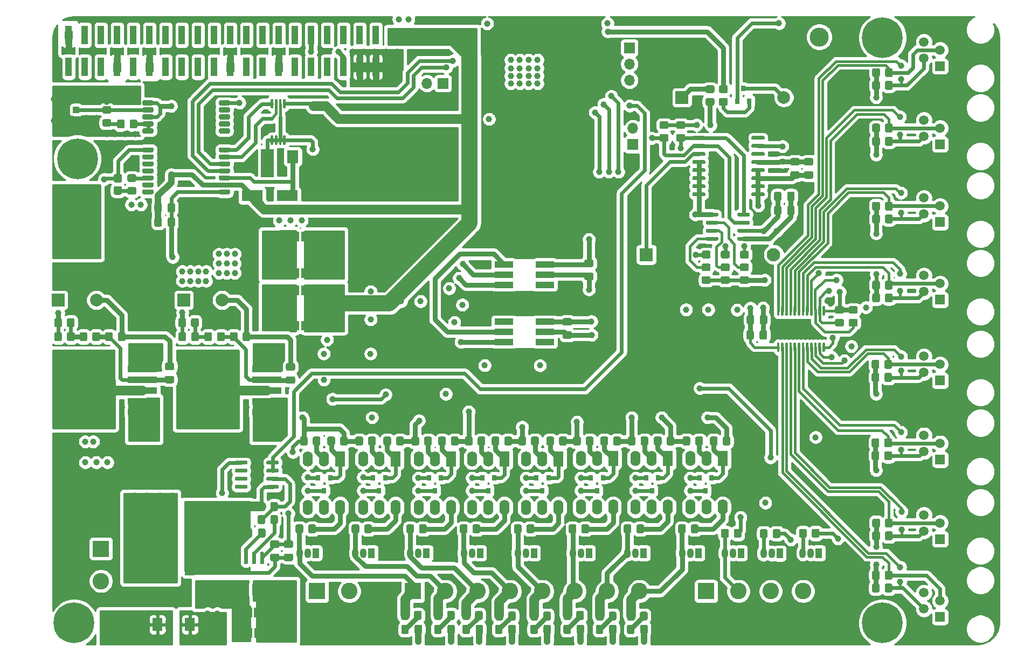
<source format=gbl>
G04 #@! TF.GenerationSoftware,KiCad,Pcbnew,5.1.10*
G04 #@! TF.CreationDate,2021-10-14T00:06:10-03:00*
G04 #@! TF.ProjectId,tesis,74657369-732e-46b6-9963-61645f706362,v1.0*
G04 #@! TF.SameCoordinates,Original*
G04 #@! TF.FileFunction,Copper,L4,Bot*
G04 #@! TF.FilePolarity,Positive*
%FSLAX46Y46*%
G04 Gerber Fmt 4.6, Leading zero omitted, Abs format (unit mm)*
G04 Created by KiCad (PCBNEW 5.1.10) date 2021-10-14 00:06:10*
%MOMM*%
%LPD*%
G01*
G04 APERTURE LIST*
G04 #@! TA.AperFunction,ComponentPad*
%ADD10C,2.100000*%
G04 #@! TD*
G04 #@! TA.AperFunction,ComponentPad*
%ADD11R,2.100000X2.100000*%
G04 #@! TD*
G04 #@! TA.AperFunction,ComponentPad*
%ADD12C,2.000000*%
G04 #@! TD*
G04 #@! TA.AperFunction,ComponentPad*
%ADD13R,2.000000X2.000000*%
G04 #@! TD*
G04 #@! TA.AperFunction,SMDPad,CuDef*
%ADD14R,3.000000X1.000000*%
G04 #@! TD*
G04 #@! TA.AperFunction,SMDPad,CuDef*
%ADD15C,0.100000*%
G04 #@! TD*
G04 #@! TA.AperFunction,SMDPad,CuDef*
%ADD16R,1.800000X2.000000*%
G04 #@! TD*
G04 #@! TA.AperFunction,SMDPad,CuDef*
%ADD17R,2.000000X4.500000*%
G04 #@! TD*
G04 #@! TA.AperFunction,SMDPad,CuDef*
%ADD18R,9.400000X10.800000*%
G04 #@! TD*
G04 #@! TA.AperFunction,SMDPad,CuDef*
%ADD19R,4.600000X1.100000*%
G04 #@! TD*
G04 #@! TA.AperFunction,ComponentPad*
%ADD20R,2.600000X2.600000*%
G04 #@! TD*
G04 #@! TA.AperFunction,ComponentPad*
%ADD21C,2.600000*%
G04 #@! TD*
G04 #@! TA.AperFunction,ComponentPad*
%ADD22R,1.520000X1.520000*%
G04 #@! TD*
G04 #@! TA.AperFunction,ComponentPad*
%ADD23C,1.520000*%
G04 #@! TD*
G04 #@! TA.AperFunction,ComponentPad*
%ADD24O,1.700000X1.700000*%
G04 #@! TD*
G04 #@! TA.AperFunction,ComponentPad*
%ADD25R,1.700000X1.700000*%
G04 #@! TD*
G04 #@! TA.AperFunction,SMDPad,CuDef*
%ADD26R,0.800000X0.900000*%
G04 #@! TD*
G04 #@! TA.AperFunction,ComponentPad*
%ADD27O,1.050000X1.500000*%
G04 #@! TD*
G04 #@! TA.AperFunction,ComponentPad*
%ADD28R,1.050000X1.500000*%
G04 #@! TD*
G04 #@! TA.AperFunction,ComponentPad*
%ADD29O,1.600000X2.400000*%
G04 #@! TD*
G04 #@! TA.AperFunction,ComponentPad*
%ADD30R,1.600000X2.400000*%
G04 #@! TD*
G04 #@! TA.AperFunction,SMDPad,CuDef*
%ADD31R,1.000000X1.000000*%
G04 #@! TD*
G04 #@! TA.AperFunction,SMDPad,CuDef*
%ADD32R,2.200000X1.050000*%
G04 #@! TD*
G04 #@! TA.AperFunction,SMDPad,CuDef*
%ADD33R,3.300000X1.700000*%
G04 #@! TD*
G04 #@! TA.AperFunction,ComponentPad*
%ADD34C,6.400000*%
G04 #@! TD*
G04 #@! TA.AperFunction,ComponentPad*
%ADD35C,0.800000*%
G04 #@! TD*
G04 #@! TA.AperFunction,SMDPad,CuDef*
%ADD36R,1.000000X3.000000*%
G04 #@! TD*
G04 #@! TA.AperFunction,SMDPad,CuDef*
%ADD37R,1.500000X2.000000*%
G04 #@! TD*
G04 #@! TA.AperFunction,ComponentPad*
%ADD38C,3.000000*%
G04 #@! TD*
G04 #@! TA.AperFunction,ViaPad*
%ADD39C,1.000000*%
G04 #@! TD*
G04 #@! TA.AperFunction,Conductor*
%ADD40C,0.800000*%
G04 #@! TD*
G04 #@! TA.AperFunction,Conductor*
%ADD41C,0.400000*%
G04 #@! TD*
G04 #@! TA.AperFunction,Conductor*
%ADD42C,0.600000*%
G04 #@! TD*
G04 #@! TA.AperFunction,Conductor*
%ADD43C,1.500000*%
G04 #@! TD*
G04 #@! TA.AperFunction,Conductor*
%ADD44C,1.000000*%
G04 #@! TD*
G04 #@! TA.AperFunction,Conductor*
%ADD45C,2.500000*%
G04 #@! TD*
G04 #@! TA.AperFunction,Conductor*
%ADD46C,0.250000*%
G04 #@! TD*
G04 #@! TA.AperFunction,Conductor*
%ADD47C,0.254000*%
G04 #@! TD*
G04 #@! TA.AperFunction,Conductor*
%ADD48C,0.100000*%
G04 #@! TD*
G04 #@! TA.AperFunction,NonConductor*
%ADD49C,0.254000*%
G04 #@! TD*
G04 #@! TA.AperFunction,NonConductor*
%ADD50C,0.100000*%
G04 #@! TD*
G04 APERTURE END LIST*
D10*
X173520000Y-80780000D03*
D11*
X153520000Y-80780000D03*
D12*
X175120000Y-56080000D03*
D13*
X159120000Y-56080000D03*
D14*
X137570000Y-91330000D03*
X137570000Y-92930000D03*
X137570000Y-94530000D03*
X131170000Y-91330000D03*
X131170000Y-92930000D03*
X131170000Y-94530000D03*
X137570000Y-82330000D03*
X137570000Y-83930000D03*
X137570000Y-85530000D03*
X131170000Y-82330000D03*
X131170000Y-83930000D03*
X131170000Y-85530000D03*
G04 #@! TA.AperFunction,SMDPad,CuDef*
D15*
G36*
X99820000Y-85655602D02*
G01*
X99844534Y-85655602D01*
X99893365Y-85660412D01*
X99941490Y-85669984D01*
X99988445Y-85684228D01*
X100033778Y-85703005D01*
X100077051Y-85726136D01*
X100117850Y-85753396D01*
X100155779Y-85784524D01*
X100190476Y-85819221D01*
X100221604Y-85857150D01*
X100248864Y-85897949D01*
X100271995Y-85941222D01*
X100290772Y-85986555D01*
X100305016Y-86033510D01*
X100314588Y-86081635D01*
X100319398Y-86130466D01*
X100319398Y-86155000D01*
X100320000Y-86155000D01*
X100320000Y-86655000D01*
X100319398Y-86655000D01*
X100319398Y-86679534D01*
X100314588Y-86728365D01*
X100305016Y-86776490D01*
X100290772Y-86823445D01*
X100271995Y-86868778D01*
X100248864Y-86912051D01*
X100221604Y-86952850D01*
X100190476Y-86990779D01*
X100155779Y-87025476D01*
X100117850Y-87056604D01*
X100077051Y-87083864D01*
X100033778Y-87106995D01*
X99988445Y-87125772D01*
X99941490Y-87140016D01*
X99893365Y-87149588D01*
X99844534Y-87154398D01*
X99820000Y-87154398D01*
X99820000Y-87155000D01*
X99320000Y-87155000D01*
X99320000Y-85655000D01*
X99820000Y-85655000D01*
X99820000Y-85655602D01*
G37*
G04 #@! TD.AperFunction*
G04 #@! TA.AperFunction,SMDPad,CuDef*
G36*
X99020000Y-87155000D02*
G01*
X98520000Y-87155000D01*
X98520000Y-87154398D01*
X98495466Y-87154398D01*
X98446635Y-87149588D01*
X98398510Y-87140016D01*
X98351555Y-87125772D01*
X98306222Y-87106995D01*
X98262949Y-87083864D01*
X98222150Y-87056604D01*
X98184221Y-87025476D01*
X98149524Y-86990779D01*
X98118396Y-86952850D01*
X98091136Y-86912051D01*
X98068005Y-86868778D01*
X98049228Y-86823445D01*
X98034984Y-86776490D01*
X98025412Y-86728365D01*
X98020602Y-86679534D01*
X98020602Y-86655000D01*
X98020000Y-86655000D01*
X98020000Y-86155000D01*
X98020602Y-86155000D01*
X98020602Y-86130466D01*
X98025412Y-86081635D01*
X98034984Y-86033510D01*
X98049228Y-85986555D01*
X98068005Y-85941222D01*
X98091136Y-85897949D01*
X98118396Y-85857150D01*
X98149524Y-85819221D01*
X98184221Y-85784524D01*
X98222150Y-85753396D01*
X98262949Y-85726136D01*
X98306222Y-85703005D01*
X98351555Y-85684228D01*
X98398510Y-85669984D01*
X98446635Y-85660412D01*
X98495466Y-85655602D01*
X98520000Y-85655602D01*
X98520000Y-85655000D01*
X99020000Y-85655000D01*
X99020000Y-87155000D01*
G37*
G04 #@! TD.AperFunction*
D16*
X97995000Y-65380000D03*
D17*
X93995000Y-66380000D03*
D18*
X65195000Y-102180000D03*
D19*
X74345000Y-105580000D03*
X74345000Y-103880000D03*
X74345000Y-102180000D03*
X74345000Y-100480000D03*
X74345000Y-98780000D03*
D20*
X162920000Y-133680000D03*
D21*
X168000000Y-133680000D03*
X173080000Y-133680000D03*
X178160000Y-133680000D03*
D12*
X86870000Y-87930000D03*
D13*
X80870000Y-87930000D03*
D12*
X67120000Y-87930000D03*
D13*
X61120000Y-87930000D03*
G04 #@! TA.AperFunction,SMDPad,CuDef*
G36*
G01*
X183419999Y-90880000D02*
X184320001Y-90880000D01*
G75*
G02*
X184570000Y-91129999I0J-249999D01*
G01*
X184570000Y-91830001D01*
G75*
G02*
X184320001Y-92080000I-249999J0D01*
G01*
X183419999Y-92080000D01*
G75*
G02*
X183170000Y-91830001I0J249999D01*
G01*
X183170000Y-91129999D01*
G75*
G02*
X183419999Y-90880000I249999J0D01*
G01*
G37*
G04 #@! TD.AperFunction*
G04 #@! TA.AperFunction,SMDPad,CuDef*
G36*
G01*
X183419999Y-88880000D02*
X184320001Y-88880000D01*
G75*
G02*
X184570000Y-89129999I0J-249999D01*
G01*
X184570000Y-89830001D01*
G75*
G02*
X184320001Y-90080000I-249999J0D01*
G01*
X183419999Y-90080000D01*
G75*
G02*
X183170000Y-89830001I0J249999D01*
G01*
X183170000Y-89129999D01*
G75*
G02*
X183419999Y-88880000I249999J0D01*
G01*
G37*
G04 #@! TD.AperFunction*
D20*
X101790000Y-133680000D03*
D21*
X106870000Y-133680000D03*
D20*
X116870000Y-133680000D03*
D21*
X121950000Y-133680000D03*
X127030000Y-133680000D03*
X132110000Y-133680000D03*
X137190000Y-133680000D03*
X142270000Y-133680000D03*
X147350000Y-133680000D03*
X152430000Y-133680000D03*
D22*
X199660000Y-100580000D03*
D23*
X197120000Y-99310000D03*
X199660000Y-98040000D03*
X197120000Y-96770000D03*
D22*
X199660000Y-87880000D03*
D23*
X197120000Y-86610000D03*
X199660000Y-85340000D03*
X197120000Y-84070000D03*
X197120000Y-71870000D03*
X199660000Y-73140000D03*
X197120000Y-74410000D03*
D22*
X199660000Y-75680000D03*
X199660000Y-63450000D03*
D23*
X197120000Y-62180000D03*
X199660000Y-60910000D03*
X197120000Y-59640000D03*
X197120000Y-47370000D03*
X199660000Y-48640000D03*
X197120000Y-49910000D03*
D22*
X199660000Y-51180000D03*
D23*
X197120000Y-109180000D03*
X199660000Y-110450000D03*
X197120000Y-111720000D03*
D22*
X199660000Y-112990000D03*
X199660000Y-125490000D03*
D23*
X197120000Y-124220000D03*
X199660000Y-122950000D03*
X197120000Y-121680000D03*
X197120000Y-133920000D03*
X199660000Y-135190000D03*
X197120000Y-136460000D03*
D22*
X199660000Y-137730000D03*
G04 #@! TA.AperFunction,SMDPad,CuDef*
G36*
G01*
X94675000Y-127780000D02*
X95625000Y-127780000D01*
G75*
G02*
X95875000Y-128030000I0J-250000D01*
G01*
X95875000Y-128705000D01*
G75*
G02*
X95625000Y-128955000I-250000J0D01*
G01*
X94675000Y-128955000D01*
G75*
G02*
X94425000Y-128705000I0J250000D01*
G01*
X94425000Y-128030000D01*
G75*
G02*
X94675000Y-127780000I250000J0D01*
G01*
G37*
G04 #@! TD.AperFunction*
G04 #@! TA.AperFunction,SMDPad,CuDef*
G36*
G01*
X94675000Y-125705000D02*
X95625000Y-125705000D01*
G75*
G02*
X95875000Y-125955000I0J-250000D01*
G01*
X95875000Y-126630000D01*
G75*
G02*
X95625000Y-126880000I-250000J0D01*
G01*
X94675000Y-126880000D01*
G75*
G02*
X94425000Y-126630000I0J250000D01*
G01*
X94425000Y-125955000D01*
G75*
G02*
X94675000Y-125705000I250000J0D01*
G01*
G37*
G04 #@! TD.AperFunction*
G04 #@! TA.AperFunction,SMDPad,CuDef*
G36*
G01*
X96825000Y-127780000D02*
X97775000Y-127780000D01*
G75*
G02*
X98025000Y-128030000I0J-250000D01*
G01*
X98025000Y-128705000D01*
G75*
G02*
X97775000Y-128955000I-250000J0D01*
G01*
X96825000Y-128955000D01*
G75*
G02*
X96575000Y-128705000I0J250000D01*
G01*
X96575000Y-128030000D01*
G75*
G02*
X96825000Y-127780000I250000J0D01*
G01*
G37*
G04 #@! TD.AperFunction*
G04 #@! TA.AperFunction,SMDPad,CuDef*
G36*
G01*
X96825000Y-125705000D02*
X97775000Y-125705000D01*
G75*
G02*
X98025000Y-125955000I0J-250000D01*
G01*
X98025000Y-126630000D01*
G75*
G02*
X97775000Y-126880000I-250000J0D01*
G01*
X96825000Y-126880000D01*
G75*
G02*
X96575000Y-126630000I0J250000D01*
G01*
X96575000Y-125955000D01*
G75*
G02*
X96825000Y-125705000I250000J0D01*
G01*
G37*
G04 #@! TD.AperFunction*
G04 #@! TA.AperFunction,SMDPad,CuDef*
G36*
G01*
X93687500Y-124055000D02*
X93687500Y-125005000D01*
G75*
G02*
X93437500Y-125255000I-250000J0D01*
G01*
X92762500Y-125255000D01*
G75*
G02*
X92512500Y-125005000I0J250000D01*
G01*
X92512500Y-124055000D01*
G75*
G02*
X92762500Y-123805000I250000J0D01*
G01*
X93437500Y-123805000D01*
G75*
G02*
X93687500Y-124055000I0J-250000D01*
G01*
G37*
G04 #@! TD.AperFunction*
G04 #@! TA.AperFunction,SMDPad,CuDef*
G36*
G01*
X91612500Y-124055000D02*
X91612500Y-125005000D01*
G75*
G02*
X91362500Y-125255000I-250000J0D01*
G01*
X90687500Y-125255000D01*
G75*
G02*
X90437500Y-125005000I0J250000D01*
G01*
X90437500Y-124055000D01*
G75*
G02*
X90687500Y-123805000I250000J0D01*
G01*
X91362500Y-123805000D01*
G75*
G02*
X91612500Y-124055000I0J-250000D01*
G01*
G37*
G04 #@! TD.AperFunction*
G04 #@! TA.AperFunction,SMDPad,CuDef*
G36*
G01*
X97145000Y-97842500D02*
X98095000Y-97842500D01*
G75*
G02*
X98345000Y-98092500I0J-250000D01*
G01*
X98345000Y-98767500D01*
G75*
G02*
X98095000Y-99017500I-250000J0D01*
G01*
X97145000Y-99017500D01*
G75*
G02*
X96895000Y-98767500I0J250000D01*
G01*
X96895000Y-98092500D01*
G75*
G02*
X97145000Y-97842500I250000J0D01*
G01*
G37*
G04 #@! TD.AperFunction*
G04 #@! TA.AperFunction,SMDPad,CuDef*
G36*
G01*
X97145000Y-99917500D02*
X98095000Y-99917500D01*
G75*
G02*
X98345000Y-100167500I0J-250000D01*
G01*
X98345000Y-100842500D01*
G75*
G02*
X98095000Y-101092500I-250000J0D01*
G01*
X97145000Y-101092500D01*
G75*
G02*
X96895000Y-100842500I0J250000D01*
G01*
X96895000Y-100167500D01*
G75*
G02*
X97145000Y-99917500I250000J0D01*
G01*
G37*
G04 #@! TD.AperFunction*
G04 #@! TA.AperFunction,SMDPad,CuDef*
G36*
G01*
X78145000Y-99842500D02*
X79095000Y-99842500D01*
G75*
G02*
X79345000Y-100092500I0J-250000D01*
G01*
X79345000Y-100767500D01*
G75*
G02*
X79095000Y-101017500I-250000J0D01*
G01*
X78145000Y-101017500D01*
G75*
G02*
X77895000Y-100767500I0J250000D01*
G01*
X77895000Y-100092500D01*
G75*
G02*
X78145000Y-99842500I250000J0D01*
G01*
G37*
G04 #@! TD.AperFunction*
G04 #@! TA.AperFunction,SMDPad,CuDef*
G36*
G01*
X78145000Y-97767500D02*
X79095000Y-97767500D01*
G75*
G02*
X79345000Y-98017500I0J-250000D01*
G01*
X79345000Y-98692500D01*
G75*
G02*
X79095000Y-98942500I-250000J0D01*
G01*
X78145000Y-98942500D01*
G75*
G02*
X77895000Y-98692500I0J250000D01*
G01*
X77895000Y-98017500D01*
G75*
G02*
X78145000Y-97767500I250000J0D01*
G01*
G37*
G04 #@! TD.AperFunction*
G04 #@! TA.AperFunction,SMDPad,CuDef*
D15*
G36*
X91095000Y-137754398D02*
G01*
X91070466Y-137754398D01*
X91021635Y-137749588D01*
X90973510Y-137740016D01*
X90926555Y-137725772D01*
X90881222Y-137706995D01*
X90837949Y-137683864D01*
X90797150Y-137656604D01*
X90759221Y-137625476D01*
X90724524Y-137590779D01*
X90693396Y-137552850D01*
X90666136Y-137512051D01*
X90643005Y-137468778D01*
X90624228Y-137423445D01*
X90609984Y-137376490D01*
X90600412Y-137328365D01*
X90595602Y-137279534D01*
X90595602Y-137255000D01*
X90595000Y-137255000D01*
X90595000Y-136755000D01*
X90595602Y-136755000D01*
X90595602Y-136730466D01*
X90600412Y-136681635D01*
X90609984Y-136633510D01*
X90624228Y-136586555D01*
X90643005Y-136541222D01*
X90666136Y-136497949D01*
X90693396Y-136457150D01*
X90724524Y-136419221D01*
X90759221Y-136384524D01*
X90797150Y-136353396D01*
X90837949Y-136326136D01*
X90881222Y-136303005D01*
X90926555Y-136284228D01*
X90973510Y-136269984D01*
X91021635Y-136260412D01*
X91070466Y-136255602D01*
X91095000Y-136255602D01*
X91095000Y-136255000D01*
X91595000Y-136255000D01*
X91595000Y-137755000D01*
X91095000Y-137755000D01*
X91095000Y-137754398D01*
G37*
G04 #@! TD.AperFunction*
G04 #@! TA.AperFunction,SMDPad,CuDef*
G36*
X91895000Y-136255000D02*
G01*
X92395000Y-136255000D01*
X92395000Y-136255602D01*
X92419534Y-136255602D01*
X92468365Y-136260412D01*
X92516490Y-136269984D01*
X92563445Y-136284228D01*
X92608778Y-136303005D01*
X92652051Y-136326136D01*
X92692850Y-136353396D01*
X92730779Y-136384524D01*
X92765476Y-136419221D01*
X92796604Y-136457150D01*
X92823864Y-136497949D01*
X92846995Y-136541222D01*
X92865772Y-136586555D01*
X92880016Y-136633510D01*
X92889588Y-136681635D01*
X92894398Y-136730466D01*
X92894398Y-136755000D01*
X92895000Y-136755000D01*
X92895000Y-137255000D01*
X92894398Y-137255000D01*
X92894398Y-137279534D01*
X92889588Y-137328365D01*
X92880016Y-137376490D01*
X92865772Y-137423445D01*
X92846995Y-137468778D01*
X92823864Y-137512051D01*
X92796604Y-137552850D01*
X92765476Y-137590779D01*
X92730779Y-137625476D01*
X92692850Y-137656604D01*
X92652051Y-137683864D01*
X92608778Y-137706995D01*
X92563445Y-137725772D01*
X92516490Y-137740016D01*
X92468365Y-137749588D01*
X92419534Y-137754398D01*
X92395000Y-137754398D01*
X92395000Y-137755000D01*
X91895000Y-137755000D01*
X91895000Y-136255000D01*
G37*
G04 #@! TD.AperFunction*
G04 #@! TA.AperFunction,SMDPad,CuDef*
G36*
X99020000Y-84430000D02*
G01*
X98520000Y-84430000D01*
X98520000Y-84429398D01*
X98495466Y-84429398D01*
X98446635Y-84424588D01*
X98398510Y-84415016D01*
X98351555Y-84400772D01*
X98306222Y-84381995D01*
X98262949Y-84358864D01*
X98222150Y-84331604D01*
X98184221Y-84300476D01*
X98149524Y-84265779D01*
X98118396Y-84227850D01*
X98091136Y-84187051D01*
X98068005Y-84143778D01*
X98049228Y-84098445D01*
X98034984Y-84051490D01*
X98025412Y-84003365D01*
X98020602Y-83954534D01*
X98020602Y-83930000D01*
X98020000Y-83930000D01*
X98020000Y-83430000D01*
X98020602Y-83430000D01*
X98020602Y-83405466D01*
X98025412Y-83356635D01*
X98034984Y-83308510D01*
X98049228Y-83261555D01*
X98068005Y-83216222D01*
X98091136Y-83172949D01*
X98118396Y-83132150D01*
X98149524Y-83094221D01*
X98184221Y-83059524D01*
X98222150Y-83028396D01*
X98262949Y-83001136D01*
X98306222Y-82978005D01*
X98351555Y-82959228D01*
X98398510Y-82944984D01*
X98446635Y-82935412D01*
X98495466Y-82930602D01*
X98520000Y-82930602D01*
X98520000Y-82930000D01*
X99020000Y-82930000D01*
X99020000Y-84430000D01*
G37*
G04 #@! TD.AperFunction*
G04 #@! TA.AperFunction,SMDPad,CuDef*
G36*
X99820000Y-82930602D02*
G01*
X99844534Y-82930602D01*
X99893365Y-82935412D01*
X99941490Y-82944984D01*
X99988445Y-82959228D01*
X100033778Y-82978005D01*
X100077051Y-83001136D01*
X100117850Y-83028396D01*
X100155779Y-83059524D01*
X100190476Y-83094221D01*
X100221604Y-83132150D01*
X100248864Y-83172949D01*
X100271995Y-83216222D01*
X100290772Y-83261555D01*
X100305016Y-83308510D01*
X100314588Y-83356635D01*
X100319398Y-83405466D01*
X100319398Y-83430000D01*
X100320000Y-83430000D01*
X100320000Y-83930000D01*
X100319398Y-83930000D01*
X100319398Y-83954534D01*
X100314588Y-84003365D01*
X100305016Y-84051490D01*
X100290772Y-84098445D01*
X100271995Y-84143778D01*
X100248864Y-84187051D01*
X100221604Y-84227850D01*
X100190476Y-84265779D01*
X100155779Y-84300476D01*
X100117850Y-84331604D01*
X100077051Y-84358864D01*
X100033778Y-84381995D01*
X99988445Y-84400772D01*
X99941490Y-84415016D01*
X99893365Y-84424588D01*
X99844534Y-84429398D01*
X99820000Y-84429398D01*
X99820000Y-84430000D01*
X99320000Y-84430000D01*
X99320000Y-82930000D01*
X99820000Y-82930000D01*
X99820000Y-82930602D01*
G37*
G04 #@! TD.AperFunction*
G04 #@! TA.AperFunction,SMDPad,CuDef*
G36*
G01*
X93305000Y-129455000D02*
X93005000Y-129455000D01*
G75*
G02*
X92855000Y-129305000I0J150000D01*
G01*
X92855000Y-127655000D01*
G75*
G02*
X93005000Y-127505000I150000J0D01*
G01*
X93305000Y-127505000D01*
G75*
G02*
X93455000Y-127655000I0J-150000D01*
G01*
X93455000Y-129305000D01*
G75*
G02*
X93305000Y-129455000I-150000J0D01*
G01*
G37*
G04 #@! TD.AperFunction*
G04 #@! TA.AperFunction,SMDPad,CuDef*
G36*
G01*
X92035000Y-129455000D02*
X91735000Y-129455000D01*
G75*
G02*
X91585000Y-129305000I0J150000D01*
G01*
X91585000Y-127655000D01*
G75*
G02*
X91735000Y-127505000I150000J0D01*
G01*
X92035000Y-127505000D01*
G75*
G02*
X92185000Y-127655000I0J-150000D01*
G01*
X92185000Y-129305000D01*
G75*
G02*
X92035000Y-129455000I-150000J0D01*
G01*
G37*
G04 #@! TD.AperFunction*
G04 #@! TA.AperFunction,SMDPad,CuDef*
G36*
G01*
X90765000Y-129455000D02*
X90465000Y-129455000D01*
G75*
G02*
X90315000Y-129305000I0J150000D01*
G01*
X90315000Y-127655000D01*
G75*
G02*
X90465000Y-127505000I150000J0D01*
G01*
X90765000Y-127505000D01*
G75*
G02*
X90915000Y-127655000I0J-150000D01*
G01*
X90915000Y-129305000D01*
G75*
G02*
X90765000Y-129455000I-150000J0D01*
G01*
G37*
G04 #@! TD.AperFunction*
G04 #@! TA.AperFunction,SMDPad,CuDef*
G36*
G01*
X89495000Y-129455000D02*
X89195000Y-129455000D01*
G75*
G02*
X89045000Y-129305000I0J150000D01*
G01*
X89045000Y-127655000D01*
G75*
G02*
X89195000Y-127505000I150000J0D01*
G01*
X89495000Y-127505000D01*
G75*
G02*
X89645000Y-127655000I0J-150000D01*
G01*
X89645000Y-129305000D01*
G75*
G02*
X89495000Y-129455000I-150000J0D01*
G01*
G37*
G04 #@! TD.AperFunction*
G04 #@! TA.AperFunction,SMDPad,CuDef*
G36*
G01*
X89495000Y-134405000D02*
X89195000Y-134405000D01*
G75*
G02*
X89045000Y-134255000I0J150000D01*
G01*
X89045000Y-132605000D01*
G75*
G02*
X89195000Y-132455000I150000J0D01*
G01*
X89495000Y-132455000D01*
G75*
G02*
X89645000Y-132605000I0J-150000D01*
G01*
X89645000Y-134255000D01*
G75*
G02*
X89495000Y-134405000I-150000J0D01*
G01*
G37*
G04 #@! TD.AperFunction*
G04 #@! TA.AperFunction,SMDPad,CuDef*
G36*
G01*
X90765000Y-134405000D02*
X90465000Y-134405000D01*
G75*
G02*
X90315000Y-134255000I0J150000D01*
G01*
X90315000Y-132605000D01*
G75*
G02*
X90465000Y-132455000I150000J0D01*
G01*
X90765000Y-132455000D01*
G75*
G02*
X90915000Y-132605000I0J-150000D01*
G01*
X90915000Y-134255000D01*
G75*
G02*
X90765000Y-134405000I-150000J0D01*
G01*
G37*
G04 #@! TD.AperFunction*
G04 #@! TA.AperFunction,SMDPad,CuDef*
G36*
G01*
X92035000Y-134405000D02*
X91735000Y-134405000D01*
G75*
G02*
X91585000Y-134255000I0J150000D01*
G01*
X91585000Y-132605000D01*
G75*
G02*
X91735000Y-132455000I150000J0D01*
G01*
X92035000Y-132455000D01*
G75*
G02*
X92185000Y-132605000I0J-150000D01*
G01*
X92185000Y-134255000D01*
G75*
G02*
X92035000Y-134405000I-150000J0D01*
G01*
G37*
G04 #@! TD.AperFunction*
G04 #@! TA.AperFunction,SMDPad,CuDef*
G36*
G01*
X93305000Y-134405000D02*
X93005000Y-134405000D01*
G75*
G02*
X92855000Y-134255000I0J150000D01*
G01*
X92855000Y-132605000D01*
G75*
G02*
X93005000Y-132455000I150000J0D01*
G01*
X93305000Y-132455000D01*
G75*
G02*
X93455000Y-132605000I0J-150000D01*
G01*
X93455000Y-134255000D01*
G75*
G02*
X93305000Y-134405000I-150000J0D01*
G01*
G37*
G04 #@! TD.AperFunction*
D19*
X93895000Y-98780000D03*
X93895000Y-100480000D03*
X93895000Y-102180000D03*
X93895000Y-103880000D03*
X93895000Y-105580000D03*
D18*
X84745000Y-102180000D03*
G04 #@! TA.AperFunction,SMDPad,CuDef*
G36*
G01*
X80020000Y-94130001D02*
X80020000Y-93229999D01*
G75*
G02*
X80269999Y-92980000I249999J0D01*
G01*
X80970001Y-92980000D01*
G75*
G02*
X81220000Y-93229999I0J-249999D01*
G01*
X81220000Y-94130001D01*
G75*
G02*
X80970001Y-94380000I-249999J0D01*
G01*
X80269999Y-94380000D01*
G75*
G02*
X80020000Y-94130001I0J249999D01*
G01*
G37*
G04 #@! TD.AperFunction*
G04 #@! TA.AperFunction,SMDPad,CuDef*
G36*
G01*
X82020000Y-94130001D02*
X82020000Y-93229999D01*
G75*
G02*
X82269999Y-92980000I249999J0D01*
G01*
X82970001Y-92980000D01*
G75*
G02*
X83220000Y-93229999I0J-249999D01*
G01*
X83220000Y-94130001D01*
G75*
G02*
X82970001Y-94380000I-249999J0D01*
G01*
X82269999Y-94380000D01*
G75*
G02*
X82020000Y-94130001I0J249999D01*
G01*
G37*
G04 #@! TD.AperFunction*
G04 #@! TA.AperFunction,SMDPad,CuDef*
G36*
G01*
X90100000Y-94130001D02*
X90100000Y-93229999D01*
G75*
G02*
X90349999Y-92980000I249999J0D01*
G01*
X91050001Y-92980000D01*
G75*
G02*
X91300000Y-93229999I0J-249999D01*
G01*
X91300000Y-94130001D01*
G75*
G02*
X91050001Y-94380000I-249999J0D01*
G01*
X90349999Y-94380000D01*
G75*
G02*
X90100000Y-94130001I0J249999D01*
G01*
G37*
G04 #@! TD.AperFunction*
G04 #@! TA.AperFunction,SMDPad,CuDef*
G36*
G01*
X88100000Y-94130001D02*
X88100000Y-93229999D01*
G75*
G02*
X88349999Y-92980000I249999J0D01*
G01*
X89050001Y-92980000D01*
G75*
G02*
X89300000Y-93229999I0J-249999D01*
G01*
X89300000Y-94130001D01*
G75*
G02*
X89050001Y-94380000I-249999J0D01*
G01*
X88349999Y-94380000D01*
G75*
G02*
X88100000Y-94130001I0J249999D01*
G01*
G37*
G04 #@! TD.AperFunction*
G04 #@! TA.AperFunction,SMDPad,CuDef*
G36*
G01*
X60520000Y-94130001D02*
X60520000Y-93229999D01*
G75*
G02*
X60769999Y-92980000I249999J0D01*
G01*
X61470001Y-92980000D01*
G75*
G02*
X61720000Y-93229999I0J-249999D01*
G01*
X61720000Y-94130001D01*
G75*
G02*
X61470001Y-94380000I-249999J0D01*
G01*
X60769999Y-94380000D01*
G75*
G02*
X60520000Y-94130001I0J249999D01*
G01*
G37*
G04 #@! TD.AperFunction*
G04 #@! TA.AperFunction,SMDPad,CuDef*
G36*
G01*
X62520000Y-94130001D02*
X62520000Y-93229999D01*
G75*
G02*
X62769999Y-92980000I249999J0D01*
G01*
X63470001Y-92980000D01*
G75*
G02*
X63720000Y-93229999I0J-249999D01*
G01*
X63720000Y-94130001D01*
G75*
G02*
X63470001Y-94380000I-249999J0D01*
G01*
X62769999Y-94380000D01*
G75*
G02*
X62520000Y-94130001I0J249999D01*
G01*
G37*
G04 #@! TD.AperFunction*
G04 #@! TA.AperFunction,SMDPad,CuDef*
G36*
G01*
X70500000Y-94130001D02*
X70500000Y-93229999D01*
G75*
G02*
X70749999Y-92980000I249999J0D01*
G01*
X71450001Y-92980000D01*
G75*
G02*
X71700000Y-93229999I0J-249999D01*
G01*
X71700000Y-94130001D01*
G75*
G02*
X71450001Y-94380000I-249999J0D01*
G01*
X70749999Y-94380000D01*
G75*
G02*
X70500000Y-94130001I0J249999D01*
G01*
G37*
G04 #@! TD.AperFunction*
G04 #@! TA.AperFunction,SMDPad,CuDef*
G36*
G01*
X68500000Y-94130001D02*
X68500000Y-93229999D01*
G75*
G02*
X68749999Y-92980000I249999J0D01*
G01*
X69450001Y-92980000D01*
G75*
G02*
X69700000Y-93229999I0J-249999D01*
G01*
X69700000Y-94130001D01*
G75*
G02*
X69450001Y-94380000I-249999J0D01*
G01*
X68749999Y-94380000D01*
G75*
G02*
X68500000Y-94130001I0J249999D01*
G01*
G37*
G04 #@! TD.AperFunction*
G04 #@! TA.AperFunction,SMDPad,CuDef*
G36*
G01*
X172495000Y-92942200D02*
X172495000Y-93892200D01*
G75*
G02*
X172245000Y-94142200I-250000J0D01*
G01*
X171570000Y-94142200D01*
G75*
G02*
X171320000Y-93892200I0J250000D01*
G01*
X171320000Y-92942200D01*
G75*
G02*
X171570000Y-92692200I250000J0D01*
G01*
X172245000Y-92692200D01*
G75*
G02*
X172495000Y-92942200I0J-250000D01*
G01*
G37*
G04 #@! TD.AperFunction*
G04 #@! TA.AperFunction,SMDPad,CuDef*
G36*
G01*
X170420000Y-92942200D02*
X170420000Y-93892200D01*
G75*
G02*
X170170000Y-94142200I-250000J0D01*
G01*
X169495000Y-94142200D01*
G75*
G02*
X169245000Y-93892200I0J250000D01*
G01*
X169245000Y-92942200D01*
G75*
G02*
X169495000Y-92692200I250000J0D01*
G01*
X170170000Y-92692200D01*
G75*
G02*
X170420000Y-92942200I0J-250000D01*
G01*
G37*
G04 #@! TD.AperFunction*
G04 #@! TA.AperFunction,SMDPad,CuDef*
G36*
G01*
X170457500Y-90542200D02*
X170457500Y-91492200D01*
G75*
G02*
X170207500Y-91742200I-250000J0D01*
G01*
X169532500Y-91742200D01*
G75*
G02*
X169282500Y-91492200I0J250000D01*
G01*
X169282500Y-90542200D01*
G75*
G02*
X169532500Y-90292200I250000J0D01*
G01*
X170207500Y-90292200D01*
G75*
G02*
X170457500Y-90542200I0J-250000D01*
G01*
G37*
G04 #@! TD.AperFunction*
G04 #@! TA.AperFunction,SMDPad,CuDef*
G36*
G01*
X172532500Y-90542200D02*
X172532500Y-91492200D01*
G75*
G02*
X172282500Y-91742200I-250000J0D01*
G01*
X171607500Y-91742200D01*
G75*
G02*
X171357500Y-91492200I0J250000D01*
G01*
X171357500Y-90542200D01*
G75*
G02*
X171607500Y-90292200I250000J0D01*
G01*
X172282500Y-90292200D01*
G75*
G02*
X172532500Y-90542200I0J-250000D01*
G01*
G37*
G04 #@! TD.AperFunction*
G04 #@! TA.AperFunction,SMDPad,CuDef*
G36*
G01*
X188920000Y-100530001D02*
X188920000Y-99629999D01*
G75*
G02*
X189169999Y-99380000I249999J0D01*
G01*
X189870001Y-99380000D01*
G75*
G02*
X190120000Y-99629999I0J-249999D01*
G01*
X190120000Y-100530001D01*
G75*
G02*
X189870001Y-100780000I-249999J0D01*
G01*
X189169999Y-100780000D01*
G75*
G02*
X188920000Y-100530001I0J249999D01*
G01*
G37*
G04 #@! TD.AperFunction*
G04 #@! TA.AperFunction,SMDPad,CuDef*
G36*
G01*
X190920000Y-100530001D02*
X190920000Y-99629999D01*
G75*
G02*
X191169999Y-99380000I249999J0D01*
G01*
X191870001Y-99380000D01*
G75*
G02*
X192120000Y-99629999I0J-249999D01*
G01*
X192120000Y-100530001D01*
G75*
G02*
X191870001Y-100780000I-249999J0D01*
G01*
X191169999Y-100780000D01*
G75*
G02*
X190920000Y-100530001I0J249999D01*
G01*
G37*
G04 #@! TD.AperFunction*
G04 #@! TA.AperFunction,SMDPad,CuDef*
G36*
G01*
X190920000Y-98480001D02*
X190920000Y-97579999D01*
G75*
G02*
X191169999Y-97330000I249999J0D01*
G01*
X191870001Y-97330000D01*
G75*
G02*
X192120000Y-97579999I0J-249999D01*
G01*
X192120000Y-98480001D01*
G75*
G02*
X191870001Y-98730000I-249999J0D01*
G01*
X191169999Y-98730000D01*
G75*
G02*
X190920000Y-98480001I0J249999D01*
G01*
G37*
G04 #@! TD.AperFunction*
G04 #@! TA.AperFunction,SMDPad,CuDef*
G36*
G01*
X188920000Y-98480001D02*
X188920000Y-97579999D01*
G75*
G02*
X189169999Y-97330000I249999J0D01*
G01*
X189870001Y-97330000D01*
G75*
G02*
X190120000Y-97579999I0J-249999D01*
G01*
X190120000Y-98480001D01*
G75*
G02*
X189870001Y-98730000I-249999J0D01*
G01*
X189169999Y-98730000D01*
G75*
G02*
X188920000Y-98480001I0J249999D01*
G01*
G37*
G04 #@! TD.AperFunction*
G04 #@! TA.AperFunction,SMDPad,CuDef*
G36*
G01*
X189020000Y-88030001D02*
X189020000Y-87129999D01*
G75*
G02*
X189269999Y-86880000I249999J0D01*
G01*
X189970001Y-86880000D01*
G75*
G02*
X190220000Y-87129999I0J-249999D01*
G01*
X190220000Y-88030001D01*
G75*
G02*
X189970001Y-88280000I-249999J0D01*
G01*
X189269999Y-88280000D01*
G75*
G02*
X189020000Y-88030001I0J249999D01*
G01*
G37*
G04 #@! TD.AperFunction*
G04 #@! TA.AperFunction,SMDPad,CuDef*
G36*
G01*
X191020000Y-88030001D02*
X191020000Y-87129999D01*
G75*
G02*
X191269999Y-86880000I249999J0D01*
G01*
X191970001Y-86880000D01*
G75*
G02*
X192220000Y-87129999I0J-249999D01*
G01*
X192220000Y-88030001D01*
G75*
G02*
X191970001Y-88280000I-249999J0D01*
G01*
X191269999Y-88280000D01*
G75*
G02*
X191020000Y-88030001I0J249999D01*
G01*
G37*
G04 #@! TD.AperFunction*
G04 #@! TA.AperFunction,SMDPad,CuDef*
G36*
G01*
X191020000Y-86030001D02*
X191020000Y-85129999D01*
G75*
G02*
X191269999Y-84880000I249999J0D01*
G01*
X191970001Y-84880000D01*
G75*
G02*
X192220000Y-85129999I0J-249999D01*
G01*
X192220000Y-86030001D01*
G75*
G02*
X191970001Y-86280000I-249999J0D01*
G01*
X191269999Y-86280000D01*
G75*
G02*
X191020000Y-86030001I0J249999D01*
G01*
G37*
G04 #@! TD.AperFunction*
G04 #@! TA.AperFunction,SMDPad,CuDef*
G36*
G01*
X189020000Y-86030001D02*
X189020000Y-85129999D01*
G75*
G02*
X189269999Y-84880000I249999J0D01*
G01*
X189970001Y-84880000D01*
G75*
G02*
X190220000Y-85129999I0J-249999D01*
G01*
X190220000Y-86030001D01*
G75*
G02*
X189970001Y-86280000I-249999J0D01*
G01*
X189269999Y-86280000D01*
G75*
G02*
X189020000Y-86030001I0J249999D01*
G01*
G37*
G04 #@! TD.AperFunction*
G04 #@! TA.AperFunction,SMDPad,CuDef*
G36*
G01*
X189020000Y-75630001D02*
X189020000Y-74729999D01*
G75*
G02*
X189269999Y-74480000I249999J0D01*
G01*
X189970001Y-74480000D01*
G75*
G02*
X190220000Y-74729999I0J-249999D01*
G01*
X190220000Y-75630001D01*
G75*
G02*
X189970001Y-75880000I-249999J0D01*
G01*
X189269999Y-75880000D01*
G75*
G02*
X189020000Y-75630001I0J249999D01*
G01*
G37*
G04 #@! TD.AperFunction*
G04 #@! TA.AperFunction,SMDPad,CuDef*
G36*
G01*
X191020000Y-75630001D02*
X191020000Y-74729999D01*
G75*
G02*
X191269999Y-74480000I249999J0D01*
G01*
X191970001Y-74480000D01*
G75*
G02*
X192220000Y-74729999I0J-249999D01*
G01*
X192220000Y-75630001D01*
G75*
G02*
X191970001Y-75880000I-249999J0D01*
G01*
X191269999Y-75880000D01*
G75*
G02*
X191020000Y-75630001I0J249999D01*
G01*
G37*
G04 #@! TD.AperFunction*
G04 #@! TA.AperFunction,SMDPad,CuDef*
G36*
G01*
X189020000Y-73630001D02*
X189020000Y-72729999D01*
G75*
G02*
X189269999Y-72480000I249999J0D01*
G01*
X189970001Y-72480000D01*
G75*
G02*
X190220000Y-72729999I0J-249999D01*
G01*
X190220000Y-73630001D01*
G75*
G02*
X189970001Y-73880000I-249999J0D01*
G01*
X189269999Y-73880000D01*
G75*
G02*
X189020000Y-73630001I0J249999D01*
G01*
G37*
G04 #@! TD.AperFunction*
G04 #@! TA.AperFunction,SMDPad,CuDef*
G36*
G01*
X191020000Y-73630001D02*
X191020000Y-72729999D01*
G75*
G02*
X191269999Y-72480000I249999J0D01*
G01*
X191970001Y-72480000D01*
G75*
G02*
X192220000Y-72729999I0J-249999D01*
G01*
X192220000Y-73630001D01*
G75*
G02*
X191970001Y-73880000I-249999J0D01*
G01*
X191269999Y-73880000D01*
G75*
G02*
X191020000Y-73630001I0J249999D01*
G01*
G37*
G04 #@! TD.AperFunction*
G04 #@! TA.AperFunction,SMDPad,CuDef*
G36*
G01*
X185569999Y-88880000D02*
X186470001Y-88880000D01*
G75*
G02*
X186720000Y-89129999I0J-249999D01*
G01*
X186720000Y-89830001D01*
G75*
G02*
X186470001Y-90080000I-249999J0D01*
G01*
X185569999Y-90080000D01*
G75*
G02*
X185320000Y-89830001I0J249999D01*
G01*
X185320000Y-89129999D01*
G75*
G02*
X185569999Y-88880000I249999J0D01*
G01*
G37*
G04 #@! TD.AperFunction*
G04 #@! TA.AperFunction,SMDPad,CuDef*
G36*
G01*
X185569999Y-90880000D02*
X186470001Y-90880000D01*
G75*
G02*
X186720000Y-91129999I0J-249999D01*
G01*
X186720000Y-91830001D01*
G75*
G02*
X186470001Y-92080000I-249999J0D01*
G01*
X185569999Y-92080000D01*
G75*
G02*
X185320000Y-91830001I0J249999D01*
G01*
X185320000Y-91129999D01*
G75*
G02*
X185569999Y-90880000I249999J0D01*
G01*
G37*
G04 #@! TD.AperFunction*
G04 #@! TA.AperFunction,SMDPad,CuDef*
G36*
G01*
X191020000Y-63430001D02*
X191020000Y-62529999D01*
G75*
G02*
X191269999Y-62280000I249999J0D01*
G01*
X191970001Y-62280000D01*
G75*
G02*
X192220000Y-62529999I0J-249999D01*
G01*
X192220000Y-63430001D01*
G75*
G02*
X191970001Y-63680000I-249999J0D01*
G01*
X191269999Y-63680000D01*
G75*
G02*
X191020000Y-63430001I0J249999D01*
G01*
G37*
G04 #@! TD.AperFunction*
G04 #@! TA.AperFunction,SMDPad,CuDef*
G36*
G01*
X189020000Y-63430001D02*
X189020000Y-62529999D01*
G75*
G02*
X189269999Y-62280000I249999J0D01*
G01*
X189970001Y-62280000D01*
G75*
G02*
X190220000Y-62529999I0J-249999D01*
G01*
X190220000Y-63430001D01*
G75*
G02*
X189970001Y-63680000I-249999J0D01*
G01*
X189269999Y-63680000D01*
G75*
G02*
X189020000Y-63430001I0J249999D01*
G01*
G37*
G04 #@! TD.AperFunction*
G04 #@! TA.AperFunction,SMDPad,CuDef*
G36*
G01*
X189020000Y-61330001D02*
X189020000Y-60429999D01*
G75*
G02*
X189269999Y-60180000I249999J0D01*
G01*
X189970001Y-60180000D01*
G75*
G02*
X190220000Y-60429999I0J-249999D01*
G01*
X190220000Y-61330001D01*
G75*
G02*
X189970001Y-61580000I-249999J0D01*
G01*
X189269999Y-61580000D01*
G75*
G02*
X189020000Y-61330001I0J249999D01*
G01*
G37*
G04 #@! TD.AperFunction*
G04 #@! TA.AperFunction,SMDPad,CuDef*
G36*
G01*
X191020000Y-61330001D02*
X191020000Y-60429999D01*
G75*
G02*
X191269999Y-60180000I249999J0D01*
G01*
X191970001Y-60180000D01*
G75*
G02*
X192220000Y-60429999I0J-249999D01*
G01*
X192220000Y-61330001D01*
G75*
G02*
X191970001Y-61580000I-249999J0D01*
G01*
X191269999Y-61580000D01*
G75*
G02*
X191020000Y-61330001I0J249999D01*
G01*
G37*
G04 #@! TD.AperFunction*
G04 #@! TA.AperFunction,SMDPad,CuDef*
G36*
G01*
X191020000Y-54630001D02*
X191020000Y-53729999D01*
G75*
G02*
X191269999Y-53480000I249999J0D01*
G01*
X191970001Y-53480000D01*
G75*
G02*
X192220000Y-53729999I0J-249999D01*
G01*
X192220000Y-54630001D01*
G75*
G02*
X191970001Y-54880000I-249999J0D01*
G01*
X191269999Y-54880000D01*
G75*
G02*
X191020000Y-54630001I0J249999D01*
G01*
G37*
G04 #@! TD.AperFunction*
G04 #@! TA.AperFunction,SMDPad,CuDef*
G36*
G01*
X189020000Y-54630001D02*
X189020000Y-53729999D01*
G75*
G02*
X189269999Y-53480000I249999J0D01*
G01*
X189970001Y-53480000D01*
G75*
G02*
X190220000Y-53729999I0J-249999D01*
G01*
X190220000Y-54630001D01*
G75*
G02*
X189970001Y-54880000I-249999J0D01*
G01*
X189269999Y-54880000D01*
G75*
G02*
X189020000Y-54630001I0J249999D01*
G01*
G37*
G04 #@! TD.AperFunction*
G04 #@! TA.AperFunction,SMDPad,CuDef*
G36*
G01*
X189020000Y-52630001D02*
X189020000Y-51729999D01*
G75*
G02*
X189269999Y-51480000I249999J0D01*
G01*
X189970001Y-51480000D01*
G75*
G02*
X190220000Y-51729999I0J-249999D01*
G01*
X190220000Y-52630001D01*
G75*
G02*
X189970001Y-52880000I-249999J0D01*
G01*
X189269999Y-52880000D01*
G75*
G02*
X189020000Y-52630001I0J249999D01*
G01*
G37*
G04 #@! TD.AperFunction*
G04 #@! TA.AperFunction,SMDPad,CuDef*
G36*
G01*
X191020000Y-52630001D02*
X191020000Y-51729999D01*
G75*
G02*
X191269999Y-51480000I249999J0D01*
G01*
X191970001Y-51480000D01*
G75*
G02*
X192220000Y-51729999I0J-249999D01*
G01*
X192220000Y-52630001D01*
G75*
G02*
X191970001Y-52880000I-249999J0D01*
G01*
X191269999Y-52880000D01*
G75*
G02*
X191020000Y-52630001I0J249999D01*
G01*
G37*
G04 #@! TD.AperFunction*
G04 #@! TA.AperFunction,SMDPad,CuDef*
G36*
G01*
X190920000Y-112830001D02*
X190920000Y-111929999D01*
G75*
G02*
X191169999Y-111680000I249999J0D01*
G01*
X191870001Y-111680000D01*
G75*
G02*
X192120000Y-111929999I0J-249999D01*
G01*
X192120000Y-112830001D01*
G75*
G02*
X191870001Y-113080000I-249999J0D01*
G01*
X191169999Y-113080000D01*
G75*
G02*
X190920000Y-112830001I0J249999D01*
G01*
G37*
G04 #@! TD.AperFunction*
G04 #@! TA.AperFunction,SMDPad,CuDef*
G36*
G01*
X188920000Y-112830001D02*
X188920000Y-111929999D01*
G75*
G02*
X189169999Y-111680000I249999J0D01*
G01*
X189870001Y-111680000D01*
G75*
G02*
X190120000Y-111929999I0J-249999D01*
G01*
X190120000Y-112830001D01*
G75*
G02*
X189870001Y-113080000I-249999J0D01*
G01*
X189169999Y-113080000D01*
G75*
G02*
X188920000Y-112830001I0J249999D01*
G01*
G37*
G04 #@! TD.AperFunction*
G04 #@! TA.AperFunction,SMDPad,CuDef*
G36*
G01*
X188920000Y-110830001D02*
X188920000Y-109929999D01*
G75*
G02*
X189169999Y-109680000I249999J0D01*
G01*
X189870001Y-109680000D01*
G75*
G02*
X190120000Y-109929999I0J-249999D01*
G01*
X190120000Y-110830001D01*
G75*
G02*
X189870001Y-111080000I-249999J0D01*
G01*
X189169999Y-111080000D01*
G75*
G02*
X188920000Y-110830001I0J249999D01*
G01*
G37*
G04 #@! TD.AperFunction*
G04 #@! TA.AperFunction,SMDPad,CuDef*
G36*
G01*
X190920000Y-110830001D02*
X190920000Y-109929999D01*
G75*
G02*
X191169999Y-109680000I249999J0D01*
G01*
X191870001Y-109680000D01*
G75*
G02*
X192120000Y-109929999I0J-249999D01*
G01*
X192120000Y-110830001D01*
G75*
G02*
X191870001Y-111080000I-249999J0D01*
G01*
X191169999Y-111080000D01*
G75*
G02*
X190920000Y-110830001I0J249999D01*
G01*
G37*
G04 #@! TD.AperFunction*
G04 #@! TA.AperFunction,SMDPad,CuDef*
G36*
G01*
X191020000Y-125430001D02*
X191020000Y-124529999D01*
G75*
G02*
X191269999Y-124280000I249999J0D01*
G01*
X191970001Y-124280000D01*
G75*
G02*
X192220000Y-124529999I0J-249999D01*
G01*
X192220000Y-125430001D01*
G75*
G02*
X191970001Y-125680000I-249999J0D01*
G01*
X191269999Y-125680000D01*
G75*
G02*
X191020000Y-125430001I0J249999D01*
G01*
G37*
G04 #@! TD.AperFunction*
G04 #@! TA.AperFunction,SMDPad,CuDef*
G36*
G01*
X189020000Y-125430001D02*
X189020000Y-124529999D01*
G75*
G02*
X189269999Y-124280000I249999J0D01*
G01*
X189970001Y-124280000D01*
G75*
G02*
X190220000Y-124529999I0J-249999D01*
G01*
X190220000Y-125430001D01*
G75*
G02*
X189970001Y-125680000I-249999J0D01*
G01*
X189269999Y-125680000D01*
G75*
G02*
X189020000Y-125430001I0J249999D01*
G01*
G37*
G04 #@! TD.AperFunction*
G04 #@! TA.AperFunction,SMDPad,CuDef*
G36*
G01*
X189020000Y-123430001D02*
X189020000Y-122529999D01*
G75*
G02*
X189269999Y-122280000I249999J0D01*
G01*
X189970001Y-122280000D01*
G75*
G02*
X190220000Y-122529999I0J-249999D01*
G01*
X190220000Y-123430001D01*
G75*
G02*
X189970001Y-123680000I-249999J0D01*
G01*
X189269999Y-123680000D01*
G75*
G02*
X189020000Y-123430001I0J249999D01*
G01*
G37*
G04 #@! TD.AperFunction*
G04 #@! TA.AperFunction,SMDPad,CuDef*
G36*
G01*
X191020000Y-123430001D02*
X191020000Y-122529999D01*
G75*
G02*
X191269999Y-122280000I249999J0D01*
G01*
X191970001Y-122280000D01*
G75*
G02*
X192220000Y-122529999I0J-249999D01*
G01*
X192220000Y-123430001D01*
G75*
G02*
X191970001Y-123680000I-249999J0D01*
G01*
X191269999Y-123680000D01*
G75*
G02*
X191020000Y-123430001I0J249999D01*
G01*
G37*
G04 #@! TD.AperFunction*
G04 #@! TA.AperFunction,SMDPad,CuDef*
G36*
G01*
X190970000Y-133630001D02*
X190970000Y-132729999D01*
G75*
G02*
X191219999Y-132480000I249999J0D01*
G01*
X191920001Y-132480000D01*
G75*
G02*
X192170000Y-132729999I0J-249999D01*
G01*
X192170000Y-133630001D01*
G75*
G02*
X191920001Y-133880000I-249999J0D01*
G01*
X191219999Y-133880000D01*
G75*
G02*
X190970000Y-133630001I0J249999D01*
G01*
G37*
G04 #@! TD.AperFunction*
G04 #@! TA.AperFunction,SMDPad,CuDef*
G36*
G01*
X188970000Y-133630001D02*
X188970000Y-132729999D01*
G75*
G02*
X189219999Y-132480000I249999J0D01*
G01*
X189920001Y-132480000D01*
G75*
G02*
X190170000Y-132729999I0J-249999D01*
G01*
X190170000Y-133630001D01*
G75*
G02*
X189920001Y-133880000I-249999J0D01*
G01*
X189219999Y-133880000D01*
G75*
G02*
X188970000Y-133630001I0J249999D01*
G01*
G37*
G04 #@! TD.AperFunction*
G04 #@! TA.AperFunction,SMDPad,CuDef*
G36*
G01*
X190970000Y-131630001D02*
X190970000Y-130729999D01*
G75*
G02*
X191219999Y-130480000I249999J0D01*
G01*
X191920001Y-130480000D01*
G75*
G02*
X192170000Y-130729999I0J-249999D01*
G01*
X192170000Y-131630001D01*
G75*
G02*
X191920001Y-131880000I-249999J0D01*
G01*
X191219999Y-131880000D01*
G75*
G02*
X190970000Y-131630001I0J249999D01*
G01*
G37*
G04 #@! TD.AperFunction*
G04 #@! TA.AperFunction,SMDPad,CuDef*
G36*
G01*
X188970000Y-131630001D02*
X188970000Y-130729999D01*
G75*
G02*
X189219999Y-130480000I249999J0D01*
G01*
X189920001Y-130480000D01*
G75*
G02*
X190170000Y-130729999I0J-249999D01*
G01*
X190170000Y-131630001D01*
G75*
G02*
X189920001Y-131880000I-249999J0D01*
G01*
X189219999Y-131880000D01*
G75*
G02*
X188970000Y-131630001I0J249999D01*
G01*
G37*
G04 #@! TD.AperFunction*
G04 #@! TA.AperFunction,SMDPad,CuDef*
G36*
G01*
X181495000Y-96080000D02*
X181295000Y-96080000D01*
G75*
G02*
X181195000Y-95980000I0J100000D01*
G01*
X181195000Y-94705000D01*
G75*
G02*
X181295000Y-94605000I100000J0D01*
G01*
X181495000Y-94605000D01*
G75*
G02*
X181595000Y-94705000I0J-100000D01*
G01*
X181595000Y-95980000D01*
G75*
G02*
X181495000Y-96080000I-100000J0D01*
G01*
G37*
G04 #@! TD.AperFunction*
G04 #@! TA.AperFunction,SMDPad,CuDef*
G36*
G01*
X180845000Y-96080000D02*
X180645000Y-96080000D01*
G75*
G02*
X180545000Y-95980000I0J100000D01*
G01*
X180545000Y-94705000D01*
G75*
G02*
X180645000Y-94605000I100000J0D01*
G01*
X180845000Y-94605000D01*
G75*
G02*
X180945000Y-94705000I0J-100000D01*
G01*
X180945000Y-95980000D01*
G75*
G02*
X180845000Y-96080000I-100000J0D01*
G01*
G37*
G04 #@! TD.AperFunction*
G04 #@! TA.AperFunction,SMDPad,CuDef*
G36*
G01*
X180195000Y-96080000D02*
X179995000Y-96080000D01*
G75*
G02*
X179895000Y-95980000I0J100000D01*
G01*
X179895000Y-94705000D01*
G75*
G02*
X179995000Y-94605000I100000J0D01*
G01*
X180195000Y-94605000D01*
G75*
G02*
X180295000Y-94705000I0J-100000D01*
G01*
X180295000Y-95980000D01*
G75*
G02*
X180195000Y-96080000I-100000J0D01*
G01*
G37*
G04 #@! TD.AperFunction*
G04 #@! TA.AperFunction,SMDPad,CuDef*
G36*
G01*
X179545000Y-96080000D02*
X179345000Y-96080000D01*
G75*
G02*
X179245000Y-95980000I0J100000D01*
G01*
X179245000Y-94705000D01*
G75*
G02*
X179345000Y-94605000I100000J0D01*
G01*
X179545000Y-94605000D01*
G75*
G02*
X179645000Y-94705000I0J-100000D01*
G01*
X179645000Y-95980000D01*
G75*
G02*
X179545000Y-96080000I-100000J0D01*
G01*
G37*
G04 #@! TD.AperFunction*
G04 #@! TA.AperFunction,SMDPad,CuDef*
G36*
G01*
X178895000Y-96080000D02*
X178695000Y-96080000D01*
G75*
G02*
X178595000Y-95980000I0J100000D01*
G01*
X178595000Y-94705000D01*
G75*
G02*
X178695000Y-94605000I100000J0D01*
G01*
X178895000Y-94605000D01*
G75*
G02*
X178995000Y-94705000I0J-100000D01*
G01*
X178995000Y-95980000D01*
G75*
G02*
X178895000Y-96080000I-100000J0D01*
G01*
G37*
G04 #@! TD.AperFunction*
G04 #@! TA.AperFunction,SMDPad,CuDef*
G36*
G01*
X178245000Y-96080000D02*
X178045000Y-96080000D01*
G75*
G02*
X177945000Y-95980000I0J100000D01*
G01*
X177945000Y-94705000D01*
G75*
G02*
X178045000Y-94605000I100000J0D01*
G01*
X178245000Y-94605000D01*
G75*
G02*
X178345000Y-94705000I0J-100000D01*
G01*
X178345000Y-95980000D01*
G75*
G02*
X178245000Y-96080000I-100000J0D01*
G01*
G37*
G04 #@! TD.AperFunction*
G04 #@! TA.AperFunction,SMDPad,CuDef*
G36*
G01*
X177595000Y-96080000D02*
X177395000Y-96080000D01*
G75*
G02*
X177295000Y-95980000I0J100000D01*
G01*
X177295000Y-94705000D01*
G75*
G02*
X177395000Y-94605000I100000J0D01*
G01*
X177595000Y-94605000D01*
G75*
G02*
X177695000Y-94705000I0J-100000D01*
G01*
X177695000Y-95980000D01*
G75*
G02*
X177595000Y-96080000I-100000J0D01*
G01*
G37*
G04 #@! TD.AperFunction*
G04 #@! TA.AperFunction,SMDPad,CuDef*
G36*
G01*
X176945000Y-96080000D02*
X176745000Y-96080000D01*
G75*
G02*
X176645000Y-95980000I0J100000D01*
G01*
X176645000Y-94705000D01*
G75*
G02*
X176745000Y-94605000I100000J0D01*
G01*
X176945000Y-94605000D01*
G75*
G02*
X177045000Y-94705000I0J-100000D01*
G01*
X177045000Y-95980000D01*
G75*
G02*
X176945000Y-96080000I-100000J0D01*
G01*
G37*
G04 #@! TD.AperFunction*
G04 #@! TA.AperFunction,SMDPad,CuDef*
G36*
G01*
X176295000Y-96080000D02*
X176095000Y-96080000D01*
G75*
G02*
X175995000Y-95980000I0J100000D01*
G01*
X175995000Y-94705000D01*
G75*
G02*
X176095000Y-94605000I100000J0D01*
G01*
X176295000Y-94605000D01*
G75*
G02*
X176395000Y-94705000I0J-100000D01*
G01*
X176395000Y-95980000D01*
G75*
G02*
X176295000Y-96080000I-100000J0D01*
G01*
G37*
G04 #@! TD.AperFunction*
G04 #@! TA.AperFunction,SMDPad,CuDef*
G36*
G01*
X175645000Y-96080000D02*
X175445000Y-96080000D01*
G75*
G02*
X175345000Y-95980000I0J100000D01*
G01*
X175345000Y-94705000D01*
G75*
G02*
X175445000Y-94605000I100000J0D01*
G01*
X175645000Y-94605000D01*
G75*
G02*
X175745000Y-94705000I0J-100000D01*
G01*
X175745000Y-95980000D01*
G75*
G02*
X175645000Y-96080000I-100000J0D01*
G01*
G37*
G04 #@! TD.AperFunction*
G04 #@! TA.AperFunction,SMDPad,CuDef*
G36*
G01*
X174995000Y-96080000D02*
X174795000Y-96080000D01*
G75*
G02*
X174695000Y-95980000I0J100000D01*
G01*
X174695000Y-94705000D01*
G75*
G02*
X174795000Y-94605000I100000J0D01*
G01*
X174995000Y-94605000D01*
G75*
G02*
X175095000Y-94705000I0J-100000D01*
G01*
X175095000Y-95980000D01*
G75*
G02*
X174995000Y-96080000I-100000J0D01*
G01*
G37*
G04 #@! TD.AperFunction*
G04 #@! TA.AperFunction,SMDPad,CuDef*
G36*
G01*
X174345000Y-96080000D02*
X174145000Y-96080000D01*
G75*
G02*
X174045000Y-95980000I0J100000D01*
G01*
X174045000Y-94705000D01*
G75*
G02*
X174145000Y-94605000I100000J0D01*
G01*
X174345000Y-94605000D01*
G75*
G02*
X174445000Y-94705000I0J-100000D01*
G01*
X174445000Y-95980000D01*
G75*
G02*
X174345000Y-96080000I-100000J0D01*
G01*
G37*
G04 #@! TD.AperFunction*
G04 #@! TA.AperFunction,SMDPad,CuDef*
G36*
G01*
X174345000Y-90355000D02*
X174145000Y-90355000D01*
G75*
G02*
X174045000Y-90255000I0J100000D01*
G01*
X174045000Y-88980000D01*
G75*
G02*
X174145000Y-88880000I100000J0D01*
G01*
X174345000Y-88880000D01*
G75*
G02*
X174445000Y-88980000I0J-100000D01*
G01*
X174445000Y-90255000D01*
G75*
G02*
X174345000Y-90355000I-100000J0D01*
G01*
G37*
G04 #@! TD.AperFunction*
G04 #@! TA.AperFunction,SMDPad,CuDef*
G36*
G01*
X174995000Y-90355000D02*
X174795000Y-90355000D01*
G75*
G02*
X174695000Y-90255000I0J100000D01*
G01*
X174695000Y-88980000D01*
G75*
G02*
X174795000Y-88880000I100000J0D01*
G01*
X174995000Y-88880000D01*
G75*
G02*
X175095000Y-88980000I0J-100000D01*
G01*
X175095000Y-90255000D01*
G75*
G02*
X174995000Y-90355000I-100000J0D01*
G01*
G37*
G04 #@! TD.AperFunction*
G04 #@! TA.AperFunction,SMDPad,CuDef*
G36*
G01*
X175645000Y-90355000D02*
X175445000Y-90355000D01*
G75*
G02*
X175345000Y-90255000I0J100000D01*
G01*
X175345000Y-88980000D01*
G75*
G02*
X175445000Y-88880000I100000J0D01*
G01*
X175645000Y-88880000D01*
G75*
G02*
X175745000Y-88980000I0J-100000D01*
G01*
X175745000Y-90255000D01*
G75*
G02*
X175645000Y-90355000I-100000J0D01*
G01*
G37*
G04 #@! TD.AperFunction*
G04 #@! TA.AperFunction,SMDPad,CuDef*
G36*
G01*
X176295000Y-90355000D02*
X176095000Y-90355000D01*
G75*
G02*
X175995000Y-90255000I0J100000D01*
G01*
X175995000Y-88980000D01*
G75*
G02*
X176095000Y-88880000I100000J0D01*
G01*
X176295000Y-88880000D01*
G75*
G02*
X176395000Y-88980000I0J-100000D01*
G01*
X176395000Y-90255000D01*
G75*
G02*
X176295000Y-90355000I-100000J0D01*
G01*
G37*
G04 #@! TD.AperFunction*
G04 #@! TA.AperFunction,SMDPad,CuDef*
G36*
G01*
X176945000Y-90355000D02*
X176745000Y-90355000D01*
G75*
G02*
X176645000Y-90255000I0J100000D01*
G01*
X176645000Y-88980000D01*
G75*
G02*
X176745000Y-88880000I100000J0D01*
G01*
X176945000Y-88880000D01*
G75*
G02*
X177045000Y-88980000I0J-100000D01*
G01*
X177045000Y-90255000D01*
G75*
G02*
X176945000Y-90355000I-100000J0D01*
G01*
G37*
G04 #@! TD.AperFunction*
G04 #@! TA.AperFunction,SMDPad,CuDef*
G36*
G01*
X177595000Y-90355000D02*
X177395000Y-90355000D01*
G75*
G02*
X177295000Y-90255000I0J100000D01*
G01*
X177295000Y-88980000D01*
G75*
G02*
X177395000Y-88880000I100000J0D01*
G01*
X177595000Y-88880000D01*
G75*
G02*
X177695000Y-88980000I0J-100000D01*
G01*
X177695000Y-90255000D01*
G75*
G02*
X177595000Y-90355000I-100000J0D01*
G01*
G37*
G04 #@! TD.AperFunction*
G04 #@! TA.AperFunction,SMDPad,CuDef*
G36*
G01*
X178245000Y-90355000D02*
X178045000Y-90355000D01*
G75*
G02*
X177945000Y-90255000I0J100000D01*
G01*
X177945000Y-88980000D01*
G75*
G02*
X178045000Y-88880000I100000J0D01*
G01*
X178245000Y-88880000D01*
G75*
G02*
X178345000Y-88980000I0J-100000D01*
G01*
X178345000Y-90255000D01*
G75*
G02*
X178245000Y-90355000I-100000J0D01*
G01*
G37*
G04 #@! TD.AperFunction*
G04 #@! TA.AperFunction,SMDPad,CuDef*
G36*
G01*
X178895000Y-90355000D02*
X178695000Y-90355000D01*
G75*
G02*
X178595000Y-90255000I0J100000D01*
G01*
X178595000Y-88980000D01*
G75*
G02*
X178695000Y-88880000I100000J0D01*
G01*
X178895000Y-88880000D01*
G75*
G02*
X178995000Y-88980000I0J-100000D01*
G01*
X178995000Y-90255000D01*
G75*
G02*
X178895000Y-90355000I-100000J0D01*
G01*
G37*
G04 #@! TD.AperFunction*
G04 #@! TA.AperFunction,SMDPad,CuDef*
G36*
G01*
X179545000Y-90355000D02*
X179345000Y-90355000D01*
G75*
G02*
X179245000Y-90255000I0J100000D01*
G01*
X179245000Y-88980000D01*
G75*
G02*
X179345000Y-88880000I100000J0D01*
G01*
X179545000Y-88880000D01*
G75*
G02*
X179645000Y-88980000I0J-100000D01*
G01*
X179645000Y-90255000D01*
G75*
G02*
X179545000Y-90355000I-100000J0D01*
G01*
G37*
G04 #@! TD.AperFunction*
G04 #@! TA.AperFunction,SMDPad,CuDef*
G36*
G01*
X180195000Y-90355000D02*
X179995000Y-90355000D01*
G75*
G02*
X179895000Y-90255000I0J100000D01*
G01*
X179895000Y-88980000D01*
G75*
G02*
X179995000Y-88880000I100000J0D01*
G01*
X180195000Y-88880000D01*
G75*
G02*
X180295000Y-88980000I0J-100000D01*
G01*
X180295000Y-90255000D01*
G75*
G02*
X180195000Y-90355000I-100000J0D01*
G01*
G37*
G04 #@! TD.AperFunction*
G04 #@! TA.AperFunction,SMDPad,CuDef*
G36*
G01*
X180845000Y-90355000D02*
X180645000Y-90355000D01*
G75*
G02*
X180545000Y-90255000I0J100000D01*
G01*
X180545000Y-88980000D01*
G75*
G02*
X180645000Y-88880000I100000J0D01*
G01*
X180845000Y-88880000D01*
G75*
G02*
X180945000Y-88980000I0J-100000D01*
G01*
X180945000Y-90255000D01*
G75*
G02*
X180845000Y-90355000I-100000J0D01*
G01*
G37*
G04 #@! TD.AperFunction*
G04 #@! TA.AperFunction,SMDPad,CuDef*
G36*
G01*
X181495000Y-90355000D02*
X181295000Y-90355000D01*
G75*
G02*
X181195000Y-90255000I0J100000D01*
G01*
X181195000Y-88980000D01*
G75*
G02*
X181295000Y-88880000I100000J0D01*
G01*
X181495000Y-88880000D01*
G75*
G02*
X181595000Y-88980000I0J-100000D01*
G01*
X181595000Y-90255000D01*
G75*
G02*
X181495000Y-90355000I-100000J0D01*
G01*
G37*
G04 #@! TD.AperFunction*
G04 #@! TA.AperFunction,SMDPad,CuDef*
G36*
G01*
X144975000Y-84805000D02*
X144025000Y-84805000D01*
G75*
G02*
X143775000Y-84555000I0J250000D01*
G01*
X143775000Y-83880000D01*
G75*
G02*
X144025000Y-83630000I250000J0D01*
G01*
X144975000Y-83630000D01*
G75*
G02*
X145225000Y-83880000I0J-250000D01*
G01*
X145225000Y-84555000D01*
G75*
G02*
X144975000Y-84805000I-250000J0D01*
G01*
G37*
G04 #@! TD.AperFunction*
G04 #@! TA.AperFunction,SMDPad,CuDef*
G36*
G01*
X144975000Y-82730000D02*
X144025000Y-82730000D01*
G75*
G02*
X143775000Y-82480000I0J250000D01*
G01*
X143775000Y-81805000D01*
G75*
G02*
X144025000Y-81555000I250000J0D01*
G01*
X144975000Y-81555000D01*
G75*
G02*
X145225000Y-81805000I0J-250000D01*
G01*
X145225000Y-82480000D01*
G75*
G02*
X144975000Y-82730000I-250000J0D01*
G01*
G37*
G04 #@! TD.AperFunction*
D24*
X150870000Y-53360000D03*
X150870000Y-50820000D03*
D25*
X150870000Y-48280000D03*
G04 #@! TA.AperFunction,SMDPad,CuDef*
G36*
G01*
X141575000Y-91930000D02*
X140625000Y-91930000D01*
G75*
G02*
X140375000Y-91680000I0J250000D01*
G01*
X140375000Y-91005000D01*
G75*
G02*
X140625000Y-90755000I250000J0D01*
G01*
X141575000Y-90755000D01*
G75*
G02*
X141825000Y-91005000I0J-250000D01*
G01*
X141825000Y-91680000D01*
G75*
G02*
X141575000Y-91930000I-250000J0D01*
G01*
G37*
G04 #@! TD.AperFunction*
G04 #@! TA.AperFunction,SMDPad,CuDef*
G36*
G01*
X141575000Y-94005000D02*
X140625000Y-94005000D01*
G75*
G02*
X140375000Y-93755000I0J250000D01*
G01*
X140375000Y-93080000D01*
G75*
G02*
X140625000Y-92830000I250000J0D01*
G01*
X141575000Y-92830000D01*
G75*
G02*
X141825000Y-93080000I0J-250000D01*
G01*
X141825000Y-93755000D01*
G75*
G02*
X141575000Y-94005000I-250000J0D01*
G01*
G37*
G04 #@! TD.AperFunction*
G04 #@! TA.AperFunction,SMDPad,CuDef*
G36*
G01*
X115032500Y-140155000D02*
X115032500Y-139205000D01*
G75*
G02*
X115282500Y-138955000I250000J0D01*
G01*
X115957500Y-138955000D01*
G75*
G02*
X116207500Y-139205000I0J-250000D01*
G01*
X116207500Y-140155000D01*
G75*
G02*
X115957500Y-140405000I-250000J0D01*
G01*
X115282500Y-140405000D01*
G75*
G02*
X115032500Y-140155000I0J250000D01*
G01*
G37*
G04 #@! TD.AperFunction*
G04 #@! TA.AperFunction,SMDPad,CuDef*
G36*
G01*
X117107500Y-140155000D02*
X117107500Y-139205000D01*
G75*
G02*
X117357500Y-138955000I250000J0D01*
G01*
X118032500Y-138955000D01*
G75*
G02*
X118282500Y-139205000I0J-250000D01*
G01*
X118282500Y-140155000D01*
G75*
G02*
X118032500Y-140405000I-250000J0D01*
G01*
X117357500Y-140405000D01*
G75*
G02*
X117107500Y-140155000I0J250000D01*
G01*
G37*
G04 #@! TD.AperFunction*
G04 #@! TA.AperFunction,SMDPad,CuDef*
G36*
G01*
X120195000Y-140155000D02*
X120195000Y-139205000D01*
G75*
G02*
X120445000Y-138955000I250000J0D01*
G01*
X121120000Y-138955000D01*
G75*
G02*
X121370000Y-139205000I0J-250000D01*
G01*
X121370000Y-140155000D01*
G75*
G02*
X121120000Y-140405000I-250000J0D01*
G01*
X120445000Y-140405000D01*
G75*
G02*
X120195000Y-140155000I0J250000D01*
G01*
G37*
G04 #@! TD.AperFunction*
G04 #@! TA.AperFunction,SMDPad,CuDef*
G36*
G01*
X122270000Y-140155000D02*
X122270000Y-139205000D01*
G75*
G02*
X122520000Y-138955000I250000J0D01*
G01*
X123195000Y-138955000D01*
G75*
G02*
X123445000Y-139205000I0J-250000D01*
G01*
X123445000Y-140155000D01*
G75*
G02*
X123195000Y-140405000I-250000J0D01*
G01*
X122520000Y-140405000D01*
G75*
G02*
X122270000Y-140155000I0J250000D01*
G01*
G37*
G04 #@! TD.AperFunction*
G04 #@! TA.AperFunction,SMDPad,CuDef*
G36*
G01*
X124632500Y-140155000D02*
X124632500Y-139205000D01*
G75*
G02*
X124882500Y-138955000I250000J0D01*
G01*
X125557500Y-138955000D01*
G75*
G02*
X125807500Y-139205000I0J-250000D01*
G01*
X125807500Y-140155000D01*
G75*
G02*
X125557500Y-140405000I-250000J0D01*
G01*
X124882500Y-140405000D01*
G75*
G02*
X124632500Y-140155000I0J250000D01*
G01*
G37*
G04 #@! TD.AperFunction*
G04 #@! TA.AperFunction,SMDPad,CuDef*
G36*
G01*
X126707500Y-140155000D02*
X126707500Y-139205000D01*
G75*
G02*
X126957500Y-138955000I250000J0D01*
G01*
X127632500Y-138955000D01*
G75*
G02*
X127882500Y-139205000I0J-250000D01*
G01*
X127882500Y-140155000D01*
G75*
G02*
X127632500Y-140405000I-250000J0D01*
G01*
X126957500Y-140405000D01*
G75*
G02*
X126707500Y-140155000I0J250000D01*
G01*
G37*
G04 #@! TD.AperFunction*
G04 #@! TA.AperFunction,SMDPad,CuDef*
G36*
G01*
X131832500Y-140155000D02*
X131832500Y-139205000D01*
G75*
G02*
X132082500Y-138955000I250000J0D01*
G01*
X132757500Y-138955000D01*
G75*
G02*
X133007500Y-139205000I0J-250000D01*
G01*
X133007500Y-140155000D01*
G75*
G02*
X132757500Y-140405000I-250000J0D01*
G01*
X132082500Y-140405000D01*
G75*
G02*
X131832500Y-140155000I0J250000D01*
G01*
G37*
G04 #@! TD.AperFunction*
G04 #@! TA.AperFunction,SMDPad,CuDef*
G36*
G01*
X129757500Y-140155000D02*
X129757500Y-139205000D01*
G75*
G02*
X130007500Y-138955000I250000J0D01*
G01*
X130682500Y-138955000D01*
G75*
G02*
X130932500Y-139205000I0J-250000D01*
G01*
X130932500Y-140155000D01*
G75*
G02*
X130682500Y-140405000I-250000J0D01*
G01*
X130007500Y-140405000D01*
G75*
G02*
X129757500Y-140155000I0J250000D01*
G01*
G37*
G04 #@! TD.AperFunction*
G04 #@! TA.AperFunction,SMDPad,CuDef*
G36*
G01*
X135295000Y-140155000D02*
X135295000Y-139205000D01*
G75*
G02*
X135545000Y-138955000I250000J0D01*
G01*
X136220000Y-138955000D01*
G75*
G02*
X136470000Y-139205000I0J-250000D01*
G01*
X136470000Y-140155000D01*
G75*
G02*
X136220000Y-140405000I-250000J0D01*
G01*
X135545000Y-140405000D01*
G75*
G02*
X135295000Y-140155000I0J250000D01*
G01*
G37*
G04 #@! TD.AperFunction*
G04 #@! TA.AperFunction,SMDPad,CuDef*
G36*
G01*
X137370000Y-140155000D02*
X137370000Y-139205000D01*
G75*
G02*
X137620000Y-138955000I250000J0D01*
G01*
X138295000Y-138955000D01*
G75*
G02*
X138545000Y-139205000I0J-250000D01*
G01*
X138545000Y-140155000D01*
G75*
G02*
X138295000Y-140405000I-250000J0D01*
G01*
X137620000Y-140405000D01*
G75*
G02*
X137370000Y-140155000I0J250000D01*
G01*
G37*
G04 #@! TD.AperFunction*
G04 #@! TA.AperFunction,SMDPad,CuDef*
G36*
G01*
X142570000Y-140155000D02*
X142570000Y-139205000D01*
G75*
G02*
X142820000Y-138955000I250000J0D01*
G01*
X143495000Y-138955000D01*
G75*
G02*
X143745000Y-139205000I0J-250000D01*
G01*
X143745000Y-140155000D01*
G75*
G02*
X143495000Y-140405000I-250000J0D01*
G01*
X142820000Y-140405000D01*
G75*
G02*
X142570000Y-140155000I0J250000D01*
G01*
G37*
G04 #@! TD.AperFunction*
G04 #@! TA.AperFunction,SMDPad,CuDef*
G36*
G01*
X140495000Y-140155000D02*
X140495000Y-139205000D01*
G75*
G02*
X140745000Y-138955000I250000J0D01*
G01*
X141420000Y-138955000D01*
G75*
G02*
X141670000Y-139205000I0J-250000D01*
G01*
X141670000Y-140155000D01*
G75*
G02*
X141420000Y-140405000I-250000J0D01*
G01*
X140745000Y-140405000D01*
G75*
G02*
X140495000Y-140155000I0J250000D01*
G01*
G37*
G04 #@! TD.AperFunction*
G04 #@! TA.AperFunction,SMDPad,CuDef*
G36*
G01*
X147670000Y-140155000D02*
X147670000Y-139205000D01*
G75*
G02*
X147920000Y-138955000I250000J0D01*
G01*
X148595000Y-138955000D01*
G75*
G02*
X148845000Y-139205000I0J-250000D01*
G01*
X148845000Y-140155000D01*
G75*
G02*
X148595000Y-140405000I-250000J0D01*
G01*
X147920000Y-140405000D01*
G75*
G02*
X147670000Y-140155000I0J250000D01*
G01*
G37*
G04 #@! TD.AperFunction*
G04 #@! TA.AperFunction,SMDPad,CuDef*
G36*
G01*
X145595000Y-140155000D02*
X145595000Y-139205000D01*
G75*
G02*
X145845000Y-138955000I250000J0D01*
G01*
X146520000Y-138955000D01*
G75*
G02*
X146770000Y-139205000I0J-250000D01*
G01*
X146770000Y-140155000D01*
G75*
G02*
X146520000Y-140405000I-250000J0D01*
G01*
X145845000Y-140405000D01*
G75*
G02*
X145595000Y-140155000I0J250000D01*
G01*
G37*
G04 #@! TD.AperFunction*
G04 #@! TA.AperFunction,SMDPad,CuDef*
G36*
G01*
X152570000Y-140155000D02*
X152570000Y-139205000D01*
G75*
G02*
X152820000Y-138955000I250000J0D01*
G01*
X153495000Y-138955000D01*
G75*
G02*
X153745000Y-139205000I0J-250000D01*
G01*
X153745000Y-140155000D01*
G75*
G02*
X153495000Y-140405000I-250000J0D01*
G01*
X152820000Y-140405000D01*
G75*
G02*
X152570000Y-140155000I0J250000D01*
G01*
G37*
G04 #@! TD.AperFunction*
G04 #@! TA.AperFunction,SMDPad,CuDef*
G36*
G01*
X150495000Y-140155000D02*
X150495000Y-139205000D01*
G75*
G02*
X150745000Y-138955000I250000J0D01*
G01*
X151420000Y-138955000D01*
G75*
G02*
X151670000Y-139205000I0J-250000D01*
G01*
X151670000Y-140155000D01*
G75*
G02*
X151420000Y-140405000I-250000J0D01*
G01*
X150745000Y-140405000D01*
G75*
G02*
X150495000Y-140155000I0J250000D01*
G01*
G37*
G04 #@! TD.AperFunction*
D26*
X101955000Y-115880000D03*
X103855000Y-115880000D03*
X102905000Y-117880000D03*
X110591000Y-115880000D03*
X112491000Y-115880000D03*
X111541000Y-117880000D03*
D27*
X100320000Y-127680000D03*
X99050000Y-127680000D03*
D28*
X101590000Y-127680000D03*
X110360000Y-127680000D03*
D27*
X107820000Y-127680000D03*
X109090000Y-127680000D03*
D26*
X120304000Y-117880000D03*
X121254000Y-115880000D03*
X119354000Y-115880000D03*
X128686000Y-117880000D03*
X129636000Y-115880000D03*
X127736000Y-115880000D03*
D28*
X118990000Y-127680000D03*
D27*
X116450000Y-127680000D03*
X117720000Y-127680000D03*
X126120000Y-127680000D03*
X124850000Y-127680000D03*
D28*
X127390000Y-127680000D03*
D26*
X137195000Y-117880000D03*
X138145000Y-115880000D03*
X136245000Y-115880000D03*
X144815000Y-115880000D03*
X146715000Y-115880000D03*
X145765000Y-117880000D03*
D28*
X135860000Y-127680000D03*
D27*
X133320000Y-127680000D03*
X134590000Y-127680000D03*
X143220000Y-127680000D03*
X141950000Y-127680000D03*
D28*
X144490000Y-127680000D03*
D26*
X153470000Y-115862000D03*
X155370000Y-115862000D03*
X154420000Y-117862000D03*
X162820000Y-117880000D03*
X163770000Y-115880000D03*
X161870000Y-115880000D03*
D27*
X151820000Y-127680000D03*
X150550000Y-127680000D03*
D28*
X153090000Y-127680000D03*
X161690000Y-127680000D03*
D27*
X159150000Y-127680000D03*
X160420000Y-127680000D03*
G04 #@! TA.AperFunction,SMDPad,CuDef*
G36*
G01*
X100420000Y-124330001D02*
X100420000Y-123429999D01*
G75*
G02*
X100669999Y-123180000I249999J0D01*
G01*
X101370001Y-123180000D01*
G75*
G02*
X101620000Y-123429999I0J-249999D01*
G01*
X101620000Y-124330001D01*
G75*
G02*
X101370001Y-124580000I-249999J0D01*
G01*
X100669999Y-124580000D01*
G75*
G02*
X100420000Y-124330001I0J249999D01*
G01*
G37*
G04 #@! TD.AperFunction*
G04 #@! TA.AperFunction,SMDPad,CuDef*
G36*
G01*
X98420000Y-124330001D02*
X98420000Y-123429999D01*
G75*
G02*
X98669999Y-123180000I249999J0D01*
G01*
X99370001Y-123180000D01*
G75*
G02*
X99620000Y-123429999I0J-249999D01*
G01*
X99620000Y-124330001D01*
G75*
G02*
X99370001Y-124580000I-249999J0D01*
G01*
X98669999Y-124580000D01*
G75*
G02*
X98420000Y-124330001I0J249999D01*
G01*
G37*
G04 #@! TD.AperFunction*
G04 #@! TA.AperFunction,SMDPad,CuDef*
G36*
G01*
X107220000Y-124330001D02*
X107220000Y-123429999D01*
G75*
G02*
X107469999Y-123180000I249999J0D01*
G01*
X108170001Y-123180000D01*
G75*
G02*
X108420000Y-123429999I0J-249999D01*
G01*
X108420000Y-124330001D01*
G75*
G02*
X108170001Y-124580000I-249999J0D01*
G01*
X107469999Y-124580000D01*
G75*
G02*
X107220000Y-124330001I0J249999D01*
G01*
G37*
G04 #@! TD.AperFunction*
G04 #@! TA.AperFunction,SMDPad,CuDef*
G36*
G01*
X109220000Y-124330001D02*
X109220000Y-123429999D01*
G75*
G02*
X109469999Y-123180000I249999J0D01*
G01*
X110170001Y-123180000D01*
G75*
G02*
X110420000Y-123429999I0J-249999D01*
G01*
X110420000Y-124330001D01*
G75*
G02*
X110170001Y-124580000I-249999J0D01*
G01*
X109469999Y-124580000D01*
G75*
G02*
X109220000Y-124330001I0J249999D01*
G01*
G37*
G04 #@! TD.AperFunction*
G04 #@! TA.AperFunction,SMDPad,CuDef*
G36*
G01*
X115020000Y-137930001D02*
X115020000Y-137029999D01*
G75*
G02*
X115269999Y-136780000I249999J0D01*
G01*
X115970001Y-136780000D01*
G75*
G02*
X116220000Y-137029999I0J-249999D01*
G01*
X116220000Y-137930001D01*
G75*
G02*
X115970001Y-138180000I-249999J0D01*
G01*
X115269999Y-138180000D01*
G75*
G02*
X115020000Y-137930001I0J249999D01*
G01*
G37*
G04 #@! TD.AperFunction*
G04 #@! TA.AperFunction,SMDPad,CuDef*
G36*
G01*
X117020000Y-137930001D02*
X117020000Y-137029999D01*
G75*
G02*
X117269999Y-136780000I249999J0D01*
G01*
X117970001Y-136780000D01*
G75*
G02*
X118220000Y-137029999I0J-249999D01*
G01*
X118220000Y-137930001D01*
G75*
G02*
X117970001Y-138180000I-249999J0D01*
G01*
X117269999Y-138180000D01*
G75*
G02*
X117020000Y-137930001I0J249999D01*
G01*
G37*
G04 #@! TD.AperFunction*
G04 #@! TA.AperFunction,SMDPad,CuDef*
G36*
G01*
X120220000Y-137930001D02*
X120220000Y-137029999D01*
G75*
G02*
X120469999Y-136780000I249999J0D01*
G01*
X121170001Y-136780000D01*
G75*
G02*
X121420000Y-137029999I0J-249999D01*
G01*
X121420000Y-137930001D01*
G75*
G02*
X121170001Y-138180000I-249999J0D01*
G01*
X120469999Y-138180000D01*
G75*
G02*
X120220000Y-137930001I0J249999D01*
G01*
G37*
G04 #@! TD.AperFunction*
G04 #@! TA.AperFunction,SMDPad,CuDef*
G36*
G01*
X122220000Y-137930001D02*
X122220000Y-137029999D01*
G75*
G02*
X122469999Y-136780000I249999J0D01*
G01*
X123170001Y-136780000D01*
G75*
G02*
X123420000Y-137029999I0J-249999D01*
G01*
X123420000Y-137930001D01*
G75*
G02*
X123170001Y-138180000I-249999J0D01*
G01*
X122469999Y-138180000D01*
G75*
G02*
X122220000Y-137930001I0J249999D01*
G01*
G37*
G04 #@! TD.AperFunction*
G04 #@! TA.AperFunction,SMDPad,CuDef*
G36*
G01*
X103420000Y-110530001D02*
X103420000Y-109629999D01*
G75*
G02*
X103669999Y-109380000I249999J0D01*
G01*
X104370001Y-109380000D01*
G75*
G02*
X104620000Y-109629999I0J-249999D01*
G01*
X104620000Y-110530001D01*
G75*
G02*
X104370001Y-110780000I-249999J0D01*
G01*
X103669999Y-110780000D01*
G75*
G02*
X103420000Y-110530001I0J249999D01*
G01*
G37*
G04 #@! TD.AperFunction*
G04 #@! TA.AperFunction,SMDPad,CuDef*
G36*
G01*
X105420000Y-110530001D02*
X105420000Y-109629999D01*
G75*
G02*
X105669999Y-109380000I249999J0D01*
G01*
X106370001Y-109380000D01*
G75*
G02*
X106620000Y-109629999I0J-249999D01*
G01*
X106620000Y-110530001D01*
G75*
G02*
X106370001Y-110780000I-249999J0D01*
G01*
X105669999Y-110780000D01*
G75*
G02*
X105420000Y-110530001I0J249999D01*
G01*
G37*
G04 #@! TD.AperFunction*
G04 #@! TA.AperFunction,SMDPad,CuDef*
G36*
G01*
X102320000Y-109629999D02*
X102320000Y-110530001D01*
G75*
G02*
X102070001Y-110780000I-249999J0D01*
G01*
X101369999Y-110780000D01*
G75*
G02*
X101120000Y-110530001I0J249999D01*
G01*
X101120000Y-109629999D01*
G75*
G02*
X101369999Y-109380000I249999J0D01*
G01*
X102070001Y-109380000D01*
G75*
G02*
X102320000Y-109629999I0J-249999D01*
G01*
G37*
G04 #@! TD.AperFunction*
G04 #@! TA.AperFunction,SMDPad,CuDef*
G36*
G01*
X100320000Y-109629999D02*
X100320000Y-110530001D01*
G75*
G02*
X100070001Y-110780000I-249999J0D01*
G01*
X99369999Y-110780000D01*
G75*
G02*
X99120000Y-110530001I0J249999D01*
G01*
X99120000Y-109629999D01*
G75*
G02*
X99369999Y-109380000I249999J0D01*
G01*
X100070001Y-109380000D01*
G75*
G02*
X100320000Y-109629999I0J-249999D01*
G01*
G37*
G04 #@! TD.AperFunction*
G04 #@! TA.AperFunction,SMDPad,CuDef*
G36*
G01*
X114220000Y-110530001D02*
X114220000Y-109629999D01*
G75*
G02*
X114469999Y-109380000I249999J0D01*
G01*
X115170001Y-109380000D01*
G75*
G02*
X115420000Y-109629999I0J-249999D01*
G01*
X115420000Y-110530001D01*
G75*
G02*
X115170001Y-110780000I-249999J0D01*
G01*
X114469999Y-110780000D01*
G75*
G02*
X114220000Y-110530001I0J249999D01*
G01*
G37*
G04 #@! TD.AperFunction*
G04 #@! TA.AperFunction,SMDPad,CuDef*
G36*
G01*
X112220000Y-110530001D02*
X112220000Y-109629999D01*
G75*
G02*
X112469999Y-109380000I249999J0D01*
G01*
X113170001Y-109380000D01*
G75*
G02*
X113420000Y-109629999I0J-249999D01*
G01*
X113420000Y-110530001D01*
G75*
G02*
X113170001Y-110780000I-249999J0D01*
G01*
X112469999Y-110780000D01*
G75*
G02*
X112220000Y-110530001I0J249999D01*
G01*
G37*
G04 #@! TD.AperFunction*
G04 #@! TA.AperFunction,SMDPad,CuDef*
G36*
G01*
X109020000Y-109629999D02*
X109020000Y-110530001D01*
G75*
G02*
X108770001Y-110780000I-249999J0D01*
G01*
X108069999Y-110780000D01*
G75*
G02*
X107820000Y-110530001I0J249999D01*
G01*
X107820000Y-109629999D01*
G75*
G02*
X108069999Y-109380000I249999J0D01*
G01*
X108770001Y-109380000D01*
G75*
G02*
X109020000Y-109629999I0J-249999D01*
G01*
G37*
G04 #@! TD.AperFunction*
G04 #@! TA.AperFunction,SMDPad,CuDef*
G36*
G01*
X111020000Y-109629999D02*
X111020000Y-110530001D01*
G75*
G02*
X110770001Y-110780000I-249999J0D01*
G01*
X110069999Y-110780000D01*
G75*
G02*
X109820000Y-110530001I0J249999D01*
G01*
X109820000Y-109629999D01*
G75*
G02*
X110069999Y-109380000I249999J0D01*
G01*
X110770001Y-109380000D01*
G75*
G02*
X111020000Y-109629999I0J-249999D01*
G01*
G37*
G04 #@! TD.AperFunction*
G04 #@! TA.AperFunction,SMDPad,CuDef*
G36*
G01*
X115820000Y-124330001D02*
X115820000Y-123429999D01*
G75*
G02*
X116069999Y-123180000I249999J0D01*
G01*
X116770001Y-123180000D01*
G75*
G02*
X117020000Y-123429999I0J-249999D01*
G01*
X117020000Y-124330001D01*
G75*
G02*
X116770001Y-124580000I-249999J0D01*
G01*
X116069999Y-124580000D01*
G75*
G02*
X115820000Y-124330001I0J249999D01*
G01*
G37*
G04 #@! TD.AperFunction*
G04 #@! TA.AperFunction,SMDPad,CuDef*
G36*
G01*
X117820000Y-124330001D02*
X117820000Y-123429999D01*
G75*
G02*
X118069999Y-123180000I249999J0D01*
G01*
X118770001Y-123180000D01*
G75*
G02*
X119020000Y-123429999I0J-249999D01*
G01*
X119020000Y-124330001D01*
G75*
G02*
X118770001Y-124580000I-249999J0D01*
G01*
X118069999Y-124580000D01*
G75*
G02*
X117820000Y-124330001I0J249999D01*
G01*
G37*
G04 #@! TD.AperFunction*
G04 #@! TA.AperFunction,SMDPad,CuDef*
G36*
G01*
X126220000Y-124330001D02*
X126220000Y-123429999D01*
G75*
G02*
X126469999Y-123180000I249999J0D01*
G01*
X127170001Y-123180000D01*
G75*
G02*
X127420000Y-123429999I0J-249999D01*
G01*
X127420000Y-124330001D01*
G75*
G02*
X127170001Y-124580000I-249999J0D01*
G01*
X126469999Y-124580000D01*
G75*
G02*
X126220000Y-124330001I0J249999D01*
G01*
G37*
G04 #@! TD.AperFunction*
G04 #@! TA.AperFunction,SMDPad,CuDef*
G36*
G01*
X124220000Y-124330001D02*
X124220000Y-123429999D01*
G75*
G02*
X124469999Y-123180000I249999J0D01*
G01*
X125170001Y-123180000D01*
G75*
G02*
X125420000Y-123429999I0J-249999D01*
G01*
X125420000Y-124330001D01*
G75*
G02*
X125170001Y-124580000I-249999J0D01*
G01*
X124469999Y-124580000D01*
G75*
G02*
X124220000Y-124330001I0J249999D01*
G01*
G37*
G04 #@! TD.AperFunction*
G04 #@! TA.AperFunction,SMDPad,CuDef*
G36*
G01*
X126620000Y-137930001D02*
X126620000Y-137029999D01*
G75*
G02*
X126869999Y-136780000I249999J0D01*
G01*
X127570001Y-136780000D01*
G75*
G02*
X127820000Y-137029999I0J-249999D01*
G01*
X127820000Y-137930001D01*
G75*
G02*
X127570001Y-138180000I-249999J0D01*
G01*
X126869999Y-138180000D01*
G75*
G02*
X126620000Y-137930001I0J249999D01*
G01*
G37*
G04 #@! TD.AperFunction*
G04 #@! TA.AperFunction,SMDPad,CuDef*
G36*
G01*
X124620000Y-137930001D02*
X124620000Y-137029999D01*
G75*
G02*
X124869999Y-136780000I249999J0D01*
G01*
X125570001Y-136780000D01*
G75*
G02*
X125820000Y-137029999I0J-249999D01*
G01*
X125820000Y-137930001D01*
G75*
G02*
X125570001Y-138180000I-249999J0D01*
G01*
X124869999Y-138180000D01*
G75*
G02*
X124620000Y-137930001I0J249999D01*
G01*
G37*
G04 #@! TD.AperFunction*
G04 #@! TA.AperFunction,SMDPad,CuDef*
G36*
G01*
X131820000Y-138030001D02*
X131820000Y-137129999D01*
G75*
G02*
X132069999Y-136880000I249999J0D01*
G01*
X132770001Y-136880000D01*
G75*
G02*
X133020000Y-137129999I0J-249999D01*
G01*
X133020000Y-138030001D01*
G75*
G02*
X132770001Y-138280000I-249999J0D01*
G01*
X132069999Y-138280000D01*
G75*
G02*
X131820000Y-138030001I0J249999D01*
G01*
G37*
G04 #@! TD.AperFunction*
G04 #@! TA.AperFunction,SMDPad,CuDef*
G36*
G01*
X129820000Y-138030001D02*
X129820000Y-137129999D01*
G75*
G02*
X130069999Y-136880000I249999J0D01*
G01*
X130770001Y-136880000D01*
G75*
G02*
X131020000Y-137129999I0J-249999D01*
G01*
X131020000Y-138030001D01*
G75*
G02*
X130770001Y-138280000I-249999J0D01*
G01*
X130069999Y-138280000D01*
G75*
G02*
X129820000Y-138030001I0J249999D01*
G01*
G37*
G04 #@! TD.AperFunction*
G04 #@! TA.AperFunction,SMDPad,CuDef*
G36*
G01*
X120820000Y-110530001D02*
X120820000Y-109629999D01*
G75*
G02*
X121069999Y-109380000I249999J0D01*
G01*
X121770001Y-109380000D01*
G75*
G02*
X122020000Y-109629999I0J-249999D01*
G01*
X122020000Y-110530001D01*
G75*
G02*
X121770001Y-110780000I-249999J0D01*
G01*
X121069999Y-110780000D01*
G75*
G02*
X120820000Y-110530001I0J249999D01*
G01*
G37*
G04 #@! TD.AperFunction*
G04 #@! TA.AperFunction,SMDPad,CuDef*
G36*
G01*
X122820000Y-110530001D02*
X122820000Y-109629999D01*
G75*
G02*
X123069999Y-109380000I249999J0D01*
G01*
X123770001Y-109380000D01*
G75*
G02*
X124020000Y-109629999I0J-249999D01*
G01*
X124020000Y-110530001D01*
G75*
G02*
X123770001Y-110780000I-249999J0D01*
G01*
X123069999Y-110780000D01*
G75*
G02*
X122820000Y-110530001I0J249999D01*
G01*
G37*
G04 #@! TD.AperFunction*
G04 #@! TA.AperFunction,SMDPad,CuDef*
G36*
G01*
X117820000Y-109629999D02*
X117820000Y-110530001D01*
G75*
G02*
X117570001Y-110780000I-249999J0D01*
G01*
X116869999Y-110780000D01*
G75*
G02*
X116620000Y-110530001I0J249999D01*
G01*
X116620000Y-109629999D01*
G75*
G02*
X116869999Y-109380000I249999J0D01*
G01*
X117570001Y-109380000D01*
G75*
G02*
X117820000Y-109629999I0J-249999D01*
G01*
G37*
G04 #@! TD.AperFunction*
G04 #@! TA.AperFunction,SMDPad,CuDef*
G36*
G01*
X119820000Y-109629999D02*
X119820000Y-110530001D01*
G75*
G02*
X119570001Y-110780000I-249999J0D01*
G01*
X118869999Y-110780000D01*
G75*
G02*
X118620000Y-110530001I0J249999D01*
G01*
X118620000Y-109629999D01*
G75*
G02*
X118869999Y-109380000I249999J0D01*
G01*
X119570001Y-109380000D01*
G75*
G02*
X119820000Y-109629999I0J-249999D01*
G01*
G37*
G04 #@! TD.AperFunction*
G04 #@! TA.AperFunction,SMDPad,CuDef*
G36*
G01*
X129220000Y-110530001D02*
X129220000Y-109629999D01*
G75*
G02*
X129469999Y-109380000I249999J0D01*
G01*
X130170001Y-109380000D01*
G75*
G02*
X130420000Y-109629999I0J-249999D01*
G01*
X130420000Y-110530001D01*
G75*
G02*
X130170001Y-110780000I-249999J0D01*
G01*
X129469999Y-110780000D01*
G75*
G02*
X129220000Y-110530001I0J249999D01*
G01*
G37*
G04 #@! TD.AperFunction*
G04 #@! TA.AperFunction,SMDPad,CuDef*
G36*
G01*
X131220000Y-110530001D02*
X131220000Y-109629999D01*
G75*
G02*
X131469999Y-109380000I249999J0D01*
G01*
X132170001Y-109380000D01*
G75*
G02*
X132420000Y-109629999I0J-249999D01*
G01*
X132420000Y-110530001D01*
G75*
G02*
X132170001Y-110780000I-249999J0D01*
G01*
X131469999Y-110780000D01*
G75*
G02*
X131220000Y-110530001I0J249999D01*
G01*
G37*
G04 #@! TD.AperFunction*
G04 #@! TA.AperFunction,SMDPad,CuDef*
G36*
G01*
X128220000Y-109629999D02*
X128220000Y-110530001D01*
G75*
G02*
X127970001Y-110780000I-249999J0D01*
G01*
X127269999Y-110780000D01*
G75*
G02*
X127020000Y-110530001I0J249999D01*
G01*
X127020000Y-109629999D01*
G75*
G02*
X127269999Y-109380000I249999J0D01*
G01*
X127970001Y-109380000D01*
G75*
G02*
X128220000Y-109629999I0J-249999D01*
G01*
G37*
G04 #@! TD.AperFunction*
G04 #@! TA.AperFunction,SMDPad,CuDef*
G36*
G01*
X126220000Y-109629999D02*
X126220000Y-110530001D01*
G75*
G02*
X125970001Y-110780000I-249999J0D01*
G01*
X125269999Y-110780000D01*
G75*
G02*
X125020000Y-110530001I0J249999D01*
G01*
X125020000Y-109629999D01*
G75*
G02*
X125269999Y-109380000I249999J0D01*
G01*
X125970001Y-109380000D01*
G75*
G02*
X126220000Y-109629999I0J-249999D01*
G01*
G37*
G04 #@! TD.AperFunction*
G04 #@! TA.AperFunction,SMDPad,CuDef*
G36*
G01*
X132720000Y-124330001D02*
X132720000Y-123429999D01*
G75*
G02*
X132969999Y-123180000I249999J0D01*
G01*
X133670001Y-123180000D01*
G75*
G02*
X133920000Y-123429999I0J-249999D01*
G01*
X133920000Y-124330001D01*
G75*
G02*
X133670001Y-124580000I-249999J0D01*
G01*
X132969999Y-124580000D01*
G75*
G02*
X132720000Y-124330001I0J249999D01*
G01*
G37*
G04 #@! TD.AperFunction*
G04 #@! TA.AperFunction,SMDPad,CuDef*
G36*
G01*
X134720000Y-124330001D02*
X134720000Y-123429999D01*
G75*
G02*
X134969999Y-123180000I249999J0D01*
G01*
X135670001Y-123180000D01*
G75*
G02*
X135920000Y-123429999I0J-249999D01*
G01*
X135920000Y-124330001D01*
G75*
G02*
X135670001Y-124580000I-249999J0D01*
G01*
X134969999Y-124580000D01*
G75*
G02*
X134720000Y-124330001I0J249999D01*
G01*
G37*
G04 #@! TD.AperFunction*
G04 #@! TA.AperFunction,SMDPad,CuDef*
G36*
G01*
X143320000Y-124330001D02*
X143320000Y-123429999D01*
G75*
G02*
X143569999Y-123180000I249999J0D01*
G01*
X144270001Y-123180000D01*
G75*
G02*
X144520000Y-123429999I0J-249999D01*
G01*
X144520000Y-124330001D01*
G75*
G02*
X144270001Y-124580000I-249999J0D01*
G01*
X143569999Y-124580000D01*
G75*
G02*
X143320000Y-124330001I0J249999D01*
G01*
G37*
G04 #@! TD.AperFunction*
G04 #@! TA.AperFunction,SMDPad,CuDef*
G36*
G01*
X141320000Y-124330001D02*
X141320000Y-123429999D01*
G75*
G02*
X141569999Y-123180000I249999J0D01*
G01*
X142270001Y-123180000D01*
G75*
G02*
X142520000Y-123429999I0J-249999D01*
G01*
X142520000Y-124330001D01*
G75*
G02*
X142270001Y-124580000I-249999J0D01*
G01*
X141569999Y-124580000D01*
G75*
G02*
X141320000Y-124330001I0J249999D01*
G01*
G37*
G04 #@! TD.AperFunction*
G04 #@! TA.AperFunction,SMDPad,CuDef*
G36*
G01*
X135320000Y-138030001D02*
X135320000Y-137129999D01*
G75*
G02*
X135569999Y-136880000I249999J0D01*
G01*
X136270001Y-136880000D01*
G75*
G02*
X136520000Y-137129999I0J-249999D01*
G01*
X136520000Y-138030001D01*
G75*
G02*
X136270001Y-138280000I-249999J0D01*
G01*
X135569999Y-138280000D01*
G75*
G02*
X135320000Y-138030001I0J249999D01*
G01*
G37*
G04 #@! TD.AperFunction*
G04 #@! TA.AperFunction,SMDPad,CuDef*
G36*
G01*
X137320000Y-138030001D02*
X137320000Y-137129999D01*
G75*
G02*
X137569999Y-136880000I249999J0D01*
G01*
X138270001Y-136880000D01*
G75*
G02*
X138520000Y-137129999I0J-249999D01*
G01*
X138520000Y-138030001D01*
G75*
G02*
X138270001Y-138280000I-249999J0D01*
G01*
X137569999Y-138280000D01*
G75*
G02*
X137320000Y-138030001I0J249999D01*
G01*
G37*
G04 #@! TD.AperFunction*
G04 #@! TA.AperFunction,SMDPad,CuDef*
G36*
G01*
X140520000Y-137930001D02*
X140520000Y-137029999D01*
G75*
G02*
X140769999Y-136780000I249999J0D01*
G01*
X141470001Y-136780000D01*
G75*
G02*
X141720000Y-137029999I0J-249999D01*
G01*
X141720000Y-137930001D01*
G75*
G02*
X141470001Y-138180000I-249999J0D01*
G01*
X140769999Y-138180000D01*
G75*
G02*
X140520000Y-137930001I0J249999D01*
G01*
G37*
G04 #@! TD.AperFunction*
G04 #@! TA.AperFunction,SMDPad,CuDef*
G36*
G01*
X142520000Y-137930001D02*
X142520000Y-137029999D01*
G75*
G02*
X142769999Y-136780000I249999J0D01*
G01*
X143470001Y-136780000D01*
G75*
G02*
X143720000Y-137029999I0J-249999D01*
G01*
X143720000Y-137930001D01*
G75*
G02*
X143470001Y-138180000I-249999J0D01*
G01*
X142769999Y-138180000D01*
G75*
G02*
X142520000Y-137930001I0J249999D01*
G01*
G37*
G04 #@! TD.AperFunction*
G04 #@! TA.AperFunction,SMDPad,CuDef*
G36*
G01*
X139820000Y-110530001D02*
X139820000Y-109629999D01*
G75*
G02*
X140069999Y-109380000I249999J0D01*
G01*
X140770001Y-109380000D01*
G75*
G02*
X141020000Y-109629999I0J-249999D01*
G01*
X141020000Y-110530001D01*
G75*
G02*
X140770001Y-110780000I-249999J0D01*
G01*
X140069999Y-110780000D01*
G75*
G02*
X139820000Y-110530001I0J249999D01*
G01*
G37*
G04 #@! TD.AperFunction*
G04 #@! TA.AperFunction,SMDPad,CuDef*
G36*
G01*
X137820000Y-110530001D02*
X137820000Y-109629999D01*
G75*
G02*
X138069999Y-109380000I249999J0D01*
G01*
X138770001Y-109380000D01*
G75*
G02*
X139020000Y-109629999I0J-249999D01*
G01*
X139020000Y-110530001D01*
G75*
G02*
X138770001Y-110780000I-249999J0D01*
G01*
X138069999Y-110780000D01*
G75*
G02*
X137820000Y-110530001I0J249999D01*
G01*
G37*
G04 #@! TD.AperFunction*
G04 #@! TA.AperFunction,SMDPad,CuDef*
G36*
G01*
X134620000Y-109629999D02*
X134620000Y-110530001D01*
G75*
G02*
X134370001Y-110780000I-249999J0D01*
G01*
X133669999Y-110780000D01*
G75*
G02*
X133420000Y-110530001I0J249999D01*
G01*
X133420000Y-109629999D01*
G75*
G02*
X133669999Y-109380000I249999J0D01*
G01*
X134370001Y-109380000D01*
G75*
G02*
X134620000Y-109629999I0J-249999D01*
G01*
G37*
G04 #@! TD.AperFunction*
G04 #@! TA.AperFunction,SMDPad,CuDef*
G36*
G01*
X136620000Y-109629999D02*
X136620000Y-110530001D01*
G75*
G02*
X136370001Y-110780000I-249999J0D01*
G01*
X135669999Y-110780000D01*
G75*
G02*
X135420000Y-110530001I0J249999D01*
G01*
X135420000Y-109629999D01*
G75*
G02*
X135669999Y-109380000I249999J0D01*
G01*
X136370001Y-109380000D01*
G75*
G02*
X136620000Y-109629999I0J-249999D01*
G01*
G37*
G04 #@! TD.AperFunction*
G04 #@! TA.AperFunction,SMDPad,CuDef*
G36*
G01*
X148320000Y-110530001D02*
X148320000Y-109629999D01*
G75*
G02*
X148569999Y-109380000I249999J0D01*
G01*
X149270001Y-109380000D01*
G75*
G02*
X149520000Y-109629999I0J-249999D01*
G01*
X149520000Y-110530001D01*
G75*
G02*
X149270001Y-110780000I-249999J0D01*
G01*
X148569999Y-110780000D01*
G75*
G02*
X148320000Y-110530001I0J249999D01*
G01*
G37*
G04 #@! TD.AperFunction*
G04 #@! TA.AperFunction,SMDPad,CuDef*
G36*
G01*
X146320000Y-110530001D02*
X146320000Y-109629999D01*
G75*
G02*
X146569999Y-109380000I249999J0D01*
G01*
X147270001Y-109380000D01*
G75*
G02*
X147520000Y-109629999I0J-249999D01*
G01*
X147520000Y-110530001D01*
G75*
G02*
X147270001Y-110780000I-249999J0D01*
G01*
X146569999Y-110780000D01*
G75*
G02*
X146320000Y-110530001I0J249999D01*
G01*
G37*
G04 #@! TD.AperFunction*
G04 #@! TA.AperFunction,SMDPad,CuDef*
G36*
G01*
X145220000Y-109629999D02*
X145220000Y-110530001D01*
G75*
G02*
X144970001Y-110780000I-249999J0D01*
G01*
X144269999Y-110780000D01*
G75*
G02*
X144020000Y-110530001I0J249999D01*
G01*
X144020000Y-109629999D01*
G75*
G02*
X144269999Y-109380000I249999J0D01*
G01*
X144970001Y-109380000D01*
G75*
G02*
X145220000Y-109629999I0J-249999D01*
G01*
G37*
G04 #@! TD.AperFunction*
G04 #@! TA.AperFunction,SMDPad,CuDef*
G36*
G01*
X143220000Y-109629999D02*
X143220000Y-110530001D01*
G75*
G02*
X142970001Y-110780000I-249999J0D01*
G01*
X142269999Y-110780000D01*
G75*
G02*
X142020000Y-110530001I0J249999D01*
G01*
X142020000Y-109629999D01*
G75*
G02*
X142269999Y-109380000I249999J0D01*
G01*
X142970001Y-109380000D01*
G75*
G02*
X143220000Y-109629999I0J-249999D01*
G01*
G37*
G04 #@! TD.AperFunction*
G04 #@! TA.AperFunction,SMDPad,CuDef*
G36*
G01*
X149970000Y-124330001D02*
X149970000Y-123429999D01*
G75*
G02*
X150219999Y-123180000I249999J0D01*
G01*
X150920001Y-123180000D01*
G75*
G02*
X151170000Y-123429999I0J-249999D01*
G01*
X151170000Y-124330001D01*
G75*
G02*
X150920001Y-124580000I-249999J0D01*
G01*
X150219999Y-124580000D01*
G75*
G02*
X149970000Y-124330001I0J249999D01*
G01*
G37*
G04 #@! TD.AperFunction*
G04 #@! TA.AperFunction,SMDPad,CuDef*
G36*
G01*
X151970000Y-124330001D02*
X151970000Y-123429999D01*
G75*
G02*
X152219999Y-123180000I249999J0D01*
G01*
X152920001Y-123180000D01*
G75*
G02*
X153170000Y-123429999I0J-249999D01*
G01*
X153170000Y-124330001D01*
G75*
G02*
X152920001Y-124580000I-249999J0D01*
G01*
X152219999Y-124580000D01*
G75*
G02*
X151970000Y-124330001I0J249999D01*
G01*
G37*
G04 #@! TD.AperFunction*
G04 #@! TA.AperFunction,SMDPad,CuDef*
G36*
G01*
X160520000Y-124330001D02*
X160520000Y-123429999D01*
G75*
G02*
X160769999Y-123180000I249999J0D01*
G01*
X161470001Y-123180000D01*
G75*
G02*
X161720000Y-123429999I0J-249999D01*
G01*
X161720000Y-124330001D01*
G75*
G02*
X161470001Y-124580000I-249999J0D01*
G01*
X160769999Y-124580000D01*
G75*
G02*
X160520000Y-124330001I0J249999D01*
G01*
G37*
G04 #@! TD.AperFunction*
G04 #@! TA.AperFunction,SMDPad,CuDef*
G36*
G01*
X158520000Y-124330001D02*
X158520000Y-123429999D01*
G75*
G02*
X158769999Y-123180000I249999J0D01*
G01*
X159470001Y-123180000D01*
G75*
G02*
X159720000Y-123429999I0J-249999D01*
G01*
X159720000Y-124330001D01*
G75*
G02*
X159470001Y-124580000I-249999J0D01*
G01*
X158769999Y-124580000D01*
G75*
G02*
X158520000Y-124330001I0J249999D01*
G01*
G37*
G04 #@! TD.AperFunction*
G04 #@! TA.AperFunction,SMDPad,CuDef*
G36*
G01*
X147620000Y-138030001D02*
X147620000Y-137129999D01*
G75*
G02*
X147869999Y-136880000I249999J0D01*
G01*
X148570001Y-136880000D01*
G75*
G02*
X148820000Y-137129999I0J-249999D01*
G01*
X148820000Y-138030001D01*
G75*
G02*
X148570001Y-138280000I-249999J0D01*
G01*
X147869999Y-138280000D01*
G75*
G02*
X147620000Y-138030001I0J249999D01*
G01*
G37*
G04 #@! TD.AperFunction*
G04 #@! TA.AperFunction,SMDPad,CuDef*
G36*
G01*
X145620000Y-138030001D02*
X145620000Y-137129999D01*
G75*
G02*
X145869999Y-136880000I249999J0D01*
G01*
X146570001Y-136880000D01*
G75*
G02*
X146820000Y-137129999I0J-249999D01*
G01*
X146820000Y-138030001D01*
G75*
G02*
X146570001Y-138280000I-249999J0D01*
G01*
X145869999Y-138280000D01*
G75*
G02*
X145620000Y-138030001I0J249999D01*
G01*
G37*
G04 #@! TD.AperFunction*
G04 #@! TA.AperFunction,SMDPad,CuDef*
G36*
G01*
X152520000Y-138030001D02*
X152520000Y-137129999D01*
G75*
G02*
X152769999Y-136880000I249999J0D01*
G01*
X153470001Y-136880000D01*
G75*
G02*
X153720000Y-137129999I0J-249999D01*
G01*
X153720000Y-138030001D01*
G75*
G02*
X153470001Y-138280000I-249999J0D01*
G01*
X152769999Y-138280000D01*
G75*
G02*
X152520000Y-138030001I0J249999D01*
G01*
G37*
G04 #@! TD.AperFunction*
G04 #@! TA.AperFunction,SMDPad,CuDef*
G36*
G01*
X150520000Y-138030001D02*
X150520000Y-137129999D01*
G75*
G02*
X150769999Y-136880000I249999J0D01*
G01*
X151470001Y-136880000D01*
G75*
G02*
X151720000Y-137129999I0J-249999D01*
G01*
X151720000Y-138030001D01*
G75*
G02*
X151470001Y-138280000I-249999J0D01*
G01*
X150769999Y-138280000D01*
G75*
G02*
X150520000Y-138030001I0J249999D01*
G01*
G37*
G04 #@! TD.AperFunction*
G04 #@! TA.AperFunction,SMDPad,CuDef*
G36*
G01*
X154720000Y-110530001D02*
X154720000Y-109629999D01*
G75*
G02*
X154969999Y-109380000I249999J0D01*
G01*
X155670001Y-109380000D01*
G75*
G02*
X155920000Y-109629999I0J-249999D01*
G01*
X155920000Y-110530001D01*
G75*
G02*
X155670001Y-110780000I-249999J0D01*
G01*
X154969999Y-110780000D01*
G75*
G02*
X154720000Y-110530001I0J249999D01*
G01*
G37*
G04 #@! TD.AperFunction*
G04 #@! TA.AperFunction,SMDPad,CuDef*
G36*
G01*
X156720000Y-110530001D02*
X156720000Y-109629999D01*
G75*
G02*
X156969999Y-109380000I249999J0D01*
G01*
X157670001Y-109380000D01*
G75*
G02*
X157920000Y-109629999I0J-249999D01*
G01*
X157920000Y-110530001D01*
G75*
G02*
X157670001Y-110780000I-249999J0D01*
G01*
X156969999Y-110780000D01*
G75*
G02*
X156720000Y-110530001I0J249999D01*
G01*
G37*
G04 #@! TD.AperFunction*
G04 #@! TA.AperFunction,SMDPad,CuDef*
G36*
G01*
X151820000Y-109629999D02*
X151820000Y-110530001D01*
G75*
G02*
X151570001Y-110780000I-249999J0D01*
G01*
X150869999Y-110780000D01*
G75*
G02*
X150620000Y-110530001I0J249999D01*
G01*
X150620000Y-109629999D01*
G75*
G02*
X150869999Y-109380000I249999J0D01*
G01*
X151570001Y-109380000D01*
G75*
G02*
X151820000Y-109629999I0J-249999D01*
G01*
G37*
G04 #@! TD.AperFunction*
G04 #@! TA.AperFunction,SMDPad,CuDef*
G36*
G01*
X153820000Y-109629999D02*
X153820000Y-110530001D01*
G75*
G02*
X153570001Y-110780000I-249999J0D01*
G01*
X152869999Y-110780000D01*
G75*
G02*
X152620000Y-110530001I0J249999D01*
G01*
X152620000Y-109629999D01*
G75*
G02*
X152869999Y-109380000I249999J0D01*
G01*
X153570001Y-109380000D01*
G75*
G02*
X153820000Y-109629999I0J-249999D01*
G01*
G37*
G04 #@! TD.AperFunction*
G04 #@! TA.AperFunction,SMDPad,CuDef*
G36*
G01*
X165520000Y-110530001D02*
X165520000Y-109629999D01*
G75*
G02*
X165769999Y-109380000I249999J0D01*
G01*
X166470001Y-109380000D01*
G75*
G02*
X166720000Y-109629999I0J-249999D01*
G01*
X166720000Y-110530001D01*
G75*
G02*
X166470001Y-110780000I-249999J0D01*
G01*
X165769999Y-110780000D01*
G75*
G02*
X165520000Y-110530001I0J249999D01*
G01*
G37*
G04 #@! TD.AperFunction*
G04 #@! TA.AperFunction,SMDPad,CuDef*
G36*
G01*
X163520000Y-110530001D02*
X163520000Y-109629999D01*
G75*
G02*
X163769999Y-109380000I249999J0D01*
G01*
X164470001Y-109380000D01*
G75*
G02*
X164720000Y-109629999I0J-249999D01*
G01*
X164720000Y-110530001D01*
G75*
G02*
X164470001Y-110780000I-249999J0D01*
G01*
X163769999Y-110780000D01*
G75*
G02*
X163520000Y-110530001I0J249999D01*
G01*
G37*
G04 #@! TD.AperFunction*
G04 #@! TA.AperFunction,SMDPad,CuDef*
G36*
G01*
X162420000Y-109629999D02*
X162420000Y-110530001D01*
G75*
G02*
X162170001Y-110780000I-249999J0D01*
G01*
X161469999Y-110780000D01*
G75*
G02*
X161220000Y-110530001I0J249999D01*
G01*
X161220000Y-109629999D01*
G75*
G02*
X161469999Y-109380000I249999J0D01*
G01*
X162170001Y-109380000D01*
G75*
G02*
X162420000Y-109629999I0J-249999D01*
G01*
G37*
G04 #@! TD.AperFunction*
G04 #@! TA.AperFunction,SMDPad,CuDef*
G36*
G01*
X160420000Y-109629999D02*
X160420000Y-110530001D01*
G75*
G02*
X160170001Y-110780000I-249999J0D01*
G01*
X159469999Y-110780000D01*
G75*
G02*
X159220000Y-110530001I0J249999D01*
G01*
X159220000Y-109629999D01*
G75*
G02*
X159469999Y-109380000I249999J0D01*
G01*
X160170001Y-109380000D01*
G75*
G02*
X160420000Y-109629999I0J-249999D01*
G01*
G37*
G04 #@! TD.AperFunction*
D29*
X105420000Y-120500000D03*
X100340000Y-112880000D03*
X102880000Y-120500000D03*
X102880000Y-112880000D03*
X100340000Y-120500000D03*
D30*
X105420000Y-112880000D03*
X114120000Y-112880000D03*
D29*
X109040000Y-120500000D03*
X111580000Y-112880000D03*
X111580000Y-120500000D03*
X109040000Y-112880000D03*
X114120000Y-120500000D03*
X122820000Y-120500000D03*
X117740000Y-112880000D03*
X120280000Y-120500000D03*
X120280000Y-112880000D03*
X117740000Y-120500000D03*
D30*
X122820000Y-112880000D03*
D29*
X131220000Y-120500000D03*
X126140000Y-112880000D03*
X128680000Y-120500000D03*
X128680000Y-112880000D03*
X126140000Y-120500000D03*
D30*
X131220000Y-112880000D03*
X139720000Y-112880000D03*
D29*
X134640000Y-120500000D03*
X137180000Y-112880000D03*
X137180000Y-120500000D03*
X134640000Y-112880000D03*
X139720000Y-120500000D03*
D30*
X148300000Y-112860000D03*
D29*
X143220000Y-120480000D03*
X145760000Y-112860000D03*
X145760000Y-120480000D03*
X143220000Y-112860000D03*
X148300000Y-120480000D03*
X156900000Y-120480000D03*
X151820000Y-112860000D03*
X154360000Y-120480000D03*
X154360000Y-112860000D03*
X151820000Y-120480000D03*
D30*
X156900000Y-112860000D03*
X165500000Y-112860000D03*
D29*
X160420000Y-120480000D03*
X162960000Y-112860000D03*
X162960000Y-120480000D03*
X160420000Y-112860000D03*
X165500000Y-120480000D03*
D27*
X173200000Y-127730000D03*
X171930000Y-127730000D03*
D28*
X174470000Y-127730000D03*
D26*
X168720000Y-54680000D03*
X167770000Y-56680000D03*
X169670000Y-56680000D03*
D28*
X168370000Y-127680000D03*
D27*
X165830000Y-127680000D03*
X167100000Y-127680000D03*
X179350000Y-127680000D03*
X178080000Y-127680000D03*
D28*
X180620000Y-127680000D03*
G04 #@! TA.AperFunction,SMDPad,CuDef*
G36*
G01*
X171370000Y-125080001D02*
X171370000Y-124179999D01*
G75*
G02*
X171619999Y-123930000I249999J0D01*
G01*
X172320001Y-123930000D01*
G75*
G02*
X172570000Y-124179999I0J-249999D01*
G01*
X172570000Y-125080001D01*
G75*
G02*
X172320001Y-125330000I-249999J0D01*
G01*
X171619999Y-125330000D01*
G75*
G02*
X171370000Y-125080001I0J249999D01*
G01*
G37*
G04 #@! TD.AperFunction*
G04 #@! TA.AperFunction,SMDPad,CuDef*
G36*
G01*
X173370000Y-125080001D02*
X173370000Y-124179999D01*
G75*
G02*
X173619999Y-123930000I249999J0D01*
G01*
X174320001Y-123930000D01*
G75*
G02*
X174570000Y-124179999I0J-249999D01*
G01*
X174570000Y-125080001D01*
G75*
G02*
X174320001Y-125330000I-249999J0D01*
G01*
X173619999Y-125330000D01*
G75*
G02*
X173370000Y-125080001I0J249999D01*
G01*
G37*
G04 #@! TD.AperFunction*
G04 #@! TA.AperFunction,SMDPad,CuDef*
G36*
G01*
X163970001Y-57380000D02*
X163069999Y-57380000D01*
G75*
G02*
X162820000Y-57130001I0J249999D01*
G01*
X162820000Y-56429999D01*
G75*
G02*
X163069999Y-56180000I249999J0D01*
G01*
X163970001Y-56180000D01*
G75*
G02*
X164220000Y-56429999I0J-249999D01*
G01*
X164220000Y-57130001D01*
G75*
G02*
X163970001Y-57380000I-249999J0D01*
G01*
G37*
G04 #@! TD.AperFunction*
G04 #@! TA.AperFunction,SMDPad,CuDef*
G36*
G01*
X163970001Y-55380000D02*
X163069999Y-55380000D01*
G75*
G02*
X162820000Y-55130001I0J249999D01*
G01*
X162820000Y-54429999D01*
G75*
G02*
X163069999Y-54180000I249999J0D01*
G01*
X163970001Y-54180000D01*
G75*
G02*
X164220000Y-54429999I0J-249999D01*
G01*
X164220000Y-55130001D01*
G75*
G02*
X163970001Y-55380000I-249999J0D01*
G01*
G37*
G04 #@! TD.AperFunction*
G04 #@! TA.AperFunction,SMDPad,CuDef*
G36*
G01*
X167270000Y-125030001D02*
X167270000Y-124129999D01*
G75*
G02*
X167519999Y-123880000I249999J0D01*
G01*
X168220001Y-123880000D01*
G75*
G02*
X168470000Y-124129999I0J-249999D01*
G01*
X168470000Y-125030001D01*
G75*
G02*
X168220001Y-125280000I-249999J0D01*
G01*
X167519999Y-125280000D01*
G75*
G02*
X167270000Y-125030001I0J249999D01*
G01*
G37*
G04 #@! TD.AperFunction*
G04 #@! TA.AperFunction,SMDPad,CuDef*
G36*
G01*
X165270000Y-125030001D02*
X165270000Y-124129999D01*
G75*
G02*
X165519999Y-123880000I249999J0D01*
G01*
X166220001Y-123880000D01*
G75*
G02*
X166470000Y-124129999I0J-249999D01*
G01*
X166470000Y-125030001D01*
G75*
G02*
X166220001Y-125280000I-249999J0D01*
G01*
X165519999Y-125280000D01*
G75*
G02*
X165270000Y-125030001I0J249999D01*
G01*
G37*
G04 #@! TD.AperFunction*
G04 #@! TA.AperFunction,SMDPad,CuDef*
G36*
G01*
X166070001Y-55380000D02*
X165169999Y-55380000D01*
G75*
G02*
X164920000Y-55130001I0J249999D01*
G01*
X164920000Y-54429999D01*
G75*
G02*
X165169999Y-54180000I249999J0D01*
G01*
X166070001Y-54180000D01*
G75*
G02*
X166320000Y-54429999I0J-249999D01*
G01*
X166320000Y-55130001D01*
G75*
G02*
X166070001Y-55380000I-249999J0D01*
G01*
G37*
G04 #@! TD.AperFunction*
G04 #@! TA.AperFunction,SMDPad,CuDef*
G36*
G01*
X166070001Y-57380000D02*
X165169999Y-57380000D01*
G75*
G02*
X164920000Y-57130001I0J249999D01*
G01*
X164920000Y-56429999D01*
G75*
G02*
X165169999Y-56180000I249999J0D01*
G01*
X166070001Y-56180000D01*
G75*
G02*
X166320000Y-56429999I0J-249999D01*
G01*
X166320000Y-57130001D01*
G75*
G02*
X166070001Y-57380000I-249999J0D01*
G01*
G37*
G04 #@! TD.AperFunction*
G04 #@! TA.AperFunction,SMDPad,CuDef*
G36*
G01*
X179520000Y-125030001D02*
X179520000Y-124129999D01*
G75*
G02*
X179769999Y-123880000I249999J0D01*
G01*
X180470001Y-123880000D01*
G75*
G02*
X180720000Y-124129999I0J-249999D01*
G01*
X180720000Y-125030001D01*
G75*
G02*
X180470001Y-125280000I-249999J0D01*
G01*
X179769999Y-125280000D01*
G75*
G02*
X179520000Y-125030001I0J249999D01*
G01*
G37*
G04 #@! TD.AperFunction*
G04 #@! TA.AperFunction,SMDPad,CuDef*
G36*
G01*
X177520000Y-125030001D02*
X177520000Y-124129999D01*
G75*
G02*
X177769999Y-123880000I249999J0D01*
G01*
X178470001Y-123880000D01*
G75*
G02*
X178720000Y-124129999I0J-249999D01*
G01*
X178720000Y-125030001D01*
G75*
G02*
X178470001Y-125280000I-249999J0D01*
G01*
X177769999Y-125280000D01*
G75*
G02*
X177520000Y-125030001I0J249999D01*
G01*
G37*
G04 #@! TD.AperFunction*
D31*
X63945000Y-58030000D03*
X60945000Y-58030000D03*
D32*
X62445000Y-59505000D03*
X62445000Y-56555000D03*
G04 #@! TA.AperFunction,SMDPad,CuDef*
G36*
G01*
X178545000Y-65605000D02*
X179495000Y-65605000D01*
G75*
G02*
X179745000Y-65855000I0J-250000D01*
G01*
X179745000Y-66530000D01*
G75*
G02*
X179495000Y-66780000I-250000J0D01*
G01*
X178545000Y-66780000D01*
G75*
G02*
X178295000Y-66530000I0J250000D01*
G01*
X178295000Y-65855000D01*
G75*
G02*
X178545000Y-65605000I250000J0D01*
G01*
G37*
G04 #@! TD.AperFunction*
G04 #@! TA.AperFunction,SMDPad,CuDef*
G36*
G01*
X178545000Y-67680000D02*
X179495000Y-67680000D01*
G75*
G02*
X179745000Y-67930000I0J-250000D01*
G01*
X179745000Y-68605000D01*
G75*
G02*
X179495000Y-68855000I-250000J0D01*
G01*
X178545000Y-68855000D01*
G75*
G02*
X178295000Y-68605000I0J250000D01*
G01*
X178295000Y-67930000D01*
G75*
G02*
X178545000Y-67680000I250000J0D01*
G01*
G37*
G04 #@! TD.AperFunction*
G04 #@! TA.AperFunction,SMDPad,CuDef*
G36*
G01*
X176395000Y-67680000D02*
X177345000Y-67680000D01*
G75*
G02*
X177595000Y-67930000I0J-250000D01*
G01*
X177595000Y-68605000D01*
G75*
G02*
X177345000Y-68855000I-250000J0D01*
G01*
X176395000Y-68855000D01*
G75*
G02*
X176145000Y-68605000I0J250000D01*
G01*
X176145000Y-67930000D01*
G75*
G02*
X176395000Y-67680000I250000J0D01*
G01*
G37*
G04 #@! TD.AperFunction*
G04 #@! TA.AperFunction,SMDPad,CuDef*
G36*
G01*
X176395000Y-65605000D02*
X177345000Y-65605000D01*
G75*
G02*
X177595000Y-65855000I0J-250000D01*
G01*
X177595000Y-66530000D01*
G75*
G02*
X177345000Y-66780000I-250000J0D01*
G01*
X176395000Y-66780000D01*
G75*
G02*
X176145000Y-66530000I0J250000D01*
G01*
X176145000Y-65855000D01*
G75*
G02*
X176395000Y-65605000I250000J0D01*
G01*
G37*
G04 #@! TD.AperFunction*
G04 #@! TA.AperFunction,SMDPad,CuDef*
G36*
G01*
X176820000Y-71155000D02*
X176820000Y-72105000D01*
G75*
G02*
X176570000Y-72355000I-250000J0D01*
G01*
X175895000Y-72355000D01*
G75*
G02*
X175645000Y-72105000I0J250000D01*
G01*
X175645000Y-71155000D01*
G75*
G02*
X175895000Y-70905000I250000J0D01*
G01*
X176570000Y-70905000D01*
G75*
G02*
X176820000Y-71155000I0J-250000D01*
G01*
G37*
G04 #@! TD.AperFunction*
G04 #@! TA.AperFunction,SMDPad,CuDef*
G36*
G01*
X174745000Y-71155000D02*
X174745000Y-72105000D01*
G75*
G02*
X174495000Y-72355000I-250000J0D01*
G01*
X173820000Y-72355000D01*
G75*
G02*
X173570000Y-72105000I0J250000D01*
G01*
X173570000Y-71155000D01*
G75*
G02*
X173820000Y-70905000I250000J0D01*
G01*
X174495000Y-70905000D01*
G75*
G02*
X174745000Y-71155000I0J-250000D01*
G01*
G37*
G04 #@! TD.AperFunction*
G04 #@! TA.AperFunction,SMDPad,CuDef*
G36*
G01*
X174745000Y-73355000D02*
X174745000Y-74305000D01*
G75*
G02*
X174495000Y-74555000I-250000J0D01*
G01*
X173820000Y-74555000D01*
G75*
G02*
X173570000Y-74305000I0J250000D01*
G01*
X173570000Y-73355000D01*
G75*
G02*
X173820000Y-73105000I250000J0D01*
G01*
X174495000Y-73105000D01*
G75*
G02*
X174745000Y-73355000I0J-250000D01*
G01*
G37*
G04 #@! TD.AperFunction*
G04 #@! TA.AperFunction,SMDPad,CuDef*
G36*
G01*
X176820000Y-73355000D02*
X176820000Y-74305000D01*
G75*
G02*
X176570000Y-74555000I-250000J0D01*
G01*
X175895000Y-74555000D01*
G75*
G02*
X175645000Y-74305000I0J250000D01*
G01*
X175645000Y-73355000D01*
G75*
G02*
X175895000Y-73105000I250000J0D01*
G01*
X176570000Y-73105000D01*
G75*
G02*
X176820000Y-73355000I0J-250000D01*
G01*
G37*
G04 #@! TD.AperFunction*
G04 #@! TA.AperFunction,SMDPad,CuDef*
G36*
G01*
X78320000Y-76155000D02*
X78320000Y-75205000D01*
G75*
G02*
X78570000Y-74955000I250000J0D01*
G01*
X79245000Y-74955000D01*
G75*
G02*
X79495000Y-75205000I0J-250000D01*
G01*
X79495000Y-76155000D01*
G75*
G02*
X79245000Y-76405000I-250000J0D01*
G01*
X78570000Y-76405000D01*
G75*
G02*
X78320000Y-76155000I0J250000D01*
G01*
G37*
G04 #@! TD.AperFunction*
G04 #@! TA.AperFunction,SMDPad,CuDef*
G36*
G01*
X76245000Y-76155000D02*
X76245000Y-75205000D01*
G75*
G02*
X76495000Y-74955000I250000J0D01*
G01*
X77170000Y-74955000D01*
G75*
G02*
X77420000Y-75205000I0J-250000D01*
G01*
X77420000Y-76155000D01*
G75*
G02*
X77170000Y-76405000I-250000J0D01*
G01*
X76495000Y-76405000D01*
G75*
G02*
X76245000Y-76155000I0J250000D01*
G01*
G37*
G04 #@! TD.AperFunction*
G04 #@! TA.AperFunction,SMDPad,CuDef*
G36*
G01*
X76245000Y-73905000D02*
X76245000Y-72955000D01*
G75*
G02*
X76495000Y-72705000I250000J0D01*
G01*
X77170000Y-72705000D01*
G75*
G02*
X77420000Y-72955000I0J-250000D01*
G01*
X77420000Y-73905000D01*
G75*
G02*
X77170000Y-74155000I-250000J0D01*
G01*
X76495000Y-74155000D01*
G75*
G02*
X76245000Y-73905000I0J250000D01*
G01*
G37*
G04 #@! TD.AperFunction*
G04 #@! TA.AperFunction,SMDPad,CuDef*
G36*
G01*
X78320000Y-73905000D02*
X78320000Y-72955000D01*
G75*
G02*
X78570000Y-72705000I250000J0D01*
G01*
X79245000Y-72705000D01*
G75*
G02*
X79495000Y-72955000I0J-250000D01*
G01*
X79495000Y-73905000D01*
G75*
G02*
X79245000Y-74155000I-250000J0D01*
G01*
X78570000Y-74155000D01*
G75*
G02*
X78320000Y-73905000I0J250000D01*
G01*
G37*
G04 #@! TD.AperFunction*
G04 #@! TA.AperFunction,SMDPad,CuDef*
G36*
G01*
X70094999Y-70055000D02*
X70895001Y-70055000D01*
G75*
G02*
X71145000Y-70304999I0J-249999D01*
G01*
X71145000Y-71130001D01*
G75*
G02*
X70895001Y-71380000I-249999J0D01*
G01*
X70094999Y-71380000D01*
G75*
G02*
X69845000Y-71130001I0J249999D01*
G01*
X69845000Y-70304999D01*
G75*
G02*
X70094999Y-70055000I249999J0D01*
G01*
G37*
G04 #@! TD.AperFunction*
G04 #@! TA.AperFunction,SMDPad,CuDef*
G36*
G01*
X70094999Y-68130000D02*
X70895001Y-68130000D01*
G75*
G02*
X71145000Y-68379999I0J-249999D01*
G01*
X71145000Y-69205001D01*
G75*
G02*
X70895001Y-69455000I-249999J0D01*
G01*
X70094999Y-69455000D01*
G75*
G02*
X69845000Y-69205001I0J249999D01*
G01*
X69845000Y-68379999D01*
G75*
G02*
X70094999Y-68130000I249999J0D01*
G01*
G37*
G04 #@! TD.AperFunction*
G04 #@! TA.AperFunction,SMDPad,CuDef*
G36*
G01*
X69220001Y-58605000D02*
X68319999Y-58605000D01*
G75*
G02*
X68070000Y-58355001I0J249999D01*
G01*
X68070000Y-57704999D01*
G75*
G02*
X68319999Y-57455000I249999J0D01*
G01*
X69220001Y-57455000D01*
G75*
G02*
X69470000Y-57704999I0J-249999D01*
G01*
X69470000Y-58355001D01*
G75*
G02*
X69220001Y-58605000I-249999J0D01*
G01*
G37*
G04 #@! TD.AperFunction*
G04 #@! TA.AperFunction,SMDPad,CuDef*
G36*
G01*
X69220001Y-60655000D02*
X68319999Y-60655000D01*
G75*
G02*
X68070000Y-60405001I0J249999D01*
G01*
X68070000Y-59754999D01*
G75*
G02*
X68319999Y-59505000I249999J0D01*
G01*
X69220001Y-59505000D01*
G75*
G02*
X69470000Y-59754999I0J-249999D01*
G01*
X69470000Y-60405001D01*
G75*
G02*
X69220001Y-60655000I-249999J0D01*
G01*
G37*
G04 #@! TD.AperFunction*
G04 #@! TA.AperFunction,SMDPad,CuDef*
G36*
G01*
X156745001Y-63030000D02*
X155844999Y-63030000D01*
G75*
G02*
X155595000Y-62780001I0J249999D01*
G01*
X155595000Y-62079999D01*
G75*
G02*
X155844999Y-61830000I249999J0D01*
G01*
X156745001Y-61830000D01*
G75*
G02*
X156995000Y-62079999I0J-249999D01*
G01*
X156995000Y-62780001D01*
G75*
G02*
X156745001Y-63030000I-249999J0D01*
G01*
G37*
G04 #@! TD.AperFunction*
G04 #@! TA.AperFunction,SMDPad,CuDef*
G36*
G01*
X156745001Y-61030000D02*
X155844999Y-61030000D01*
G75*
G02*
X155595000Y-60780001I0J249999D01*
G01*
X155595000Y-60079999D01*
G75*
G02*
X155844999Y-59830000I249999J0D01*
G01*
X156745001Y-59830000D01*
G75*
G02*
X156995000Y-60079999I0J-249999D01*
G01*
X156995000Y-60780001D01*
G75*
G02*
X156745001Y-61030000I-249999J0D01*
G01*
G37*
G04 #@! TD.AperFunction*
G04 #@! TA.AperFunction,SMDPad,CuDef*
G36*
G01*
X159370001Y-61030000D02*
X158469999Y-61030000D01*
G75*
G02*
X158220000Y-60780001I0J249999D01*
G01*
X158220000Y-60079999D01*
G75*
G02*
X158469999Y-59830000I249999J0D01*
G01*
X159370001Y-59830000D01*
G75*
G02*
X159620000Y-60079999I0J-249999D01*
G01*
X159620000Y-60780001D01*
G75*
G02*
X159370001Y-61030000I-249999J0D01*
G01*
G37*
G04 #@! TD.AperFunction*
G04 #@! TA.AperFunction,SMDPad,CuDef*
G36*
G01*
X159370001Y-63030000D02*
X158469999Y-63030000D01*
G75*
G02*
X158220000Y-62780001I0J249999D01*
G01*
X158220000Y-62079999D01*
G75*
G02*
X158469999Y-61830000I249999J0D01*
G01*
X159370001Y-61830000D01*
G75*
G02*
X159620000Y-62079999I0J-249999D01*
G01*
X159620000Y-62780001D01*
G75*
G02*
X159370001Y-63030000I-249999J0D01*
G01*
G37*
G04 #@! TD.AperFunction*
G04 #@! TA.AperFunction,SMDPad,CuDef*
G36*
G01*
X71570000Y-59804999D02*
X71570000Y-60705001D01*
G75*
G02*
X71320001Y-60955000I-249999J0D01*
G01*
X70619999Y-60955000D01*
G75*
G02*
X70370000Y-60705001I0J249999D01*
G01*
X70370000Y-59804999D01*
G75*
G02*
X70619999Y-59555000I249999J0D01*
G01*
X71320001Y-59555000D01*
G75*
G02*
X71570000Y-59804999I0J-249999D01*
G01*
G37*
G04 #@! TD.AperFunction*
G04 #@! TA.AperFunction,SMDPad,CuDef*
G36*
G01*
X73570000Y-59804999D02*
X73570000Y-60705001D01*
G75*
G02*
X73320001Y-60955000I-249999J0D01*
G01*
X72619999Y-60955000D01*
G75*
G02*
X72370000Y-60705001I0J249999D01*
G01*
X72370000Y-59804999D01*
G75*
G02*
X72619999Y-59555000I249999J0D01*
G01*
X73320001Y-59555000D01*
G75*
G02*
X73570000Y-59804999I0J-249999D01*
G01*
G37*
G04 #@! TD.AperFunction*
G04 #@! TA.AperFunction,SMDPad,CuDef*
G36*
G01*
X73145001Y-71355000D02*
X72244999Y-71355000D01*
G75*
G02*
X71995000Y-71105001I0J249999D01*
G01*
X71995000Y-70404999D01*
G75*
G02*
X72244999Y-70155000I249999J0D01*
G01*
X73145001Y-70155000D01*
G75*
G02*
X73395000Y-70404999I0J-249999D01*
G01*
X73395000Y-71105001D01*
G75*
G02*
X73145001Y-71355000I-249999J0D01*
G01*
G37*
G04 #@! TD.AperFunction*
G04 #@! TA.AperFunction,SMDPad,CuDef*
G36*
G01*
X73145001Y-69355000D02*
X72244999Y-69355000D01*
G75*
G02*
X71995000Y-69105001I0J249999D01*
G01*
X71995000Y-68404999D01*
G75*
G02*
X72244999Y-68155000I249999J0D01*
G01*
X73145001Y-68155000D01*
G75*
G02*
X73395000Y-68404999I0J-249999D01*
G01*
X73395000Y-69105001D01*
G75*
G02*
X73145001Y-69355000I-249999J0D01*
G01*
G37*
G04 #@! TD.AperFunction*
G04 #@! TA.AperFunction,SMDPad,CuDef*
G36*
G01*
X162469999Y-82180000D02*
X163370001Y-82180000D01*
G75*
G02*
X163620000Y-82429999I0J-249999D01*
G01*
X163620000Y-83130001D01*
G75*
G02*
X163370001Y-83380000I-249999J0D01*
G01*
X162469999Y-83380000D01*
G75*
G02*
X162220000Y-83130001I0J249999D01*
G01*
X162220000Y-82429999D01*
G75*
G02*
X162469999Y-82180000I249999J0D01*
G01*
G37*
G04 #@! TD.AperFunction*
G04 #@! TA.AperFunction,SMDPad,CuDef*
G36*
G01*
X162469999Y-84180000D02*
X163370001Y-84180000D01*
G75*
G02*
X163620000Y-84429999I0J-249999D01*
G01*
X163620000Y-85130001D01*
G75*
G02*
X163370001Y-85380000I-249999J0D01*
G01*
X162469999Y-85380000D01*
G75*
G02*
X162220000Y-85130001I0J249999D01*
G01*
X162220000Y-84429999D01*
G75*
G02*
X162469999Y-84180000I249999J0D01*
G01*
G37*
G04 #@! TD.AperFunction*
G04 #@! TA.AperFunction,SMDPad,CuDef*
G36*
G01*
X165469999Y-84180000D02*
X166370001Y-84180000D01*
G75*
G02*
X166620000Y-84429999I0J-249999D01*
G01*
X166620000Y-85130001D01*
G75*
G02*
X166370001Y-85380000I-249999J0D01*
G01*
X165469999Y-85380000D01*
G75*
G02*
X165220000Y-85130001I0J249999D01*
G01*
X165220000Y-84429999D01*
G75*
G02*
X165469999Y-84180000I249999J0D01*
G01*
G37*
G04 #@! TD.AperFunction*
G04 #@! TA.AperFunction,SMDPad,CuDef*
G36*
G01*
X165469999Y-82180000D02*
X166370001Y-82180000D01*
G75*
G02*
X166620000Y-82429999I0J-249999D01*
G01*
X166620000Y-83130001D01*
G75*
G02*
X166370001Y-83380000I-249999J0D01*
G01*
X165469999Y-83380000D01*
G75*
G02*
X165220000Y-83130001I0J249999D01*
G01*
X165220000Y-82429999D01*
G75*
G02*
X165469999Y-82180000I249999J0D01*
G01*
G37*
G04 #@! TD.AperFunction*
G04 #@! TA.AperFunction,SMDPad,CuDef*
G36*
G01*
X168469999Y-82180000D02*
X169370001Y-82180000D01*
G75*
G02*
X169620000Y-82429999I0J-249999D01*
G01*
X169620000Y-83130001D01*
G75*
G02*
X169370001Y-83380000I-249999J0D01*
G01*
X168469999Y-83380000D01*
G75*
G02*
X168220000Y-83130001I0J249999D01*
G01*
X168220000Y-82429999D01*
G75*
G02*
X168469999Y-82180000I249999J0D01*
G01*
G37*
G04 #@! TD.AperFunction*
G04 #@! TA.AperFunction,SMDPad,CuDef*
G36*
G01*
X168469999Y-84180000D02*
X169370001Y-84180000D01*
G75*
G02*
X169620000Y-84429999I0J-249999D01*
G01*
X169620000Y-85130001D01*
G75*
G02*
X169370001Y-85380000I-249999J0D01*
G01*
X168469999Y-85380000D01*
G75*
G02*
X168220000Y-85130001I0J249999D01*
G01*
X168220000Y-84429999D01*
G75*
G02*
X168469999Y-84180000I249999J0D01*
G01*
G37*
G04 #@! TD.AperFunction*
G04 #@! TA.AperFunction,SMDPad,CuDef*
G36*
G01*
X162469999Y-82180000D02*
X163370001Y-82180000D01*
G75*
G02*
X163620000Y-82429999I0J-249999D01*
G01*
X163620000Y-83130001D01*
G75*
G02*
X163370001Y-83380000I-249999J0D01*
G01*
X162469999Y-83380000D01*
G75*
G02*
X162220000Y-83130001I0J249999D01*
G01*
X162220000Y-82429999D01*
G75*
G02*
X162469999Y-82180000I249999J0D01*
G01*
G37*
G04 #@! TD.AperFunction*
G04 #@! TA.AperFunction,SMDPad,CuDef*
G36*
G01*
X162469999Y-80180000D02*
X163370001Y-80180000D01*
G75*
G02*
X163620000Y-80429999I0J-249999D01*
G01*
X163620000Y-81130001D01*
G75*
G02*
X163370001Y-81380000I-249999J0D01*
G01*
X162469999Y-81380000D01*
G75*
G02*
X162220000Y-81130001I0J249999D01*
G01*
X162220000Y-80429999D01*
G75*
G02*
X162469999Y-80180000I249999J0D01*
G01*
G37*
G04 #@! TD.AperFunction*
G04 #@! TA.AperFunction,SMDPad,CuDef*
G36*
G01*
X165469999Y-80180000D02*
X166370001Y-80180000D01*
G75*
G02*
X166620000Y-80429999I0J-249999D01*
G01*
X166620000Y-81130001D01*
G75*
G02*
X166370001Y-81380000I-249999J0D01*
G01*
X165469999Y-81380000D01*
G75*
G02*
X165220000Y-81130001I0J249999D01*
G01*
X165220000Y-80429999D01*
G75*
G02*
X165469999Y-80180000I249999J0D01*
G01*
G37*
G04 #@! TD.AperFunction*
G04 #@! TA.AperFunction,SMDPad,CuDef*
G36*
G01*
X165469999Y-82180000D02*
X166370001Y-82180000D01*
G75*
G02*
X166620000Y-82429999I0J-249999D01*
G01*
X166620000Y-83130001D01*
G75*
G02*
X166370001Y-83380000I-249999J0D01*
G01*
X165469999Y-83380000D01*
G75*
G02*
X165220000Y-83130001I0J249999D01*
G01*
X165220000Y-82429999D01*
G75*
G02*
X165469999Y-82180000I249999J0D01*
G01*
G37*
G04 #@! TD.AperFunction*
G04 #@! TA.AperFunction,SMDPad,CuDef*
G36*
G01*
X168469999Y-82180000D02*
X169370001Y-82180000D01*
G75*
G02*
X169620000Y-82429999I0J-249999D01*
G01*
X169620000Y-83130001D01*
G75*
G02*
X169370001Y-83380000I-249999J0D01*
G01*
X168469999Y-83380000D01*
G75*
G02*
X168220000Y-83130001I0J249999D01*
G01*
X168220000Y-82429999D01*
G75*
G02*
X168469999Y-82180000I249999J0D01*
G01*
G37*
G04 #@! TD.AperFunction*
G04 #@! TA.AperFunction,SMDPad,CuDef*
G36*
G01*
X168469999Y-80180000D02*
X169370001Y-80180000D01*
G75*
G02*
X169620000Y-80429999I0J-249999D01*
G01*
X169620000Y-81130001D01*
G75*
G02*
X169370001Y-81380000I-249999J0D01*
G01*
X168469999Y-81380000D01*
G75*
G02*
X168220000Y-81130001I0J249999D01*
G01*
X168220000Y-80429999D01*
G75*
G02*
X168469999Y-80180000I249999J0D01*
G01*
G37*
G04 #@! TD.AperFunction*
G04 #@! TA.AperFunction,SMDPad,CuDef*
G36*
G01*
X172095000Y-62285000D02*
X172095000Y-62585000D01*
G75*
G02*
X171945000Y-62735000I-150000J0D01*
G01*
X170195000Y-62735000D01*
G75*
G02*
X170045000Y-62585000I0J150000D01*
G01*
X170045000Y-62285000D01*
G75*
G02*
X170195000Y-62135000I150000J0D01*
G01*
X171945000Y-62135000D01*
G75*
G02*
X172095000Y-62285000I0J-150000D01*
G01*
G37*
G04 #@! TD.AperFunction*
G04 #@! TA.AperFunction,SMDPad,CuDef*
G36*
G01*
X172095000Y-63555000D02*
X172095000Y-63855000D01*
G75*
G02*
X171945000Y-64005000I-150000J0D01*
G01*
X170195000Y-64005000D01*
G75*
G02*
X170045000Y-63855000I0J150000D01*
G01*
X170045000Y-63555000D01*
G75*
G02*
X170195000Y-63405000I150000J0D01*
G01*
X171945000Y-63405000D01*
G75*
G02*
X172095000Y-63555000I0J-150000D01*
G01*
G37*
G04 #@! TD.AperFunction*
G04 #@! TA.AperFunction,SMDPad,CuDef*
G36*
G01*
X172095000Y-64825000D02*
X172095000Y-65125000D01*
G75*
G02*
X171945000Y-65275000I-150000J0D01*
G01*
X170195000Y-65275000D01*
G75*
G02*
X170045000Y-65125000I0J150000D01*
G01*
X170045000Y-64825000D01*
G75*
G02*
X170195000Y-64675000I150000J0D01*
G01*
X171945000Y-64675000D01*
G75*
G02*
X172095000Y-64825000I0J-150000D01*
G01*
G37*
G04 #@! TD.AperFunction*
G04 #@! TA.AperFunction,SMDPad,CuDef*
G36*
G01*
X172095000Y-66095000D02*
X172095000Y-66395000D01*
G75*
G02*
X171945000Y-66545000I-150000J0D01*
G01*
X170195000Y-66545000D01*
G75*
G02*
X170045000Y-66395000I0J150000D01*
G01*
X170045000Y-66095000D01*
G75*
G02*
X170195000Y-65945000I150000J0D01*
G01*
X171945000Y-65945000D01*
G75*
G02*
X172095000Y-66095000I0J-150000D01*
G01*
G37*
G04 #@! TD.AperFunction*
G04 #@! TA.AperFunction,SMDPad,CuDef*
G36*
G01*
X172095000Y-67365000D02*
X172095000Y-67665000D01*
G75*
G02*
X171945000Y-67815000I-150000J0D01*
G01*
X170195000Y-67815000D01*
G75*
G02*
X170045000Y-67665000I0J150000D01*
G01*
X170045000Y-67365000D01*
G75*
G02*
X170195000Y-67215000I150000J0D01*
G01*
X171945000Y-67215000D01*
G75*
G02*
X172095000Y-67365000I0J-150000D01*
G01*
G37*
G04 #@! TD.AperFunction*
G04 #@! TA.AperFunction,SMDPad,CuDef*
G36*
G01*
X172095000Y-68635000D02*
X172095000Y-68935000D01*
G75*
G02*
X171945000Y-69085000I-150000J0D01*
G01*
X170195000Y-69085000D01*
G75*
G02*
X170045000Y-68935000I0J150000D01*
G01*
X170045000Y-68635000D01*
G75*
G02*
X170195000Y-68485000I150000J0D01*
G01*
X171945000Y-68485000D01*
G75*
G02*
X172095000Y-68635000I0J-150000D01*
G01*
G37*
G04 #@! TD.AperFunction*
G04 #@! TA.AperFunction,SMDPad,CuDef*
G36*
G01*
X172095000Y-69905000D02*
X172095000Y-70205000D01*
G75*
G02*
X171945000Y-70355000I-150000J0D01*
G01*
X170195000Y-70355000D01*
G75*
G02*
X170045000Y-70205000I0J150000D01*
G01*
X170045000Y-69905000D01*
G75*
G02*
X170195000Y-69755000I150000J0D01*
G01*
X171945000Y-69755000D01*
G75*
G02*
X172095000Y-69905000I0J-150000D01*
G01*
G37*
G04 #@! TD.AperFunction*
G04 #@! TA.AperFunction,SMDPad,CuDef*
G36*
G01*
X172095000Y-71175000D02*
X172095000Y-71475000D01*
G75*
G02*
X171945000Y-71625000I-150000J0D01*
G01*
X170195000Y-71625000D01*
G75*
G02*
X170045000Y-71475000I0J150000D01*
G01*
X170045000Y-71175000D01*
G75*
G02*
X170195000Y-71025000I150000J0D01*
G01*
X171945000Y-71025000D01*
G75*
G02*
X172095000Y-71175000I0J-150000D01*
G01*
G37*
G04 #@! TD.AperFunction*
G04 #@! TA.AperFunction,SMDPad,CuDef*
G36*
G01*
X162795000Y-71175000D02*
X162795000Y-71475000D01*
G75*
G02*
X162645000Y-71625000I-150000J0D01*
G01*
X160895000Y-71625000D01*
G75*
G02*
X160745000Y-71475000I0J150000D01*
G01*
X160745000Y-71175000D01*
G75*
G02*
X160895000Y-71025000I150000J0D01*
G01*
X162645000Y-71025000D01*
G75*
G02*
X162795000Y-71175000I0J-150000D01*
G01*
G37*
G04 #@! TD.AperFunction*
G04 #@! TA.AperFunction,SMDPad,CuDef*
G36*
G01*
X162795000Y-69905000D02*
X162795000Y-70205000D01*
G75*
G02*
X162645000Y-70355000I-150000J0D01*
G01*
X160895000Y-70355000D01*
G75*
G02*
X160745000Y-70205000I0J150000D01*
G01*
X160745000Y-69905000D01*
G75*
G02*
X160895000Y-69755000I150000J0D01*
G01*
X162645000Y-69755000D01*
G75*
G02*
X162795000Y-69905000I0J-150000D01*
G01*
G37*
G04 #@! TD.AperFunction*
G04 #@! TA.AperFunction,SMDPad,CuDef*
G36*
G01*
X162795000Y-68635000D02*
X162795000Y-68935000D01*
G75*
G02*
X162645000Y-69085000I-150000J0D01*
G01*
X160895000Y-69085000D01*
G75*
G02*
X160745000Y-68935000I0J150000D01*
G01*
X160745000Y-68635000D01*
G75*
G02*
X160895000Y-68485000I150000J0D01*
G01*
X162645000Y-68485000D01*
G75*
G02*
X162795000Y-68635000I0J-150000D01*
G01*
G37*
G04 #@! TD.AperFunction*
G04 #@! TA.AperFunction,SMDPad,CuDef*
G36*
G01*
X162795000Y-67365000D02*
X162795000Y-67665000D01*
G75*
G02*
X162645000Y-67815000I-150000J0D01*
G01*
X160895000Y-67815000D01*
G75*
G02*
X160745000Y-67665000I0J150000D01*
G01*
X160745000Y-67365000D01*
G75*
G02*
X160895000Y-67215000I150000J0D01*
G01*
X162645000Y-67215000D01*
G75*
G02*
X162795000Y-67365000I0J-150000D01*
G01*
G37*
G04 #@! TD.AperFunction*
G04 #@! TA.AperFunction,SMDPad,CuDef*
G36*
G01*
X162795000Y-66095000D02*
X162795000Y-66395000D01*
G75*
G02*
X162645000Y-66545000I-150000J0D01*
G01*
X160895000Y-66545000D01*
G75*
G02*
X160745000Y-66395000I0J150000D01*
G01*
X160745000Y-66095000D01*
G75*
G02*
X160895000Y-65945000I150000J0D01*
G01*
X162645000Y-65945000D01*
G75*
G02*
X162795000Y-66095000I0J-150000D01*
G01*
G37*
G04 #@! TD.AperFunction*
G04 #@! TA.AperFunction,SMDPad,CuDef*
G36*
G01*
X162795000Y-64825000D02*
X162795000Y-65125000D01*
G75*
G02*
X162645000Y-65275000I-150000J0D01*
G01*
X160895000Y-65275000D01*
G75*
G02*
X160745000Y-65125000I0J150000D01*
G01*
X160745000Y-64825000D01*
G75*
G02*
X160895000Y-64675000I150000J0D01*
G01*
X162645000Y-64675000D01*
G75*
G02*
X162795000Y-64825000I0J-150000D01*
G01*
G37*
G04 #@! TD.AperFunction*
G04 #@! TA.AperFunction,SMDPad,CuDef*
G36*
G01*
X162795000Y-63555000D02*
X162795000Y-63855000D01*
G75*
G02*
X162645000Y-64005000I-150000J0D01*
G01*
X160895000Y-64005000D01*
G75*
G02*
X160745000Y-63855000I0J150000D01*
G01*
X160745000Y-63555000D01*
G75*
G02*
X160895000Y-63405000I150000J0D01*
G01*
X162645000Y-63405000D01*
G75*
G02*
X162795000Y-63555000I0J-150000D01*
G01*
G37*
G04 #@! TD.AperFunction*
G04 #@! TA.AperFunction,SMDPad,CuDef*
G36*
G01*
X162795000Y-62285000D02*
X162795000Y-62585000D01*
G75*
G02*
X162645000Y-62735000I-150000J0D01*
G01*
X160895000Y-62735000D01*
G75*
G02*
X160745000Y-62585000I0J150000D01*
G01*
X160745000Y-62285000D01*
G75*
G02*
X160895000Y-62135000I150000J0D01*
G01*
X162645000Y-62135000D01*
G75*
G02*
X162795000Y-62285000I0J-150000D01*
G01*
G37*
G04 #@! TD.AperFunction*
G04 #@! TA.AperFunction,SMDPad,CuDef*
G36*
G01*
X74345000Y-71130000D02*
X74345000Y-70730000D01*
G75*
G02*
X74545000Y-70530000I200000J0D01*
G01*
X75945000Y-70530000D01*
G75*
G02*
X76145000Y-70730000I0J-200000D01*
G01*
X76145000Y-71130000D01*
G75*
G02*
X75945000Y-71330000I-200000J0D01*
G01*
X74545000Y-71330000D01*
G75*
G02*
X74345000Y-71130000I0J200000D01*
G01*
G37*
G04 #@! TD.AperFunction*
G04 #@! TA.AperFunction,SMDPad,CuDef*
G36*
G01*
X74345000Y-70030000D02*
X74345000Y-69630000D01*
G75*
G02*
X74545000Y-69430000I200000J0D01*
G01*
X75945000Y-69430000D01*
G75*
G02*
X76145000Y-69630000I0J-200000D01*
G01*
X76145000Y-70030000D01*
G75*
G02*
X75945000Y-70230000I-200000J0D01*
G01*
X74545000Y-70230000D01*
G75*
G02*
X74345000Y-70030000I0J200000D01*
G01*
G37*
G04 #@! TD.AperFunction*
G04 #@! TA.AperFunction,SMDPad,CuDef*
G36*
G01*
X74345000Y-68930000D02*
X74345000Y-68530000D01*
G75*
G02*
X74545000Y-68330000I200000J0D01*
G01*
X75945000Y-68330000D01*
G75*
G02*
X76145000Y-68530000I0J-200000D01*
G01*
X76145000Y-68930000D01*
G75*
G02*
X75945000Y-69130000I-200000J0D01*
G01*
X74545000Y-69130000D01*
G75*
G02*
X74345000Y-68930000I0J200000D01*
G01*
G37*
G04 #@! TD.AperFunction*
G04 #@! TA.AperFunction,SMDPad,CuDef*
G36*
G01*
X74345000Y-67830000D02*
X74345000Y-67430000D01*
G75*
G02*
X74545000Y-67230000I200000J0D01*
G01*
X75945000Y-67230000D01*
G75*
G02*
X76145000Y-67430000I0J-200000D01*
G01*
X76145000Y-67830000D01*
G75*
G02*
X75945000Y-68030000I-200000J0D01*
G01*
X74545000Y-68030000D01*
G75*
G02*
X74345000Y-67830000I0J200000D01*
G01*
G37*
G04 #@! TD.AperFunction*
G04 #@! TA.AperFunction,SMDPad,CuDef*
G36*
G01*
X74345000Y-66730000D02*
X74345000Y-66330000D01*
G75*
G02*
X74545000Y-66130000I200000J0D01*
G01*
X75945000Y-66130000D01*
G75*
G02*
X76145000Y-66330000I0J-200000D01*
G01*
X76145000Y-66730000D01*
G75*
G02*
X75945000Y-66930000I-200000J0D01*
G01*
X74545000Y-66930000D01*
G75*
G02*
X74345000Y-66730000I0J200000D01*
G01*
G37*
G04 #@! TD.AperFunction*
G04 #@! TA.AperFunction,SMDPad,CuDef*
G36*
G01*
X74345000Y-65630000D02*
X74345000Y-65230000D01*
G75*
G02*
X74545000Y-65030000I200000J0D01*
G01*
X75945000Y-65030000D01*
G75*
G02*
X76145000Y-65230000I0J-200000D01*
G01*
X76145000Y-65630000D01*
G75*
G02*
X75945000Y-65830000I-200000J0D01*
G01*
X74545000Y-65830000D01*
G75*
G02*
X74345000Y-65630000I0J200000D01*
G01*
G37*
G04 #@! TD.AperFunction*
G04 #@! TA.AperFunction,SMDPad,CuDef*
G36*
G01*
X74345000Y-64530000D02*
X74345000Y-64130000D01*
G75*
G02*
X74545000Y-63930000I200000J0D01*
G01*
X75945000Y-63930000D01*
G75*
G02*
X76145000Y-64130000I0J-200000D01*
G01*
X76145000Y-64530000D01*
G75*
G02*
X75945000Y-64730000I-200000J0D01*
G01*
X74545000Y-64730000D01*
G75*
G02*
X74345000Y-64530000I0J200000D01*
G01*
G37*
G04 #@! TD.AperFunction*
G04 #@! TA.AperFunction,SMDPad,CuDef*
G36*
G01*
X74345000Y-61530000D02*
X74345000Y-61130000D01*
G75*
G02*
X74545000Y-60930000I200000J0D01*
G01*
X75945000Y-60930000D01*
G75*
G02*
X76145000Y-61130000I0J-200000D01*
G01*
X76145000Y-61530000D01*
G75*
G02*
X75945000Y-61730000I-200000J0D01*
G01*
X74545000Y-61730000D01*
G75*
G02*
X74345000Y-61530000I0J200000D01*
G01*
G37*
G04 #@! TD.AperFunction*
G04 #@! TA.AperFunction,SMDPad,CuDef*
G36*
G01*
X74345000Y-60430000D02*
X74345000Y-60030000D01*
G75*
G02*
X74545000Y-59830000I200000J0D01*
G01*
X75945000Y-59830000D01*
G75*
G02*
X76145000Y-60030000I0J-200000D01*
G01*
X76145000Y-60430000D01*
G75*
G02*
X75945000Y-60630000I-200000J0D01*
G01*
X74545000Y-60630000D01*
G75*
G02*
X74345000Y-60430000I0J200000D01*
G01*
G37*
G04 #@! TD.AperFunction*
G04 #@! TA.AperFunction,SMDPad,CuDef*
G36*
G01*
X74345000Y-59330000D02*
X74345000Y-58930000D01*
G75*
G02*
X74545000Y-58730000I200000J0D01*
G01*
X75945000Y-58730000D01*
G75*
G02*
X76145000Y-58930000I0J-200000D01*
G01*
X76145000Y-59330000D01*
G75*
G02*
X75945000Y-59530000I-200000J0D01*
G01*
X74545000Y-59530000D01*
G75*
G02*
X74345000Y-59330000I0J200000D01*
G01*
G37*
G04 #@! TD.AperFunction*
G04 #@! TA.AperFunction,SMDPad,CuDef*
G36*
G01*
X74345000Y-58230000D02*
X74345000Y-57830000D01*
G75*
G02*
X74545000Y-57630000I200000J0D01*
G01*
X75945000Y-57630000D01*
G75*
G02*
X76145000Y-57830000I0J-200000D01*
G01*
X76145000Y-58230000D01*
G75*
G02*
X75945000Y-58430000I-200000J0D01*
G01*
X74545000Y-58430000D01*
G75*
G02*
X74345000Y-58230000I0J200000D01*
G01*
G37*
G04 #@! TD.AperFunction*
G04 #@! TA.AperFunction,SMDPad,CuDef*
G36*
G01*
X74345000Y-57130000D02*
X74345000Y-56730000D01*
G75*
G02*
X74545000Y-56530000I200000J0D01*
G01*
X75945000Y-56530000D01*
G75*
G02*
X76145000Y-56730000I0J-200000D01*
G01*
X76145000Y-57130000D01*
G75*
G02*
X75945000Y-57330000I-200000J0D01*
G01*
X74545000Y-57330000D01*
G75*
G02*
X74345000Y-57130000I0J200000D01*
G01*
G37*
G04 #@! TD.AperFunction*
G04 #@! TA.AperFunction,SMDPad,CuDef*
G36*
G01*
X86345000Y-57130000D02*
X86345000Y-56730000D01*
G75*
G02*
X86545000Y-56530000I200000J0D01*
G01*
X87945000Y-56530000D01*
G75*
G02*
X88145000Y-56730000I0J-200000D01*
G01*
X88145000Y-57130000D01*
G75*
G02*
X87945000Y-57330000I-200000J0D01*
G01*
X86545000Y-57330000D01*
G75*
G02*
X86345000Y-57130000I0J200000D01*
G01*
G37*
G04 #@! TD.AperFunction*
G04 #@! TA.AperFunction,SMDPad,CuDef*
G36*
G01*
X86345000Y-58230000D02*
X86345000Y-57830000D01*
G75*
G02*
X86545000Y-57630000I200000J0D01*
G01*
X87945000Y-57630000D01*
G75*
G02*
X88145000Y-57830000I0J-200000D01*
G01*
X88145000Y-58230000D01*
G75*
G02*
X87945000Y-58430000I-200000J0D01*
G01*
X86545000Y-58430000D01*
G75*
G02*
X86345000Y-58230000I0J200000D01*
G01*
G37*
G04 #@! TD.AperFunction*
G04 #@! TA.AperFunction,SMDPad,CuDef*
G36*
G01*
X86345000Y-59330000D02*
X86345000Y-58930000D01*
G75*
G02*
X86545000Y-58730000I200000J0D01*
G01*
X87945000Y-58730000D01*
G75*
G02*
X88145000Y-58930000I0J-200000D01*
G01*
X88145000Y-59330000D01*
G75*
G02*
X87945000Y-59530000I-200000J0D01*
G01*
X86545000Y-59530000D01*
G75*
G02*
X86345000Y-59330000I0J200000D01*
G01*
G37*
G04 #@! TD.AperFunction*
G04 #@! TA.AperFunction,SMDPad,CuDef*
G36*
G01*
X86345000Y-60430000D02*
X86345000Y-60030000D01*
G75*
G02*
X86545000Y-59830000I200000J0D01*
G01*
X87945000Y-59830000D01*
G75*
G02*
X88145000Y-60030000I0J-200000D01*
G01*
X88145000Y-60430000D01*
G75*
G02*
X87945000Y-60630000I-200000J0D01*
G01*
X86545000Y-60630000D01*
G75*
G02*
X86345000Y-60430000I0J200000D01*
G01*
G37*
G04 #@! TD.AperFunction*
G04 #@! TA.AperFunction,SMDPad,CuDef*
G36*
G01*
X86345000Y-61530000D02*
X86345000Y-61130000D01*
G75*
G02*
X86545000Y-60930000I200000J0D01*
G01*
X87945000Y-60930000D01*
G75*
G02*
X88145000Y-61130000I0J-200000D01*
G01*
X88145000Y-61530000D01*
G75*
G02*
X87945000Y-61730000I-200000J0D01*
G01*
X86545000Y-61730000D01*
G75*
G02*
X86345000Y-61530000I0J200000D01*
G01*
G37*
G04 #@! TD.AperFunction*
G04 #@! TA.AperFunction,SMDPad,CuDef*
G36*
G01*
X86345000Y-64530000D02*
X86345000Y-64130000D01*
G75*
G02*
X86545000Y-63930000I200000J0D01*
G01*
X87945000Y-63930000D01*
G75*
G02*
X88145000Y-64130000I0J-200000D01*
G01*
X88145000Y-64530000D01*
G75*
G02*
X87945000Y-64730000I-200000J0D01*
G01*
X86545000Y-64730000D01*
G75*
G02*
X86345000Y-64530000I0J200000D01*
G01*
G37*
G04 #@! TD.AperFunction*
G04 #@! TA.AperFunction,SMDPad,CuDef*
G36*
G01*
X86345000Y-65630000D02*
X86345000Y-65230000D01*
G75*
G02*
X86545000Y-65030000I200000J0D01*
G01*
X87945000Y-65030000D01*
G75*
G02*
X88145000Y-65230000I0J-200000D01*
G01*
X88145000Y-65630000D01*
G75*
G02*
X87945000Y-65830000I-200000J0D01*
G01*
X86545000Y-65830000D01*
G75*
G02*
X86345000Y-65630000I0J200000D01*
G01*
G37*
G04 #@! TD.AperFunction*
G04 #@! TA.AperFunction,SMDPad,CuDef*
G36*
G01*
X86345000Y-66730000D02*
X86345000Y-66330000D01*
G75*
G02*
X86545000Y-66130000I200000J0D01*
G01*
X87945000Y-66130000D01*
G75*
G02*
X88145000Y-66330000I0J-200000D01*
G01*
X88145000Y-66730000D01*
G75*
G02*
X87945000Y-66930000I-200000J0D01*
G01*
X86545000Y-66930000D01*
G75*
G02*
X86345000Y-66730000I0J200000D01*
G01*
G37*
G04 #@! TD.AperFunction*
G04 #@! TA.AperFunction,SMDPad,CuDef*
G36*
G01*
X86345000Y-67830000D02*
X86345000Y-67430000D01*
G75*
G02*
X86545000Y-67230000I200000J0D01*
G01*
X87945000Y-67230000D01*
G75*
G02*
X88145000Y-67430000I0J-200000D01*
G01*
X88145000Y-67830000D01*
G75*
G02*
X87945000Y-68030000I-200000J0D01*
G01*
X86545000Y-68030000D01*
G75*
G02*
X86345000Y-67830000I0J200000D01*
G01*
G37*
G04 #@! TD.AperFunction*
G04 #@! TA.AperFunction,SMDPad,CuDef*
G36*
G01*
X86345000Y-68930000D02*
X86345000Y-68530000D01*
G75*
G02*
X86545000Y-68330000I200000J0D01*
G01*
X87945000Y-68330000D01*
G75*
G02*
X88145000Y-68530000I0J-200000D01*
G01*
X88145000Y-68930000D01*
G75*
G02*
X87945000Y-69130000I-200000J0D01*
G01*
X86545000Y-69130000D01*
G75*
G02*
X86345000Y-68930000I0J200000D01*
G01*
G37*
G04 #@! TD.AperFunction*
G04 #@! TA.AperFunction,SMDPad,CuDef*
G36*
G01*
X86345000Y-70030000D02*
X86345000Y-69630000D01*
G75*
G02*
X86545000Y-69430000I200000J0D01*
G01*
X87945000Y-69430000D01*
G75*
G02*
X88145000Y-69630000I0J-200000D01*
G01*
X88145000Y-70030000D01*
G75*
G02*
X87945000Y-70230000I-200000J0D01*
G01*
X86545000Y-70230000D01*
G75*
G02*
X86345000Y-70030000I0J200000D01*
G01*
G37*
G04 #@! TD.AperFunction*
G04 #@! TA.AperFunction,SMDPad,CuDef*
G36*
G01*
X86345000Y-71130000D02*
X86345000Y-70730000D01*
G75*
G02*
X86545000Y-70530000I200000J0D01*
G01*
X87945000Y-70530000D01*
G75*
G02*
X88145000Y-70730000I0J-200000D01*
G01*
X88145000Y-71130000D01*
G75*
G02*
X87945000Y-71330000I-200000J0D01*
G01*
X86545000Y-71330000D01*
G75*
G02*
X86345000Y-71130000I0J200000D01*
G01*
G37*
G04 #@! TD.AperFunction*
G04 #@! TA.AperFunction,SMDPad,CuDef*
G36*
G01*
X162870000Y-78435000D02*
X162870000Y-78135000D01*
G75*
G02*
X163020000Y-77985000I150000J0D01*
G01*
X164670000Y-77985000D01*
G75*
G02*
X164820000Y-78135000I0J-150000D01*
G01*
X164820000Y-78435000D01*
G75*
G02*
X164670000Y-78585000I-150000J0D01*
G01*
X163020000Y-78585000D01*
G75*
G02*
X162870000Y-78435000I0J150000D01*
G01*
G37*
G04 #@! TD.AperFunction*
G04 #@! TA.AperFunction,SMDPad,CuDef*
G36*
G01*
X162870000Y-77165000D02*
X162870000Y-76865000D01*
G75*
G02*
X163020000Y-76715000I150000J0D01*
G01*
X164670000Y-76715000D01*
G75*
G02*
X164820000Y-76865000I0J-150000D01*
G01*
X164820000Y-77165000D01*
G75*
G02*
X164670000Y-77315000I-150000J0D01*
G01*
X163020000Y-77315000D01*
G75*
G02*
X162870000Y-77165000I0J150000D01*
G01*
G37*
G04 #@! TD.AperFunction*
G04 #@! TA.AperFunction,SMDPad,CuDef*
G36*
G01*
X162870000Y-75895000D02*
X162870000Y-75595000D01*
G75*
G02*
X163020000Y-75445000I150000J0D01*
G01*
X164670000Y-75445000D01*
G75*
G02*
X164820000Y-75595000I0J-150000D01*
G01*
X164820000Y-75895000D01*
G75*
G02*
X164670000Y-76045000I-150000J0D01*
G01*
X163020000Y-76045000D01*
G75*
G02*
X162870000Y-75895000I0J150000D01*
G01*
G37*
G04 #@! TD.AperFunction*
G04 #@! TA.AperFunction,SMDPad,CuDef*
G36*
G01*
X162870000Y-74625000D02*
X162870000Y-74325000D01*
G75*
G02*
X163020000Y-74175000I150000J0D01*
G01*
X164670000Y-74175000D01*
G75*
G02*
X164820000Y-74325000I0J-150000D01*
G01*
X164820000Y-74625000D01*
G75*
G02*
X164670000Y-74775000I-150000J0D01*
G01*
X163020000Y-74775000D01*
G75*
G02*
X162870000Y-74625000I0J150000D01*
G01*
G37*
G04 #@! TD.AperFunction*
G04 #@! TA.AperFunction,SMDPad,CuDef*
G36*
G01*
X167820000Y-74625000D02*
X167820000Y-74325000D01*
G75*
G02*
X167970000Y-74175000I150000J0D01*
G01*
X169620000Y-74175000D01*
G75*
G02*
X169770000Y-74325000I0J-150000D01*
G01*
X169770000Y-74625000D01*
G75*
G02*
X169620000Y-74775000I-150000J0D01*
G01*
X167970000Y-74775000D01*
G75*
G02*
X167820000Y-74625000I0J150000D01*
G01*
G37*
G04 #@! TD.AperFunction*
G04 #@! TA.AperFunction,SMDPad,CuDef*
G36*
G01*
X167820000Y-75895000D02*
X167820000Y-75595000D01*
G75*
G02*
X167970000Y-75445000I150000J0D01*
G01*
X169620000Y-75445000D01*
G75*
G02*
X169770000Y-75595000I0J-150000D01*
G01*
X169770000Y-75895000D01*
G75*
G02*
X169620000Y-76045000I-150000J0D01*
G01*
X167970000Y-76045000D01*
G75*
G02*
X167820000Y-75895000I0J150000D01*
G01*
G37*
G04 #@! TD.AperFunction*
G04 #@! TA.AperFunction,SMDPad,CuDef*
G36*
G01*
X167820000Y-77165000D02*
X167820000Y-76865000D01*
G75*
G02*
X167970000Y-76715000I150000J0D01*
G01*
X169620000Y-76715000D01*
G75*
G02*
X169770000Y-76865000I0J-150000D01*
G01*
X169770000Y-77165000D01*
G75*
G02*
X169620000Y-77315000I-150000J0D01*
G01*
X167970000Y-77315000D01*
G75*
G02*
X167820000Y-77165000I0J150000D01*
G01*
G37*
G04 #@! TD.AperFunction*
G04 #@! TA.AperFunction,SMDPad,CuDef*
G36*
G01*
X167820000Y-78435000D02*
X167820000Y-78135000D01*
G75*
G02*
X167970000Y-77985000I150000J0D01*
G01*
X169620000Y-77985000D01*
G75*
G02*
X169770000Y-78135000I0J-150000D01*
G01*
X169770000Y-78435000D01*
G75*
G02*
X169620000Y-78585000I-150000J0D01*
G01*
X167970000Y-78585000D01*
G75*
G02*
X167820000Y-78435000I0J150000D01*
G01*
G37*
G04 #@! TD.AperFunction*
D33*
X91595000Y-71530000D03*
X97095000Y-71530000D03*
D34*
X63620000Y-138680000D03*
D35*
X66020000Y-138680000D03*
X65317056Y-140377056D03*
X63620000Y-141080000D03*
X61922944Y-140377056D03*
X61220000Y-138680000D03*
X61922944Y-136982944D03*
X63620000Y-136280000D03*
X65317056Y-136982944D03*
X192317056Y-136982944D03*
X190620000Y-136280000D03*
X188922944Y-136982944D03*
X188220000Y-138680000D03*
X188922944Y-140377056D03*
X190620000Y-141080000D03*
X192317056Y-140377056D03*
X193020000Y-138680000D03*
D34*
X190620000Y-138680000D03*
X64145000Y-65705000D03*
D35*
X66545000Y-65705000D03*
X65842056Y-67402056D03*
X64145000Y-68105000D03*
X62447944Y-67402056D03*
X61745000Y-65705000D03*
X62447944Y-64007944D03*
X64145000Y-63305000D03*
X65842056Y-64007944D03*
X192317056Y-44982944D03*
X190620000Y-44280000D03*
X188922944Y-44982944D03*
X188220000Y-46680000D03*
X188922944Y-48377056D03*
X190620000Y-49080000D03*
X192317056Y-48377056D03*
X193020000Y-46680000D03*
D34*
X190620000Y-46680000D03*
D21*
X67845000Y-132085000D03*
D20*
X67845000Y-127005000D03*
D36*
X62765000Y-51300000D03*
X62765000Y-46260000D03*
X65305000Y-51300000D03*
X65305000Y-46260000D03*
X67845000Y-51300000D03*
X67845000Y-46260000D03*
X70385000Y-51300000D03*
X70385000Y-46260000D03*
X72925000Y-51300000D03*
X72925000Y-46260000D03*
X75465000Y-51300000D03*
X75465000Y-46260000D03*
X78005000Y-51300000D03*
X78005000Y-46260000D03*
X80545000Y-51300000D03*
X80545000Y-46260000D03*
X83085000Y-51300000D03*
X83085000Y-46260000D03*
X85625000Y-51300000D03*
X85625000Y-46260000D03*
X88165000Y-51300000D03*
X88165000Y-46260000D03*
X90705000Y-51300000D03*
X90705000Y-46260000D03*
X93245000Y-51300000D03*
X93245000Y-46260000D03*
X95785000Y-51300000D03*
X95785000Y-46260000D03*
X98325000Y-51300000D03*
X98325000Y-46260000D03*
X100865000Y-51300000D03*
X100865000Y-46260000D03*
X103405000Y-51300000D03*
X103405000Y-46260000D03*
X105945000Y-51300000D03*
X105945000Y-46260000D03*
X108485000Y-51300000D03*
X108485000Y-46260000D03*
X111025000Y-51300000D03*
X111025000Y-46260000D03*
D37*
X76720000Y-138925000D03*
X81820000Y-138925000D03*
X81820000Y-130185000D03*
X76720000Y-130185000D03*
G04 #@! TA.AperFunction,SMDPad,CuDef*
D15*
G36*
X99020000Y-78680000D02*
G01*
X98520000Y-78680000D01*
X98520000Y-78679398D01*
X98495466Y-78679398D01*
X98446635Y-78674588D01*
X98398510Y-78665016D01*
X98351555Y-78650772D01*
X98306222Y-78631995D01*
X98262949Y-78608864D01*
X98222150Y-78581604D01*
X98184221Y-78550476D01*
X98149524Y-78515779D01*
X98118396Y-78477850D01*
X98091136Y-78437051D01*
X98068005Y-78393778D01*
X98049228Y-78348445D01*
X98034984Y-78301490D01*
X98025412Y-78253365D01*
X98020602Y-78204534D01*
X98020602Y-78180000D01*
X98020000Y-78180000D01*
X98020000Y-77680000D01*
X98020602Y-77680000D01*
X98020602Y-77655466D01*
X98025412Y-77606635D01*
X98034984Y-77558510D01*
X98049228Y-77511555D01*
X98068005Y-77466222D01*
X98091136Y-77422949D01*
X98118396Y-77382150D01*
X98149524Y-77344221D01*
X98184221Y-77309524D01*
X98222150Y-77278396D01*
X98262949Y-77251136D01*
X98306222Y-77228005D01*
X98351555Y-77209228D01*
X98398510Y-77194984D01*
X98446635Y-77185412D01*
X98495466Y-77180602D01*
X98520000Y-77180602D01*
X98520000Y-77180000D01*
X99020000Y-77180000D01*
X99020000Y-78680000D01*
G37*
G04 #@! TD.AperFunction*
G04 #@! TA.AperFunction,SMDPad,CuDef*
G36*
X99820000Y-77180602D02*
G01*
X99844534Y-77180602D01*
X99893365Y-77185412D01*
X99941490Y-77194984D01*
X99988445Y-77209228D01*
X100033778Y-77228005D01*
X100077051Y-77251136D01*
X100117850Y-77278396D01*
X100155779Y-77309524D01*
X100190476Y-77344221D01*
X100221604Y-77382150D01*
X100248864Y-77422949D01*
X100271995Y-77466222D01*
X100290772Y-77511555D01*
X100305016Y-77558510D01*
X100314588Y-77606635D01*
X100319398Y-77655466D01*
X100319398Y-77680000D01*
X100320000Y-77680000D01*
X100320000Y-78180000D01*
X100319398Y-78180000D01*
X100319398Y-78204534D01*
X100314588Y-78253365D01*
X100305016Y-78301490D01*
X100290772Y-78348445D01*
X100271995Y-78393778D01*
X100248864Y-78437051D01*
X100221604Y-78477850D01*
X100190476Y-78515779D01*
X100155779Y-78550476D01*
X100117850Y-78581604D01*
X100077051Y-78608864D01*
X100033778Y-78631995D01*
X99988445Y-78650772D01*
X99941490Y-78665016D01*
X99893365Y-78674588D01*
X99844534Y-78679398D01*
X99820000Y-78679398D01*
X99820000Y-78680000D01*
X99320000Y-78680000D01*
X99320000Y-77180000D01*
X99820000Y-77180000D01*
X99820000Y-77180602D01*
G37*
G04 #@! TD.AperFunction*
G04 #@! TA.AperFunction,SMDPad,CuDef*
G36*
X99820000Y-91205602D02*
G01*
X99844534Y-91205602D01*
X99893365Y-91210412D01*
X99941490Y-91219984D01*
X99988445Y-91234228D01*
X100033778Y-91253005D01*
X100077051Y-91276136D01*
X100117850Y-91303396D01*
X100155779Y-91334524D01*
X100190476Y-91369221D01*
X100221604Y-91407150D01*
X100248864Y-91447949D01*
X100271995Y-91491222D01*
X100290772Y-91536555D01*
X100305016Y-91583510D01*
X100314588Y-91631635D01*
X100319398Y-91680466D01*
X100319398Y-91705000D01*
X100320000Y-91705000D01*
X100320000Y-92205000D01*
X100319398Y-92205000D01*
X100319398Y-92229534D01*
X100314588Y-92278365D01*
X100305016Y-92326490D01*
X100290772Y-92373445D01*
X100271995Y-92418778D01*
X100248864Y-92462051D01*
X100221604Y-92502850D01*
X100190476Y-92540779D01*
X100155779Y-92575476D01*
X100117850Y-92606604D01*
X100077051Y-92633864D01*
X100033778Y-92656995D01*
X99988445Y-92675772D01*
X99941490Y-92690016D01*
X99893365Y-92699588D01*
X99844534Y-92704398D01*
X99820000Y-92704398D01*
X99820000Y-92705000D01*
X99320000Y-92705000D01*
X99320000Y-91205000D01*
X99820000Y-91205000D01*
X99820000Y-91205602D01*
G37*
G04 #@! TD.AperFunction*
G04 #@! TA.AperFunction,SMDPad,CuDef*
G36*
X99020000Y-92705000D02*
G01*
X98520000Y-92705000D01*
X98520000Y-92704398D01*
X98495466Y-92704398D01*
X98446635Y-92699588D01*
X98398510Y-92690016D01*
X98351555Y-92675772D01*
X98306222Y-92656995D01*
X98262949Y-92633864D01*
X98222150Y-92606604D01*
X98184221Y-92575476D01*
X98149524Y-92540779D01*
X98118396Y-92502850D01*
X98091136Y-92462051D01*
X98068005Y-92418778D01*
X98049228Y-92373445D01*
X98034984Y-92326490D01*
X98025412Y-92278365D01*
X98020602Y-92229534D01*
X98020602Y-92205000D01*
X98020000Y-92205000D01*
X98020000Y-91705000D01*
X98020602Y-91705000D01*
X98020602Y-91680466D01*
X98025412Y-91631635D01*
X98034984Y-91583510D01*
X98049228Y-91536555D01*
X98068005Y-91491222D01*
X98091136Y-91447949D01*
X98118396Y-91407150D01*
X98149524Y-91369221D01*
X98184221Y-91334524D01*
X98222150Y-91303396D01*
X98262949Y-91276136D01*
X98306222Y-91253005D01*
X98351555Y-91234228D01*
X98398510Y-91219984D01*
X98446635Y-91210412D01*
X98495466Y-91205602D01*
X98520000Y-91205602D01*
X98520000Y-91205000D01*
X99020000Y-91205000D01*
X99020000Y-92705000D01*
G37*
G04 #@! TD.AperFunction*
D24*
X151400000Y-60940000D03*
D25*
X151400000Y-63480000D03*
G04 #@! TA.AperFunction,SMDPad,CuDef*
G36*
G01*
X95650000Y-121979999D02*
X95650000Y-122880001D01*
G75*
G02*
X95400001Y-123130000I-249999J0D01*
G01*
X94699999Y-123130000D01*
G75*
G02*
X94450000Y-122880001I0J249999D01*
G01*
X94450000Y-121979999D01*
G75*
G02*
X94699999Y-121730000I249999J0D01*
G01*
X95400001Y-121730000D01*
G75*
G02*
X95650000Y-121979999I0J-249999D01*
G01*
G37*
G04 #@! TD.AperFunction*
G04 #@! TA.AperFunction,SMDPad,CuDef*
G36*
G01*
X93650000Y-121979999D02*
X93650000Y-122880001D01*
G75*
G02*
X93400001Y-123130000I-249999J0D01*
G01*
X92699999Y-123130000D01*
G75*
G02*
X92450000Y-122880001I0J249999D01*
G01*
X92450000Y-121979999D01*
G75*
G02*
X92699999Y-121730000I249999J0D01*
G01*
X93400001Y-121730000D01*
G75*
G02*
X93650000Y-121979999I0J-249999D01*
G01*
G37*
G04 #@! TD.AperFunction*
G04 #@! TA.AperFunction,SMDPad,CuDef*
G36*
G01*
X93650000Y-119929999D02*
X93650000Y-120830001D01*
G75*
G02*
X93400001Y-121080000I-249999J0D01*
G01*
X92699999Y-121080000D01*
G75*
G02*
X92450000Y-120830001I0J249999D01*
G01*
X92450000Y-119929999D01*
G75*
G02*
X92699999Y-119680000I249999J0D01*
G01*
X93400001Y-119680000D01*
G75*
G02*
X93650000Y-119929999I0J-249999D01*
G01*
G37*
G04 #@! TD.AperFunction*
G04 #@! TA.AperFunction,SMDPad,CuDef*
G36*
G01*
X95650000Y-119929999D02*
X95650000Y-120830001D01*
G75*
G02*
X95400001Y-121080000I-249999J0D01*
G01*
X94699999Y-121080000D01*
G75*
G02*
X94450000Y-120830001I0J249999D01*
G01*
X94450000Y-119929999D01*
G75*
G02*
X94699999Y-119680000I249999J0D01*
G01*
X95400001Y-119680000D01*
G75*
G02*
X95650000Y-119929999I0J-249999D01*
G01*
G37*
G04 #@! TD.AperFunction*
G04 #@! TA.AperFunction,SMDPad,CuDef*
G36*
G01*
X90850000Y-113325000D02*
X90850000Y-113625000D01*
G75*
G02*
X90700000Y-113775000I-150000J0D01*
G01*
X89050000Y-113775000D01*
G75*
G02*
X88900000Y-113625000I0J150000D01*
G01*
X88900000Y-113325000D01*
G75*
G02*
X89050000Y-113175000I150000J0D01*
G01*
X90700000Y-113175000D01*
G75*
G02*
X90850000Y-113325000I0J-150000D01*
G01*
G37*
G04 #@! TD.AperFunction*
G04 #@! TA.AperFunction,SMDPad,CuDef*
G36*
G01*
X90850000Y-114595000D02*
X90850000Y-114895000D01*
G75*
G02*
X90700000Y-115045000I-150000J0D01*
G01*
X89050000Y-115045000D01*
G75*
G02*
X88900000Y-114895000I0J150000D01*
G01*
X88900000Y-114595000D01*
G75*
G02*
X89050000Y-114445000I150000J0D01*
G01*
X90700000Y-114445000D01*
G75*
G02*
X90850000Y-114595000I0J-150000D01*
G01*
G37*
G04 #@! TD.AperFunction*
G04 #@! TA.AperFunction,SMDPad,CuDef*
G36*
G01*
X90850000Y-115865000D02*
X90850000Y-116165000D01*
G75*
G02*
X90700000Y-116315000I-150000J0D01*
G01*
X89050000Y-116315000D01*
G75*
G02*
X88900000Y-116165000I0J150000D01*
G01*
X88900000Y-115865000D01*
G75*
G02*
X89050000Y-115715000I150000J0D01*
G01*
X90700000Y-115715000D01*
G75*
G02*
X90850000Y-115865000I0J-150000D01*
G01*
G37*
G04 #@! TD.AperFunction*
G04 #@! TA.AperFunction,SMDPad,CuDef*
G36*
G01*
X90850000Y-117135000D02*
X90850000Y-117435000D01*
G75*
G02*
X90700000Y-117585000I-150000J0D01*
G01*
X89050000Y-117585000D01*
G75*
G02*
X88900000Y-117435000I0J150000D01*
G01*
X88900000Y-117135000D01*
G75*
G02*
X89050000Y-116985000I150000J0D01*
G01*
X90700000Y-116985000D01*
G75*
G02*
X90850000Y-117135000I0J-150000D01*
G01*
G37*
G04 #@! TD.AperFunction*
G04 #@! TA.AperFunction,SMDPad,CuDef*
G36*
G01*
X95800000Y-117135000D02*
X95800000Y-117435000D01*
G75*
G02*
X95650000Y-117585000I-150000J0D01*
G01*
X94000000Y-117585000D01*
G75*
G02*
X93850000Y-117435000I0J150000D01*
G01*
X93850000Y-117135000D01*
G75*
G02*
X94000000Y-116985000I150000J0D01*
G01*
X95650000Y-116985000D01*
G75*
G02*
X95800000Y-117135000I0J-150000D01*
G01*
G37*
G04 #@! TD.AperFunction*
G04 #@! TA.AperFunction,SMDPad,CuDef*
G36*
G01*
X95800000Y-115865000D02*
X95800000Y-116165000D01*
G75*
G02*
X95650000Y-116315000I-150000J0D01*
G01*
X94000000Y-116315000D01*
G75*
G02*
X93850000Y-116165000I0J150000D01*
G01*
X93850000Y-115865000D01*
G75*
G02*
X94000000Y-115715000I150000J0D01*
G01*
X95650000Y-115715000D01*
G75*
G02*
X95800000Y-115865000I0J-150000D01*
G01*
G37*
G04 #@! TD.AperFunction*
G04 #@! TA.AperFunction,SMDPad,CuDef*
G36*
G01*
X95800000Y-114595000D02*
X95800000Y-114895000D01*
G75*
G02*
X95650000Y-115045000I-150000J0D01*
G01*
X94000000Y-115045000D01*
G75*
G02*
X93850000Y-114895000I0J150000D01*
G01*
X93850000Y-114595000D01*
G75*
G02*
X94000000Y-114445000I150000J0D01*
G01*
X95650000Y-114445000D01*
G75*
G02*
X95800000Y-114595000I0J-150000D01*
G01*
G37*
G04 #@! TD.AperFunction*
G04 #@! TA.AperFunction,SMDPad,CuDef*
G36*
G01*
X95800000Y-113325000D02*
X95800000Y-113625000D01*
G75*
G02*
X95650000Y-113775000I-150000J0D01*
G01*
X94000000Y-113775000D01*
G75*
G02*
X93850000Y-113625000I0J150000D01*
G01*
X93850000Y-113325000D01*
G75*
G02*
X94000000Y-113175000I150000J0D01*
G01*
X95650000Y-113175000D01*
G75*
G02*
X95800000Y-113325000I0J-150000D01*
G01*
G37*
G04 #@! TD.AperFunction*
G04 #@! TA.AperFunction,SMDPad,CuDef*
D15*
G36*
X91119400Y-141028898D02*
G01*
X91094866Y-141028898D01*
X91046035Y-141024088D01*
X90997910Y-141014516D01*
X90950955Y-141000272D01*
X90905622Y-140981495D01*
X90862349Y-140958364D01*
X90821550Y-140931104D01*
X90783621Y-140899976D01*
X90748924Y-140865279D01*
X90717796Y-140827350D01*
X90690536Y-140786551D01*
X90667405Y-140743278D01*
X90648628Y-140697945D01*
X90634384Y-140650990D01*
X90624812Y-140602865D01*
X90620002Y-140554034D01*
X90620002Y-140529500D01*
X90619400Y-140529500D01*
X90619400Y-140029500D01*
X90620002Y-140029500D01*
X90620002Y-140004966D01*
X90624812Y-139956135D01*
X90634384Y-139908010D01*
X90648628Y-139861055D01*
X90667405Y-139815722D01*
X90690536Y-139772449D01*
X90717796Y-139731650D01*
X90748924Y-139693721D01*
X90783621Y-139659024D01*
X90821550Y-139627896D01*
X90862349Y-139600636D01*
X90905622Y-139577505D01*
X90950955Y-139558728D01*
X90997910Y-139544484D01*
X91046035Y-139534912D01*
X91094866Y-139530102D01*
X91119400Y-139530102D01*
X91119400Y-139529500D01*
X91619400Y-139529500D01*
X91619400Y-141029500D01*
X91119400Y-141029500D01*
X91119400Y-141028898D01*
G37*
G04 #@! TD.AperFunction*
G04 #@! TA.AperFunction,SMDPad,CuDef*
G36*
X91919400Y-139529500D02*
G01*
X92419400Y-139529500D01*
X92419400Y-139530102D01*
X92443934Y-139530102D01*
X92492765Y-139534912D01*
X92540890Y-139544484D01*
X92587845Y-139558728D01*
X92633178Y-139577505D01*
X92676451Y-139600636D01*
X92717250Y-139627896D01*
X92755179Y-139659024D01*
X92789876Y-139693721D01*
X92821004Y-139731650D01*
X92848264Y-139772449D01*
X92871395Y-139815722D01*
X92890172Y-139861055D01*
X92904416Y-139908010D01*
X92913988Y-139956135D01*
X92918798Y-140004966D01*
X92918798Y-140029500D01*
X92919400Y-140029500D01*
X92919400Y-140529500D01*
X92918798Y-140529500D01*
X92918798Y-140554034D01*
X92913988Y-140602865D01*
X92904416Y-140650990D01*
X92890172Y-140697945D01*
X92871395Y-140743278D01*
X92848264Y-140786551D01*
X92821004Y-140827350D01*
X92789876Y-140865279D01*
X92755179Y-140899976D01*
X92717250Y-140931104D01*
X92676451Y-140958364D01*
X92633178Y-140981495D01*
X92587845Y-141000272D01*
X92540890Y-141014516D01*
X92492765Y-141024088D01*
X92443934Y-141028898D01*
X92419400Y-141028898D01*
X92419400Y-141029500D01*
X91919400Y-141029500D01*
X91919400Y-139529500D01*
G37*
G04 #@! TD.AperFunction*
G04 #@! TA.AperFunction,SMDPad,CuDef*
G36*
G01*
X86100000Y-94130001D02*
X86100000Y-93229999D01*
G75*
G02*
X86349999Y-92980000I249999J0D01*
G01*
X87050001Y-92980000D01*
G75*
G02*
X87300000Y-93229999I0J-249999D01*
G01*
X87300000Y-94130001D01*
G75*
G02*
X87050001Y-94380000I-249999J0D01*
G01*
X86349999Y-94380000D01*
G75*
G02*
X86100000Y-94130001I0J249999D01*
G01*
G37*
G04 #@! TD.AperFunction*
G04 #@! TA.AperFunction,SMDPad,CuDef*
G36*
G01*
X84100000Y-94130001D02*
X84100000Y-93229999D01*
G75*
G02*
X84349999Y-92980000I249999J0D01*
G01*
X85050001Y-92980000D01*
G75*
G02*
X85300000Y-93229999I0J-249999D01*
G01*
X85300000Y-94130001D01*
G75*
G02*
X85050001Y-94380000I-249999J0D01*
G01*
X84349999Y-94380000D01*
G75*
G02*
X84100000Y-94130001I0J249999D01*
G01*
G37*
G04 #@! TD.AperFunction*
G04 #@! TA.AperFunction,SMDPad,CuDef*
G36*
G01*
X80000000Y-91930001D02*
X80000000Y-91029999D01*
G75*
G02*
X80249999Y-90780000I249999J0D01*
G01*
X80950001Y-90780000D01*
G75*
G02*
X81200000Y-91029999I0J-249999D01*
G01*
X81200000Y-91930001D01*
G75*
G02*
X80950001Y-92180000I-249999J0D01*
G01*
X80249999Y-92180000D01*
G75*
G02*
X80000000Y-91930001I0J249999D01*
G01*
G37*
G04 #@! TD.AperFunction*
G04 #@! TA.AperFunction,SMDPad,CuDef*
G36*
G01*
X82000000Y-91930001D02*
X82000000Y-91029999D01*
G75*
G02*
X82249999Y-90780000I249999J0D01*
G01*
X82950001Y-90780000D01*
G75*
G02*
X83200000Y-91029999I0J-249999D01*
G01*
X83200000Y-91930001D01*
G75*
G02*
X82950001Y-92180000I-249999J0D01*
G01*
X82249999Y-92180000D01*
G75*
G02*
X82000000Y-91930001I0J249999D01*
G01*
G37*
G04 #@! TD.AperFunction*
G04 #@! TA.AperFunction,SMDPad,CuDef*
G36*
G01*
X66500000Y-94130001D02*
X66500000Y-93229999D01*
G75*
G02*
X66749999Y-92980000I249999J0D01*
G01*
X67450001Y-92980000D01*
G75*
G02*
X67700000Y-93229999I0J-249999D01*
G01*
X67700000Y-94130001D01*
G75*
G02*
X67450001Y-94380000I-249999J0D01*
G01*
X66749999Y-94380000D01*
G75*
G02*
X66500000Y-94130001I0J249999D01*
G01*
G37*
G04 #@! TD.AperFunction*
G04 #@! TA.AperFunction,SMDPad,CuDef*
G36*
G01*
X64500000Y-94130001D02*
X64500000Y-93229999D01*
G75*
G02*
X64749999Y-92980000I249999J0D01*
G01*
X65450001Y-92980000D01*
G75*
G02*
X65700000Y-93229999I0J-249999D01*
G01*
X65700000Y-94130001D01*
G75*
G02*
X65450001Y-94380000I-249999J0D01*
G01*
X64749999Y-94380000D01*
G75*
G02*
X64500000Y-94130001I0J249999D01*
G01*
G37*
G04 #@! TD.AperFunction*
G04 #@! TA.AperFunction,SMDPad,CuDef*
G36*
G01*
X60511600Y-91930001D02*
X60511600Y-91029999D01*
G75*
G02*
X60761599Y-90780000I249999J0D01*
G01*
X61461601Y-90780000D01*
G75*
G02*
X61711600Y-91029999I0J-249999D01*
G01*
X61711600Y-91930001D01*
G75*
G02*
X61461601Y-92180000I-249999J0D01*
G01*
X60761599Y-92180000D01*
G75*
G02*
X60511600Y-91930001I0J249999D01*
G01*
G37*
G04 #@! TD.AperFunction*
G04 #@! TA.AperFunction,SMDPad,CuDef*
G36*
G01*
X62511600Y-91930001D02*
X62511600Y-91029999D01*
G75*
G02*
X62761599Y-90780000I249999J0D01*
G01*
X63461601Y-90780000D01*
G75*
G02*
X63711600Y-91029999I0J-249999D01*
G01*
X63711600Y-91930001D01*
G75*
G02*
X63461601Y-92180000I-249999J0D01*
G01*
X62761599Y-92180000D01*
G75*
G02*
X62511600Y-91930001I0J249999D01*
G01*
G37*
G04 #@! TD.AperFunction*
G04 #@! TA.AperFunction,SMDPad,CuDef*
G36*
G01*
X96770000Y-57805000D02*
X96570000Y-57805000D01*
G75*
G02*
X96470000Y-57705000I0J100000D01*
G01*
X96470000Y-56430000D01*
G75*
G02*
X96570000Y-56330000I100000J0D01*
G01*
X96770000Y-56330000D01*
G75*
G02*
X96870000Y-56430000I0J-100000D01*
G01*
X96870000Y-57705000D01*
G75*
G02*
X96770000Y-57805000I-100000J0D01*
G01*
G37*
G04 #@! TD.AperFunction*
G04 #@! TA.AperFunction,SMDPad,CuDef*
G36*
G01*
X96120000Y-57805000D02*
X95920000Y-57805000D01*
G75*
G02*
X95820000Y-57705000I0J100000D01*
G01*
X95820000Y-56430000D01*
G75*
G02*
X95920000Y-56330000I100000J0D01*
G01*
X96120000Y-56330000D01*
G75*
G02*
X96220000Y-56430000I0J-100000D01*
G01*
X96220000Y-57705000D01*
G75*
G02*
X96120000Y-57805000I-100000J0D01*
G01*
G37*
G04 #@! TD.AperFunction*
G04 #@! TA.AperFunction,SMDPad,CuDef*
G36*
G01*
X95470000Y-57805000D02*
X95270000Y-57805000D01*
G75*
G02*
X95170000Y-57705000I0J100000D01*
G01*
X95170000Y-56430000D01*
G75*
G02*
X95270000Y-56330000I100000J0D01*
G01*
X95470000Y-56330000D01*
G75*
G02*
X95570000Y-56430000I0J-100000D01*
G01*
X95570000Y-57705000D01*
G75*
G02*
X95470000Y-57805000I-100000J0D01*
G01*
G37*
G04 #@! TD.AperFunction*
G04 #@! TA.AperFunction,SMDPad,CuDef*
G36*
G01*
X94820000Y-57805000D02*
X94620000Y-57805000D01*
G75*
G02*
X94520000Y-57705000I0J100000D01*
G01*
X94520000Y-56430000D01*
G75*
G02*
X94620000Y-56330000I100000J0D01*
G01*
X94820000Y-56330000D01*
G75*
G02*
X94920000Y-56430000I0J-100000D01*
G01*
X94920000Y-57705000D01*
G75*
G02*
X94820000Y-57805000I-100000J0D01*
G01*
G37*
G04 #@! TD.AperFunction*
G04 #@! TA.AperFunction,SMDPad,CuDef*
G36*
G01*
X94820000Y-63530000D02*
X94620000Y-63530000D01*
G75*
G02*
X94520000Y-63430000I0J100000D01*
G01*
X94520000Y-62155000D01*
G75*
G02*
X94620000Y-62055000I100000J0D01*
G01*
X94820000Y-62055000D01*
G75*
G02*
X94920000Y-62155000I0J-100000D01*
G01*
X94920000Y-63430000D01*
G75*
G02*
X94820000Y-63530000I-100000J0D01*
G01*
G37*
G04 #@! TD.AperFunction*
G04 #@! TA.AperFunction,SMDPad,CuDef*
G36*
G01*
X95470000Y-63530000D02*
X95270000Y-63530000D01*
G75*
G02*
X95170000Y-63430000I0J100000D01*
G01*
X95170000Y-62155000D01*
G75*
G02*
X95270000Y-62055000I100000J0D01*
G01*
X95470000Y-62055000D01*
G75*
G02*
X95570000Y-62155000I0J-100000D01*
G01*
X95570000Y-63430000D01*
G75*
G02*
X95470000Y-63530000I-100000J0D01*
G01*
G37*
G04 #@! TD.AperFunction*
G04 #@! TA.AperFunction,SMDPad,CuDef*
G36*
G01*
X96120000Y-63530000D02*
X95920000Y-63530000D01*
G75*
G02*
X95820000Y-63430000I0J100000D01*
G01*
X95820000Y-62155000D01*
G75*
G02*
X95920000Y-62055000I100000J0D01*
G01*
X96120000Y-62055000D01*
G75*
G02*
X96220000Y-62155000I0J-100000D01*
G01*
X96220000Y-63430000D01*
G75*
G02*
X96120000Y-63530000I-100000J0D01*
G01*
G37*
G04 #@! TD.AperFunction*
G04 #@! TA.AperFunction,SMDPad,CuDef*
G36*
G01*
X96770000Y-63530000D02*
X96570000Y-63530000D01*
G75*
G02*
X96470000Y-63430000I0J100000D01*
G01*
X96470000Y-62155000D01*
G75*
G02*
X96570000Y-62055000I100000J0D01*
G01*
X96770000Y-62055000D01*
G75*
G02*
X96870000Y-62155000I0J-100000D01*
G01*
X96870000Y-63430000D01*
G75*
G02*
X96770000Y-63530000I-100000J0D01*
G01*
G37*
G04 #@! TD.AperFunction*
D24*
X119030000Y-53880000D03*
D25*
X121570000Y-53880000D03*
D38*
X180690000Y-46570000D03*
D39*
X67131400Y-61069600D03*
X68744600Y-61810000D03*
X71657466Y-61810000D03*
X70049133Y-61810000D03*
X73265800Y-61810000D03*
X62538866Y-54939300D03*
X60930533Y-54939300D03*
X64147200Y-54939300D03*
X62513466Y-61213100D03*
X60905133Y-61213100D03*
X64121800Y-61213100D03*
X60413100Y-59723400D03*
X60413100Y-56345200D03*
X71830400Y-56726200D03*
X70230200Y-56726200D03*
X73265500Y-56764300D03*
X65553333Y-59330000D03*
X67161666Y-59330000D03*
X67161666Y-56730000D03*
X65553333Y-56730000D03*
X68770000Y-56730000D03*
X65553333Y-59330000D03*
X67161666Y-59330000D03*
X67161666Y-56730000D03*
X65553333Y-56730000D03*
X68770000Y-56730000D03*
X96301000Y-48930000D03*
X95158000Y-48930000D03*
X62138000Y-48806000D03*
X63281000Y-48806000D03*
X70901000Y-48806000D03*
X69758000Y-48806000D03*
X74838000Y-48806000D03*
X132220000Y-53880000D03*
X135020000Y-53880000D03*
X133620000Y-53880000D03*
X136420000Y-53880000D03*
X132220000Y-52680000D03*
X135020000Y-52680000D03*
X133620000Y-52680000D03*
X136420000Y-52680000D03*
X132220000Y-51480000D03*
X135020000Y-51480000D03*
X133620000Y-51480000D03*
X136420000Y-51480000D03*
X132220000Y-50180000D03*
X133620000Y-50180000D03*
X135020000Y-50180000D03*
X136420000Y-50180000D03*
X169870000Y-89180000D03*
X147420000Y-44430000D03*
X155920000Y-106380000D03*
X151220000Y-106380000D03*
X142620000Y-107080000D03*
X134020000Y-107880000D03*
X125620000Y-105480000D03*
X117820000Y-106880000D03*
X122020000Y-102680000D03*
X110420000Y-106380000D03*
X99520000Y-106380000D03*
X185720000Y-95180000D03*
X188020000Y-89080000D03*
X128820000Y-59480000D03*
X128520000Y-44480000D03*
X163120000Y-106380000D03*
X180120000Y-109480000D03*
X172220000Y-119780000D03*
X171920000Y-77080000D03*
X161320000Y-80780000D03*
X165920000Y-79480000D03*
X168920000Y-79480000D03*
X161220000Y-74480000D03*
X171120000Y-73080000D03*
X87870000Y-124180000D03*
X89370000Y-124180000D03*
X89370000Y-122180000D03*
X89370000Y-120180000D03*
X87870000Y-120180000D03*
X87870000Y-122180000D03*
X73120000Y-95430000D03*
X74870000Y-95430000D03*
X76370000Y-95430000D03*
X92370000Y-95430000D03*
X73120000Y-96680000D03*
X74870000Y-96680000D03*
X76370000Y-96680000D03*
X94120000Y-95430000D03*
X95870000Y-95430000D03*
X92370000Y-96680000D03*
X94120000Y-96680000D03*
X95870000Y-96680000D03*
X66620000Y-110180000D03*
X65370000Y-110180000D03*
X67120000Y-113430000D03*
X68870000Y-113430000D03*
X65370000Y-113430000D03*
X103370000Y-94180000D03*
X89620000Y-56930000D03*
X68370000Y-68930000D03*
X95870000Y-75430000D03*
X97620000Y-75430000D03*
X99370000Y-75430000D03*
X72620000Y-72930000D03*
X74120000Y-72930000D03*
X123370000Y-91430000D03*
X105120000Y-48930000D03*
X100870000Y-48930000D03*
X88681000Y-48930000D03*
X75981000Y-48806000D03*
X79120000Y-81180000D03*
X78870000Y-57430000D03*
X174370000Y-44430000D03*
X87541000Y-48930000D03*
X122550000Y-86080000D03*
X116170000Y-43780000D03*
X114600000Y-43790000D03*
X144900000Y-91280000D03*
X144500000Y-78380000D03*
X98000000Y-111830000D03*
X101120000Y-64219200D03*
X80640000Y-89870000D03*
X61150000Y-89950000D03*
X171870000Y-89130000D03*
X183920000Y-86680000D03*
X189620000Y-83880000D03*
X189620000Y-126680000D03*
X189620000Y-129480000D03*
X189620000Y-65080000D03*
X189620000Y-56080000D03*
X189620000Y-77480000D03*
X189620000Y-102680000D03*
X189620000Y-114680000D03*
X172120000Y-84780000D03*
X174020000Y-77080000D03*
X161420000Y-60380000D03*
X174920000Y-63780000D03*
X174920000Y-66180000D03*
X110220000Y-90980000D03*
X102870000Y-100430000D03*
X102845000Y-96355000D03*
X101620000Y-86680000D03*
X103370000Y-86680000D03*
X101620000Y-88430000D03*
X103370000Y-88430000D03*
X101620000Y-89930000D03*
X103370000Y-89930000D03*
X105370000Y-89930000D03*
X101620000Y-91680000D03*
X103370000Y-91680000D03*
X105370000Y-91680000D03*
X116120000Y-45930000D03*
X114870000Y-45930000D03*
X113620000Y-45930000D03*
X113620000Y-47180000D03*
X114870000Y-47180000D03*
X116120000Y-47180000D03*
X105370000Y-86680000D03*
X78870000Y-68180000D03*
X105318000Y-88430000D03*
X110195000Y-96355000D03*
X110220000Y-86570000D03*
X115000000Y-88125000D03*
X111930000Y-88110000D03*
X118060000Y-88120000D03*
X88870000Y-80680000D03*
X87620000Y-80680000D03*
X86370000Y-80680000D03*
X88870000Y-82180000D03*
X87620000Y-82180000D03*
X86370000Y-82180000D03*
X88870000Y-83680000D03*
X87620000Y-83680000D03*
X86370000Y-83680000D03*
X97370000Y-78180000D03*
X95620000Y-78180000D03*
X93870000Y-78180000D03*
X97370000Y-79930000D03*
X95620000Y-79930000D03*
X93870000Y-79930000D03*
X97370000Y-81680000D03*
X95620000Y-81680000D03*
X93870000Y-81680000D03*
X97370000Y-83430000D03*
X95620000Y-83430000D03*
X93870000Y-83430000D03*
X60870000Y-70430000D03*
X62370000Y-70430000D03*
X63870000Y-70430000D03*
X65370000Y-70430000D03*
X66870000Y-70430000D03*
X60870000Y-71930000D03*
X62370000Y-71930000D03*
X63870000Y-71930000D03*
X65370000Y-71930000D03*
X66870000Y-71930000D03*
X60870000Y-79180000D03*
X62370000Y-79180000D03*
X63870000Y-79180000D03*
X60870000Y-77680000D03*
X62370000Y-77680000D03*
X63870000Y-77680000D03*
X60870000Y-73430000D03*
X62370000Y-73430000D03*
X97370000Y-86680000D03*
X95620000Y-86680000D03*
X93870000Y-86680000D03*
X97370000Y-88430000D03*
X95620000Y-88430000D03*
X93870000Y-88430000D03*
X97370000Y-89930000D03*
X95620000Y-89930000D03*
X93870000Y-89930000D03*
X97370000Y-91680000D03*
X95620000Y-91680000D03*
X93870000Y-91680000D03*
X86620000Y-100680000D03*
X80620000Y-98680000D03*
X84620000Y-96680000D03*
X86620000Y-96680000D03*
X82620000Y-102680000D03*
X88620000Y-104680000D03*
X80620000Y-106680000D03*
X86620000Y-104680000D03*
X84620000Y-104680000D03*
X86620000Y-98680000D03*
X84620000Y-106680000D03*
X82620000Y-100680000D03*
X80620000Y-100680000D03*
X88620000Y-102680000D03*
X86620000Y-106680000D03*
X82620000Y-106680000D03*
X84620000Y-100680000D03*
X80620000Y-102680000D03*
X88620000Y-96680000D03*
X86620000Y-102680000D03*
X88620000Y-100680000D03*
X82620000Y-98680000D03*
X84620000Y-102680000D03*
X88620000Y-106680000D03*
X84620000Y-98680000D03*
X80620000Y-104680000D03*
X82620000Y-104680000D03*
X82620000Y-96680000D03*
X88620000Y-98680000D03*
X80620000Y-96680000D03*
X84370000Y-83430000D03*
X83120000Y-83430000D03*
X81870000Y-83430000D03*
X80620000Y-83430000D03*
X84370000Y-84930000D03*
X83120000Y-84930000D03*
X81870000Y-84930000D03*
X80620000Y-84930000D03*
X69120000Y-98680000D03*
X67120000Y-98680000D03*
X65120000Y-98680000D03*
X63120000Y-98680000D03*
X61120000Y-98680000D03*
X69120000Y-100680000D03*
X67120000Y-100680000D03*
X65120000Y-100680000D03*
X63120000Y-100680000D03*
X61120000Y-100680000D03*
X69120000Y-102680000D03*
X67120000Y-102680000D03*
X65120000Y-102680000D03*
X63120000Y-102680000D03*
X61120000Y-102680000D03*
X69120000Y-104680000D03*
X67120000Y-104680000D03*
X65120000Y-104680000D03*
X63120000Y-104680000D03*
X61120000Y-104680000D03*
X69120000Y-106680000D03*
X67120000Y-106680000D03*
X65120000Y-106680000D03*
X63120000Y-106680000D03*
X61120000Y-106680000D03*
X61120000Y-96680000D03*
X63120000Y-96680000D03*
X65120000Y-96680000D03*
X67120000Y-96680000D03*
X69120000Y-96680000D03*
X87870000Y-132680000D03*
X86120000Y-132680000D03*
X84370000Y-132680000D03*
X87870000Y-134180000D03*
X87870000Y-135680000D03*
X86120000Y-135680000D03*
X84370000Y-135680000D03*
X86120000Y-134180000D03*
X84370000Y-134180000D03*
X167770002Y-89480000D03*
X163270000Y-89430014D03*
X159769999Y-89430000D03*
X101870000Y-79930000D03*
X103620000Y-79930000D03*
X101870000Y-81680000D03*
X103620000Y-81680000D03*
X101870000Y-83430000D03*
X103620000Y-83430000D03*
X128120000Y-98180000D03*
X124620000Y-88680000D03*
X163620000Y-60430000D03*
X105370000Y-79930000D03*
X110870000Y-48930000D03*
X114370000Y-48930000D03*
X105370000Y-81680000D03*
X109120000Y-48930000D03*
X101870000Y-78180000D03*
X114370000Y-51930000D03*
X103620000Y-78180000D03*
X112620000Y-48930000D03*
X105370000Y-83430000D03*
X114370000Y-50430000D03*
X107370000Y-48930000D03*
X112620000Y-50430000D03*
X112620000Y-51930000D03*
X100320000Y-117880000D03*
X109020000Y-117880000D03*
X117720000Y-117880000D03*
X126120000Y-117880000D03*
X134620000Y-117880000D03*
X143220000Y-117880000D03*
X151820000Y-117880000D03*
X160420000Y-117880000D03*
X136820000Y-98205000D03*
X124100000Y-84470000D03*
X105370000Y-78180000D03*
X144937500Y-93417500D03*
X124400000Y-94530000D03*
X144500000Y-86280000D03*
X97300000Y-121480000D03*
X86900000Y-118230000D03*
X73120000Y-109180000D03*
X74620000Y-109180000D03*
X76120000Y-109180000D03*
X76120000Y-107680000D03*
X73120000Y-107680000D03*
X74620000Y-107680000D03*
X92620000Y-107180000D03*
X94120000Y-107180000D03*
X95620000Y-107180000D03*
X92620000Y-109180000D03*
X94120000Y-109180000D03*
X95620000Y-109180000D03*
X73120000Y-121680000D03*
X75120000Y-121680000D03*
X77120000Y-121680000D03*
X79120000Y-121680000D03*
X79120000Y-120180000D03*
X77120000Y-120180000D03*
X75120000Y-120180000D03*
X73120000Y-120180000D03*
X73120000Y-118680000D03*
X75120000Y-118680000D03*
X77120000Y-118680000D03*
X79120000Y-118680000D03*
X183420000Y-84780000D03*
X182220000Y-86480000D03*
X184620000Y-97430000D03*
X182820000Y-93830000D03*
X182670000Y-96930000D03*
X180620000Y-83680000D03*
X100320000Y-115780000D03*
X109020000Y-115780000D03*
X117720000Y-115880000D03*
X126120000Y-115880000D03*
X160420000Y-115880000D03*
X151820000Y-115880000D03*
X143220000Y-115880000D03*
X134620000Y-115880000D03*
X104220000Y-103480000D03*
X112570000Y-102780000D03*
X173020000Y-112680000D03*
X161920000Y-101780000D03*
X176220000Y-125580000D03*
X168320000Y-122080000D03*
X183620000Y-125430000D03*
X158920000Y-64080000D03*
X154420000Y-62480000D03*
X95620000Y-136180000D03*
X97620000Y-133180000D03*
X95620000Y-133180000D03*
X84620000Y-140180000D03*
X84620000Y-137180000D03*
X97620000Y-134680000D03*
X95620000Y-139180000D03*
X97620000Y-136180000D03*
X86120000Y-138680000D03*
X86120000Y-141680000D03*
X86120000Y-140180000D03*
X84620000Y-138680000D03*
X97620000Y-139180000D03*
X86120000Y-137180000D03*
X84620000Y-141680000D03*
X95620000Y-137680000D03*
X97620000Y-137680000D03*
X95620000Y-134680000D03*
X95620000Y-140680000D03*
X97620000Y-140680000D03*
X153157500Y-141620000D03*
X153157500Y-140592500D03*
X148257500Y-141620000D03*
X148257500Y-140602500D03*
X117695000Y-141620000D03*
X122857500Y-141620000D03*
X127295000Y-141630000D03*
X132420000Y-141620000D03*
X137957500Y-141620000D03*
X143157500Y-141620000D03*
X143157500Y-140592500D03*
X137957500Y-140602500D03*
X132420000Y-140600000D03*
X127295000Y-140615000D03*
X122857500Y-140602500D03*
X117695000Y-140605000D03*
X71120000Y-137680000D03*
X69620000Y-137680000D03*
X68120000Y-137680000D03*
X68120000Y-139180000D03*
X69620000Y-139180000D03*
X71120000Y-139180000D03*
X71120000Y-140680000D03*
X69620000Y-140680000D03*
X68120000Y-140680000D03*
X193520000Y-53180000D03*
X193520000Y-51080000D03*
X193520000Y-96780000D03*
X193520000Y-99030000D03*
X193520000Y-108680000D03*
X193520000Y-111450000D03*
X193620000Y-121180000D03*
X193620000Y-123980000D03*
X193420000Y-129880000D03*
X193420000Y-132180000D03*
X193370000Y-61930000D03*
X193370000Y-59130000D03*
X193520000Y-74180000D03*
X193520000Y-71080000D03*
X193420000Y-83780000D03*
X193420000Y-86480000D03*
X147470000Y-45730000D03*
X145482009Y-58442009D03*
X146120000Y-67780000D03*
X146812010Y-57172010D03*
X147620000Y-67780000D03*
X148020000Y-55880000D03*
X149120000Y-67780000D03*
X122110000Y-51350000D03*
X123145000Y-50305000D03*
X124700000Y-82280000D03*
X150900000Y-57380000D03*
D40*
X169870000Y-91017200D02*
X169870000Y-93379700D01*
X169870000Y-93379700D02*
X169832500Y-93417200D01*
X169870000Y-91017200D02*
X169870000Y-89180000D01*
D41*
X169832500Y-93417200D02*
X169832500Y-94642500D01*
X170532500Y-95342500D02*
X174245000Y-95342500D01*
X169832500Y-94642500D02*
X170532500Y-95342500D01*
D40*
X117220000Y-110080000D02*
X114820000Y-110080000D01*
X108420000Y-110080000D02*
X106020000Y-110080000D01*
X125620000Y-110080000D02*
X123420000Y-110080000D01*
X134020000Y-110080000D02*
X131820000Y-110080000D01*
X142620000Y-110080000D02*
X140420000Y-110080000D01*
X151220000Y-110080000D02*
X148920000Y-110080000D01*
X159820000Y-110080000D02*
X157320000Y-110080000D01*
X157320000Y-107780000D02*
X155920000Y-106380000D01*
X157320000Y-110080000D02*
X157320000Y-107780000D01*
X151220000Y-110080000D02*
X151220000Y-106380000D01*
X142620000Y-110080000D02*
X142620000Y-107080000D01*
X134020000Y-110080000D02*
X134020000Y-107880000D01*
X125620000Y-110080000D02*
X125620000Y-105480000D01*
X117220000Y-107480000D02*
X117820000Y-106880000D01*
X117220000Y-110080000D02*
X117220000Y-107480000D01*
X99720000Y-108580000D02*
X99720000Y-110080000D01*
X100120000Y-108180000D02*
X99720000Y-108580000D01*
X105320000Y-108180000D02*
X100120000Y-108180000D01*
X106020000Y-108880000D02*
X105320000Y-108180000D01*
X106020000Y-110080000D02*
X106020000Y-108880000D01*
X99720000Y-106580000D02*
X99520000Y-106380000D01*
X99720000Y-110080000D02*
X99720000Y-106580000D01*
X164420000Y-106380000D02*
X166120000Y-108080000D01*
X166120000Y-108080000D02*
X166120000Y-110080000D01*
X163120000Y-106380000D02*
X164420000Y-106380000D01*
D42*
X171855000Y-77015000D02*
X171920000Y-77080000D01*
X168795000Y-77015000D02*
X171855000Y-77015000D01*
X162920000Y-80780000D02*
X161320000Y-80780000D01*
X165920000Y-80780000D02*
X165920000Y-79480000D01*
D41*
X168920000Y-80780000D02*
X168920000Y-79480000D01*
D40*
X161225000Y-74475000D02*
X161220000Y-74480000D01*
X161770000Y-74330000D02*
X161915000Y-74475000D01*
X161770000Y-71325000D02*
X161770000Y-74330000D01*
X161915000Y-74475000D02*
X161225000Y-74475000D01*
X163845000Y-74475000D02*
X161915000Y-74475000D01*
X161770000Y-71325000D02*
X161770000Y-66245000D01*
X171070000Y-71325000D02*
X171070000Y-67515000D01*
X171070000Y-73030000D02*
X171120000Y-73080000D01*
X171070000Y-71325000D02*
X171070000Y-73030000D01*
X176352500Y-68785000D02*
X176870000Y-68267500D01*
X171070000Y-68785000D02*
X176352500Y-68785000D01*
X176870000Y-68267500D02*
X179020000Y-68267500D01*
X174157500Y-74842500D02*
X171920000Y-77080000D01*
X174157500Y-73830000D02*
X174157500Y-74842500D01*
X174157500Y-73830000D02*
X174157500Y-71630000D01*
D42*
X70495000Y-68792500D02*
X70495000Y-66080000D01*
X72245000Y-64330000D02*
X75245000Y-64330000D01*
X70495000Y-66080000D02*
X72245000Y-64330000D01*
X61345000Y-59505000D02*
X62445000Y-59505000D01*
X61395000Y-56555000D02*
X62445000Y-56555000D01*
X60945000Y-57005000D02*
X61395000Y-56555000D01*
X60945000Y-58030000D02*
X60945000Y-57005000D01*
X60945000Y-59105000D02*
X61345000Y-59505000D01*
X60945000Y-58030000D02*
X60945000Y-59105000D01*
X78907500Y-75680000D02*
X78907500Y-73430000D01*
X79870000Y-70930000D02*
X87245000Y-70930000D01*
X78870000Y-71930000D02*
X79870000Y-70930000D01*
X78870000Y-73392500D02*
X78870000Y-71930000D01*
X78907500Y-73430000D02*
X78870000Y-73392500D01*
X87245000Y-56930000D02*
X89620000Y-56930000D01*
X76620000Y-56930000D02*
X75245000Y-56930000D01*
X77120000Y-57430000D02*
X76620000Y-56930000D01*
X77120000Y-58630000D02*
X77120000Y-57430000D01*
X76620000Y-59130000D02*
X77120000Y-58630000D01*
X75245000Y-59130000D02*
X76620000Y-59130000D01*
X68507500Y-68792500D02*
X68370000Y-68930000D01*
X70495000Y-68792500D02*
X68507500Y-68792500D01*
X123407500Y-91392500D02*
X123370000Y-91430000D01*
D40*
X105945000Y-49755000D02*
X105120000Y-48930000D01*
X105945000Y-51300000D02*
X105945000Y-49755000D01*
X100865000Y-48925000D02*
X100870000Y-48930000D01*
X100865000Y-46260000D02*
X100865000Y-48925000D01*
X88165000Y-49135000D02*
X88370000Y-48930000D01*
X88165000Y-51300000D02*
X88165000Y-49135000D01*
X75465000Y-49085000D02*
X75620000Y-48930000D01*
X75465000Y-51300000D02*
X75465000Y-49085000D01*
X78907500Y-80967500D02*
X79120000Y-81180000D01*
X78907500Y-75680000D02*
X78907500Y-80967500D01*
X77120000Y-57430000D02*
X78870000Y-57430000D01*
X141087500Y-91330000D02*
X141100000Y-91342500D01*
X136820000Y-91330000D02*
X141087500Y-91330000D01*
X144837500Y-91342500D02*
X144900000Y-91280000D01*
X141100000Y-91342500D02*
X144837500Y-91342500D01*
X144500000Y-82142500D02*
X144500000Y-78380000D01*
X144312500Y-82330000D02*
X144500000Y-82142500D01*
X136820000Y-82330000D02*
X144312500Y-82330000D01*
D42*
X95150000Y-128367500D02*
X97300000Y-128367500D01*
X94200000Y-130730000D02*
X95150000Y-129780000D01*
X95150000Y-129780000D02*
X95150000Y-128367500D01*
X82365000Y-130730000D02*
X94200000Y-130730000D01*
X81820000Y-130185000D02*
X82365000Y-130730000D01*
X89345000Y-126297500D02*
X90162500Y-125480000D01*
X89345000Y-128480000D02*
X89345000Y-126297500D01*
X94825000Y-117285000D02*
X93495000Y-117285000D01*
X93495000Y-117285000D02*
X93050000Y-117730000D01*
X90270000Y-121080000D02*
X89370000Y-120180000D01*
D43*
X89670000Y-120380000D02*
X87870000Y-122180000D01*
X93050000Y-120380000D02*
X89670000Y-120380000D01*
D42*
X93050000Y-117730000D02*
X93050000Y-120380000D01*
X89720000Y-124530000D02*
X89370000Y-124180000D01*
X91025000Y-124530000D02*
X89720000Y-124530000D01*
X99720000Y-110080000D02*
X98900000Y-110080000D01*
X98000000Y-110980000D02*
X98000000Y-111830000D01*
X98900000Y-110080000D02*
X98000000Y-110980000D01*
X170067500Y-44430000D02*
X174370000Y-44430000D01*
X167770000Y-46727500D02*
X170067500Y-44430000D01*
X167770000Y-56680000D02*
X167770000Y-46727500D01*
X101120000Y-64219200D02*
X101120000Y-63105000D01*
X61120000Y-91488400D02*
X61111600Y-91480000D01*
X61120000Y-93680000D02*
X61120000Y-91488400D01*
X80620000Y-91500000D02*
X80600000Y-91480000D01*
X80620000Y-93680000D02*
X80620000Y-91500000D01*
X96670000Y-62792500D02*
X94720000Y-62792500D01*
X93995000Y-62792500D02*
X94720000Y-62792500D01*
X93995000Y-66380000D02*
X93995000Y-62792500D01*
X100807500Y-62792500D02*
X101120000Y-63105000D01*
X96670000Y-62792500D02*
X100807500Y-62792500D01*
D41*
X96020000Y-57067500D02*
X96020000Y-59100000D01*
D42*
X96020000Y-59100000D02*
X96020000Y-62792500D01*
D40*
X80640000Y-91440000D02*
X80600000Y-91480000D01*
X80640000Y-89870000D02*
X80640000Y-91440000D01*
X61111600Y-89988400D02*
X61150000Y-89950000D01*
X61111600Y-91480000D02*
X61111600Y-89988400D01*
X189620000Y-87580000D02*
X189620000Y-85580000D01*
X183870000Y-89480000D02*
X183920000Y-89430000D01*
X183870000Y-89480000D02*
X186020000Y-89480000D01*
D41*
X183732500Y-89617500D02*
X183870000Y-89480000D01*
X181395000Y-89617500D02*
X183732500Y-89617500D01*
D40*
X171907500Y-91054700D02*
X171945000Y-91017200D01*
X171907500Y-93417200D02*
X171907500Y-91054700D01*
X171870000Y-90942200D02*
X171945000Y-91017200D01*
X171870000Y-89130000D02*
X171870000Y-90942200D01*
D42*
X183870000Y-86730000D02*
X183920000Y-86680000D01*
X183870000Y-89480000D02*
X183870000Y-86730000D01*
X189620000Y-85580000D02*
X189620000Y-83880000D01*
D40*
X189570000Y-133180000D02*
X189570000Y-131180000D01*
X189620000Y-124980000D02*
X189620000Y-122980000D01*
X189620000Y-124980000D02*
X189620000Y-126680000D01*
X189570000Y-131180000D02*
X189570000Y-129530000D01*
X189570000Y-129530000D02*
X189620000Y-129480000D01*
X189620000Y-60880000D02*
X189620000Y-62980000D01*
X189620000Y-62980000D02*
X189620000Y-65080000D01*
X189620000Y-52180000D02*
X189620000Y-54180000D01*
X189620000Y-54180000D02*
X189620000Y-56080000D01*
X189620000Y-73180000D02*
X189620000Y-75180000D01*
X189620000Y-75180000D02*
X189620000Y-77480000D01*
X189520000Y-98030000D02*
X189520000Y-100080000D01*
X189520000Y-100080000D02*
X189520000Y-102580000D01*
X189520000Y-102580000D02*
X189620000Y-102680000D01*
X189520000Y-110380000D02*
X189520000Y-112380000D01*
X189520000Y-112380000D02*
X189520000Y-114580000D01*
X189520000Y-114580000D02*
X189620000Y-114680000D01*
D42*
X156295000Y-60430000D02*
X158920000Y-60430000D01*
X162920000Y-84780000D02*
X168920000Y-84780000D01*
D40*
X168920000Y-84780000D02*
X172120000Y-84780000D01*
X172815000Y-78285000D02*
X174020000Y-77080000D01*
X168795000Y-78285000D02*
X172815000Y-78285000D01*
D42*
X158920000Y-60430000D02*
X161370000Y-60430000D01*
X161370000Y-60430000D02*
X161420000Y-60380000D01*
X174845000Y-63705000D02*
X174920000Y-63780000D01*
X171070000Y-63705000D02*
X174845000Y-63705000D01*
D40*
X173885000Y-66245000D02*
X171070000Y-66245000D01*
X174920000Y-66180000D02*
X173885000Y-66245000D01*
X179020000Y-66192500D02*
X176870000Y-66192500D01*
X174932500Y-66192500D02*
X174920000Y-66180000D01*
X176870000Y-66192500D02*
X174932500Y-66192500D01*
X176232500Y-74867500D02*
X176232500Y-73830000D01*
X174020000Y-77080000D02*
X176232500Y-74867500D01*
X176232500Y-73830000D02*
X176232500Y-71630000D01*
D44*
X101370000Y-89680000D02*
X101620000Y-89930000D01*
X101370000Y-86930000D02*
X101620000Y-86680000D01*
D40*
X101595000Y-57455000D02*
X101620000Y-57430000D01*
D44*
X76832500Y-75680000D02*
X76832500Y-73430000D01*
X76832500Y-71515308D02*
X76832500Y-73430000D01*
X78870000Y-69477808D02*
X76832500Y-71515308D01*
X78870000Y-68180000D02*
X78870000Y-69477808D01*
D40*
X87245000Y-69830000D02*
X83797000Y-69830000D01*
X82147000Y-68180000D02*
X78870000Y-68180000D01*
X83797000Y-69830000D02*
X82147000Y-68180000D01*
X91595000Y-71530000D02*
X91593000Y-71530000D01*
X89893000Y-69830000D02*
X87245000Y-69830000D01*
X91593000Y-71530000D02*
X89893000Y-69830000D01*
D44*
X125269000Y-57430000D02*
X125765000Y-56934000D01*
D45*
X125765000Y-49568000D02*
X125765000Y-56934000D01*
X125765000Y-75815000D02*
X113150000Y-88430000D01*
X125765000Y-74079000D02*
X125765000Y-75815000D01*
D43*
X101225000Y-57455000D02*
X103175000Y-57455000D01*
D40*
X101225000Y-57455000D02*
X101595000Y-57455000D01*
D43*
X105165000Y-59445000D02*
X125765000Y-59445000D01*
X103175000Y-57455000D02*
X105165000Y-59445000D01*
D45*
X125765000Y-59445000D02*
X125765000Y-74079000D01*
X125765000Y-56934000D02*
X125765000Y-59445000D01*
D43*
X125366000Y-73680000D02*
X125765000Y-74079000D01*
X93500000Y-73680000D02*
X125366000Y-73680000D01*
X91595000Y-71775000D02*
X93500000Y-73680000D01*
X91595000Y-71530000D02*
X91595000Y-71775000D01*
D42*
X96720010Y-57117510D02*
X96720010Y-57067500D01*
X96777520Y-57060000D02*
X96720010Y-57117510D01*
X100830000Y-57060000D02*
X96777520Y-57060000D01*
X101225000Y-57455000D02*
X100830000Y-57060000D01*
D45*
X113150000Y-88430000D02*
X105318000Y-88430000D01*
D42*
X90615000Y-127585000D02*
X90615000Y-128480000D01*
X90615000Y-127102500D02*
X90615000Y-128480000D01*
X90615000Y-127015000D02*
X90615000Y-128480000D01*
X93100000Y-124530000D02*
X90615000Y-127015000D01*
D40*
X90700000Y-93680000D02*
X90700000Y-89380000D01*
X89250000Y-87930000D02*
X86870000Y-87930000D01*
X90700000Y-89380000D02*
X89250000Y-87930000D01*
X90700000Y-93680000D02*
X97100000Y-93680000D01*
X97620000Y-94200000D02*
X97620000Y-98430000D01*
X97100000Y-93680000D02*
X97620000Y-94200000D01*
D42*
X88620000Y-93430000D02*
X88870000Y-93680000D01*
D40*
X93920000Y-100505000D02*
X93895000Y-100480000D01*
X97620000Y-100505000D02*
X93920000Y-100505000D01*
D42*
X86700000Y-93680000D02*
X88700000Y-93680000D01*
X90620000Y-99930000D02*
X91170000Y-100480000D01*
X90620000Y-95700000D02*
X90620000Y-99930000D01*
X88700000Y-93780000D02*
X90620000Y-95700000D01*
X91170000Y-100480000D02*
X93895000Y-100480000D01*
X88700000Y-93680000D02*
X88700000Y-93780000D01*
D40*
X74395000Y-100430000D02*
X74345000Y-100480000D01*
X78620000Y-100430000D02*
X74395000Y-100430000D01*
D42*
X70870000Y-100180000D02*
X71170000Y-100480000D01*
X70870000Y-95430000D02*
X70870000Y-100180000D01*
X71170000Y-100480000D02*
X74345000Y-100480000D01*
X70850000Y-95430000D02*
X69100000Y-93680000D01*
X70870000Y-95430000D02*
X70850000Y-95430000D01*
D40*
X69100000Y-93680000D02*
X67100000Y-93680000D01*
X71100000Y-93680000D02*
X77900000Y-93680000D01*
X78620000Y-94400000D02*
X78620000Y-98355000D01*
X77900000Y-93680000D02*
X78620000Y-94400000D01*
X71100000Y-93680000D02*
X71100000Y-90280000D01*
X68750000Y-87930000D02*
X67120000Y-87930000D01*
X71100000Y-90280000D02*
X68750000Y-87930000D01*
D43*
X93895000Y-102180000D02*
X84745000Y-102180000D01*
X74345000Y-102180000D02*
X65195000Y-102180000D01*
D40*
X61120000Y-87930000D02*
X60870000Y-87930000D01*
X163520000Y-56780000D02*
X163520000Y-60330000D01*
X163520000Y-60330000D02*
X163620000Y-60430000D01*
D42*
X160420000Y-117880000D02*
X162820000Y-117880000D01*
X100320000Y-117880000D02*
X102905000Y-117880000D01*
X109020000Y-117880000D02*
X111541000Y-117880000D01*
X117720000Y-117880000D02*
X120304000Y-117880000D01*
X126120000Y-117880000D02*
X128686000Y-117880000D01*
X134620000Y-117880000D02*
X137195000Y-117880000D01*
X143220000Y-117880000D02*
X145765000Y-117880000D01*
X154402000Y-117880000D02*
X154420000Y-117862000D01*
X151820000Y-117880000D02*
X154402000Y-117880000D01*
X136820000Y-98205000D02*
X136820000Y-98130000D01*
D40*
X138650000Y-92930000D02*
X136820000Y-92930000D01*
X141100000Y-93417500D02*
X144937500Y-93417500D01*
X131920000Y-94530000D02*
X124400000Y-94530000D01*
X125160000Y-85530000D02*
X124100000Y-84470000D01*
X131920000Y-85530000D02*
X125160000Y-85530000D01*
X144500000Y-84217500D02*
X144500000Y-86280000D01*
X144212500Y-83930000D02*
X144500000Y-84217500D01*
X136820000Y-83930000D02*
X144212500Y-83930000D01*
D42*
X95150000Y-126292500D02*
X97300000Y-126292500D01*
X97300000Y-126292500D02*
X97300000Y-121480000D01*
X95150000Y-126380000D02*
X95150000Y-126292500D01*
X93155000Y-128375000D02*
X95150000Y-126380000D01*
X93155000Y-128480000D02*
X93155000Y-128375000D01*
X89875000Y-113475000D02*
X87955000Y-113475000D01*
X86900000Y-114530000D02*
X86900000Y-118230000D01*
X87955000Y-113475000D02*
X86900000Y-114530000D01*
D40*
X140612500Y-92930000D02*
X141100000Y-93417500D01*
X137570000Y-92930000D02*
X140612500Y-92930000D01*
D41*
X180045010Y-89405010D02*
X180095000Y-89455000D01*
X180045010Y-86354990D02*
X180045010Y-89405010D01*
X181620000Y-84780000D02*
X180045010Y-86354990D01*
X183420000Y-84780000D02*
X181620000Y-84780000D01*
X180095000Y-89455000D02*
X180095000Y-89617500D01*
X186020000Y-92280000D02*
X186020000Y-91480000D01*
X185370000Y-92930000D02*
X186020000Y-92280000D01*
X181570000Y-92930000D02*
X185370000Y-92930000D01*
X180095000Y-91455000D02*
X181570000Y-92930000D01*
X180095000Y-89617500D02*
X180095000Y-91455000D01*
X180745000Y-87555000D02*
X180745000Y-89617500D01*
X181820000Y-86480000D02*
X180745000Y-87555000D01*
X182220000Y-86480000D02*
X181820000Y-86480000D01*
X180745000Y-91105000D02*
X180745000Y-89617500D01*
X181120000Y-91480000D02*
X180745000Y-91105000D01*
X183870000Y-91480000D02*
X181120000Y-91480000D01*
X180095000Y-95342500D02*
X180095000Y-96655000D01*
X184219999Y-97830001D02*
X184620000Y-97430000D01*
X181270001Y-97830001D02*
X184219999Y-97830001D01*
X180095000Y-96655000D02*
X181270001Y-97830001D01*
X182820000Y-94730000D02*
X182820000Y-93830000D01*
X182207500Y-95342500D02*
X182820000Y-94730000D01*
X181395000Y-95342500D02*
X182207500Y-95342500D01*
X180745000Y-96305000D02*
X180745000Y-95342500D01*
X181370000Y-96930000D02*
X180745000Y-96305000D01*
X182670000Y-96930000D02*
X181370000Y-96930000D01*
X179445000Y-89617500D02*
X179445000Y-84855000D01*
X179445000Y-84855000D02*
X180620000Y-83680000D01*
D42*
X131857500Y-82392500D02*
X131920000Y-82330000D01*
D40*
X120300000Y-90980000D02*
X120300000Y-84580000D01*
X120300000Y-84580000D02*
X124200000Y-80680000D01*
X122250000Y-92930000D02*
X120300000Y-90980000D01*
X131920000Y-92930000D02*
X122250000Y-92930000D01*
X129520000Y-80680000D02*
X131170000Y-82330000D01*
X124200000Y-80680000D02*
X129520000Y-80680000D01*
D46*
X117620000Y-137480000D02*
X117420000Y-137480000D01*
D40*
X117620000Y-137680000D02*
X117620000Y-137480000D01*
X115620000Y-139680000D02*
X117620000Y-137680000D01*
X122820000Y-137642500D02*
X122820000Y-137480000D01*
X120782500Y-139680000D02*
X122820000Y-137642500D01*
X127220000Y-137680000D02*
X127220000Y-137480000D01*
X125220000Y-139680000D02*
X127220000Y-137680000D01*
X132420000Y-137605000D02*
X132420000Y-137580000D01*
X130345000Y-139680000D02*
X132420000Y-137605000D01*
X137920000Y-137642500D02*
X137920000Y-137580000D01*
X135882500Y-139680000D02*
X137920000Y-137642500D01*
X143120000Y-137642500D02*
X143120000Y-137480000D01*
X141082500Y-139680000D02*
X143120000Y-137642500D01*
X148220000Y-137642500D02*
X148220000Y-137580000D01*
X146182500Y-139680000D02*
X148220000Y-137642500D01*
X153120000Y-137642500D02*
X153120000Y-137580000D01*
X151082500Y-139680000D02*
X153120000Y-137642500D01*
D43*
X151120000Y-134990000D02*
X152430000Y-133680000D01*
X151120000Y-137580000D02*
X151120000Y-134990000D01*
D40*
X159150000Y-127680000D02*
X159150000Y-130250000D01*
X155720000Y-133680000D02*
X152430000Y-133680000D01*
X159150000Y-130250000D02*
X155720000Y-133680000D01*
X159120000Y-127650000D02*
X159150000Y-127680000D01*
X159120000Y-123880000D02*
X159120000Y-127650000D01*
D43*
X146220000Y-134810000D02*
X147350000Y-133680000D01*
X146220000Y-137580000D02*
X146220000Y-134810000D01*
D40*
X147350000Y-130880000D02*
X150550000Y-127680000D01*
X147350000Y-133680000D02*
X147350000Y-130880000D01*
X150570000Y-127660000D02*
X150550000Y-127680000D01*
X150570000Y-123880000D02*
X150570000Y-127660000D01*
D43*
X141120000Y-134830000D02*
X142270000Y-133680000D01*
X141120000Y-137480000D02*
X141120000Y-134830000D01*
D40*
X141950000Y-133360000D02*
X142270000Y-133680000D01*
X141950000Y-127680000D02*
X141950000Y-133360000D01*
X141950000Y-123910000D02*
X141920000Y-123880000D01*
X141950000Y-127680000D02*
X141950000Y-123910000D01*
D43*
X135920000Y-134950000D02*
X137190000Y-133680000D01*
X135920000Y-137580000D02*
X135920000Y-134950000D01*
D40*
X133320000Y-129810000D02*
X137190000Y-133680000D01*
X133320000Y-127680000D02*
X133320000Y-129810000D01*
X133320000Y-127680000D02*
X133320000Y-123880000D01*
D43*
X130420000Y-135370000D02*
X132110000Y-133680000D01*
X130420000Y-137580000D02*
X130420000Y-135370000D01*
D40*
X124820000Y-127650000D02*
X124850000Y-127680000D01*
X124820000Y-123880000D02*
X124820000Y-127650000D01*
X129210000Y-130780000D02*
X132110000Y-133680000D01*
X126400000Y-130780000D02*
X129210000Y-130780000D01*
X124850000Y-129230000D02*
X126400000Y-130780000D01*
X124850000Y-127680000D02*
X124850000Y-129230000D01*
D43*
X125220000Y-135490000D02*
X127030000Y-133680000D01*
X125220000Y-137480000D02*
X125220000Y-135490000D01*
D40*
X116420000Y-127650000D02*
X116450000Y-127680000D01*
X116420000Y-123880000D02*
X116420000Y-127650000D01*
X116450000Y-128226004D02*
X118203996Y-129980000D01*
X116450000Y-127680000D02*
X116450000Y-128226004D01*
X123330000Y-129980000D02*
X127030000Y-133680000D01*
X118203996Y-129980000D02*
X123330000Y-129980000D01*
D43*
X120820000Y-134810000D02*
X121950000Y-133680000D01*
X120820000Y-137480000D02*
X120820000Y-134810000D01*
D40*
X107820000Y-127680000D02*
X107820000Y-123880000D01*
X119550000Y-131280000D02*
X121950000Y-133680000D01*
X117420000Y-131280000D02*
X119550000Y-131280000D01*
X115920000Y-129780000D02*
X117420000Y-131280000D01*
X109373996Y-129780000D02*
X115920000Y-129780000D01*
X107820000Y-128226004D02*
X109373996Y-129780000D01*
X107820000Y-127680000D02*
X107820000Y-128226004D01*
D43*
X115620000Y-134930000D02*
X116870000Y-133680000D01*
X115620000Y-137480000D02*
X115620000Y-134930000D01*
D40*
X99020000Y-127650000D02*
X99050000Y-127680000D01*
X99020000Y-123880000D02*
X99020000Y-127650000D01*
X115595000Y-131280000D02*
X116870000Y-132555000D01*
X101020000Y-131280000D02*
X115595000Y-131280000D01*
X116870000Y-132555000D02*
X116870000Y-133680000D01*
X99050000Y-129310000D02*
X101020000Y-131280000D01*
X99050000Y-127680000D02*
X99050000Y-129310000D01*
D42*
X100420000Y-115880000D02*
X100320000Y-115780000D01*
X101955000Y-115880000D02*
X100420000Y-115880000D01*
X109120000Y-115880000D02*
X109020000Y-115780000D01*
X110591000Y-115880000D02*
X109120000Y-115880000D01*
X117720000Y-115880000D02*
X119354000Y-115880000D01*
X126120000Y-115880000D02*
X127736000Y-115880000D01*
D40*
X126120000Y-120520000D02*
X126140000Y-120500000D01*
D42*
X160420000Y-115880000D02*
X161870000Y-115880000D01*
X153452000Y-115880000D02*
X153470000Y-115862000D01*
X151820000Y-115880000D02*
X153452000Y-115880000D01*
D40*
X134590000Y-120550000D02*
X134640000Y-120500000D01*
D42*
X144815000Y-115880000D02*
X143220000Y-115880000D01*
X134620000Y-115880000D02*
X136245000Y-115880000D01*
D40*
X102320000Y-123880000D02*
X104520000Y-123880000D01*
X105420000Y-122980000D02*
X105420000Y-120500000D01*
X104520000Y-123880000D02*
X105420000Y-122980000D01*
X102320000Y-123880000D02*
X101020000Y-123880000D01*
X109820000Y-123880000D02*
X112820000Y-123880000D01*
X114120000Y-122580000D02*
X114120000Y-120500000D01*
X112820000Y-123880000D02*
X114120000Y-122580000D01*
X101720000Y-111720000D02*
X102880000Y-112880000D01*
X101720000Y-110080000D02*
X101720000Y-111720000D01*
X110420000Y-111720000D02*
X111580000Y-112880000D01*
X110420000Y-110080000D02*
X110420000Y-111720000D01*
D42*
X104220000Y-103480000D02*
X111870000Y-103480000D01*
X111870000Y-103480000D02*
X112570000Y-102780000D01*
D40*
X118420000Y-123880000D02*
X121820000Y-123880000D01*
X122820000Y-122880000D02*
X122820000Y-120500000D01*
X121820000Y-123880000D02*
X122820000Y-122880000D01*
X126820000Y-123880000D02*
X129920000Y-123880000D01*
X131220000Y-122580000D02*
X131220000Y-120500000D01*
X129920000Y-123880000D02*
X131220000Y-122580000D01*
X119220000Y-111820000D02*
X120280000Y-112880000D01*
X119220000Y-110080000D02*
X119220000Y-111820000D01*
X127620000Y-111820000D02*
X128680000Y-112880000D01*
X127620000Y-110080000D02*
X127620000Y-111820000D01*
X135320000Y-123880000D02*
X138820000Y-123880000D01*
X139720000Y-122980000D02*
X139720000Y-120500000D01*
X138820000Y-123880000D02*
X139720000Y-122980000D01*
X143920000Y-123880000D02*
X147320000Y-123880000D01*
X148300000Y-122900000D02*
X148300000Y-120480000D01*
X147320000Y-123880000D02*
X148300000Y-122900000D01*
X136020000Y-111720000D02*
X137180000Y-112880000D01*
X136020000Y-110080000D02*
X136020000Y-111720000D01*
X144620000Y-111720000D02*
X145760000Y-112860000D01*
X144620000Y-110080000D02*
X144620000Y-111720000D01*
X152570000Y-123880000D02*
X155720000Y-123880000D01*
X156900000Y-122700000D02*
X156900000Y-120480000D01*
X155720000Y-123880000D02*
X156900000Y-122700000D01*
X161120000Y-123880000D02*
X164020000Y-123880000D01*
X165500000Y-122400000D02*
X165500000Y-120480000D01*
X164020000Y-123880000D02*
X165500000Y-122400000D01*
X153220000Y-111720000D02*
X154360000Y-112860000D01*
X153220000Y-110080000D02*
X153220000Y-111720000D01*
X161820000Y-111720000D02*
X162960000Y-112860000D01*
X161820000Y-110080000D02*
X161820000Y-111720000D01*
X160420000Y-54780000D02*
X159120000Y-56080000D01*
X163520000Y-54780000D02*
X160420000Y-54780000D01*
D42*
X173720000Y-54680000D02*
X175120000Y-56080000D01*
X168720000Y-54680000D02*
X173720000Y-54680000D01*
X178120000Y-127640000D02*
X178080000Y-127680000D01*
X178120000Y-124580000D02*
X178120000Y-127640000D01*
X165870000Y-127640000D02*
X165830000Y-127680000D01*
X165870000Y-124580000D02*
X165870000Y-127640000D01*
X165830000Y-131510000D02*
X168000000Y-133680000D01*
X165830000Y-127680000D02*
X165830000Y-131510000D01*
X171970000Y-127690000D02*
X171930000Y-127730000D01*
X171970000Y-124630000D02*
X171970000Y-127690000D01*
X173020000Y-108380000D02*
X173020000Y-112680000D01*
X166420000Y-101780000D02*
X173020000Y-108380000D01*
X161920000Y-101780000D02*
X166420000Y-101780000D01*
X175270000Y-124630000D02*
X176220000Y-125580000D01*
X173970000Y-124630000D02*
X175270000Y-124630000D01*
X168320000Y-124130000D02*
X167870000Y-124580000D01*
X168320000Y-122080000D02*
X168320000Y-124130000D01*
X182770000Y-124580000D02*
X183620000Y-125430000D01*
X180120000Y-124580000D02*
X182770000Y-124580000D01*
X68770000Y-58030000D02*
X68520000Y-58030000D01*
X68770000Y-58030000D02*
X75245000Y-58030000D01*
X68770000Y-58030000D02*
X63945000Y-58030000D01*
X160775000Y-64975000D02*
X161770000Y-64975000D01*
X159570000Y-66180000D02*
X160775000Y-64975000D01*
X157220000Y-66180000D02*
X159570000Y-66180000D01*
X153520000Y-69880000D02*
X157220000Y-66180000D01*
X153520000Y-80780000D02*
X153520000Y-69880000D01*
D40*
X97995000Y-70630000D02*
X97095000Y-71530000D01*
X97995000Y-65380000D02*
X97995000Y-70630000D01*
D42*
X97995000Y-69280000D02*
X97995000Y-70630000D01*
X91845000Y-69280000D02*
X97995000Y-69280000D01*
X91295000Y-68730000D02*
X91845000Y-69280000D01*
X87245000Y-68730000D02*
X91295000Y-68730000D01*
X70532500Y-70755000D02*
X70495000Y-70717500D01*
X72695000Y-70755000D02*
X70532500Y-70755000D01*
X70820000Y-60055000D02*
X70920000Y-60155000D01*
X68945000Y-60255000D02*
X68770000Y-60080000D01*
X70970000Y-60255000D02*
X68945000Y-60255000D01*
X161765000Y-62430000D02*
X161770000Y-62435000D01*
X158920000Y-62430000D02*
X161765000Y-62430000D01*
X161770000Y-62435000D02*
X166075000Y-62435000D01*
X168795000Y-65155000D02*
X168795000Y-74475000D01*
X166075000Y-62435000D02*
X168795000Y-65155000D01*
X158920000Y-62430000D02*
X158920000Y-64080000D01*
X164745000Y-63705000D02*
X161770000Y-63705000D01*
X166520000Y-65480000D02*
X164745000Y-63705000D01*
X166520000Y-74980000D02*
X166520000Y-65480000D01*
X167285000Y-75745000D02*
X166520000Y-74980000D01*
X168795000Y-75745000D02*
X167285000Y-75745000D01*
X156245000Y-62480000D02*
X156295000Y-62430000D01*
X154420000Y-62480000D02*
X156245000Y-62480000D01*
X156520000Y-65180000D02*
X156295000Y-64955000D01*
X159420000Y-65180000D02*
X156520000Y-65180000D01*
X160895000Y-63705000D02*
X159420000Y-65180000D01*
X156295000Y-64955000D02*
X156295000Y-62430000D01*
X161770000Y-63705000D02*
X160895000Y-63705000D01*
X75245000Y-61330000D02*
X75245000Y-60230000D01*
X75220000Y-60255000D02*
X75245000Y-60230000D01*
X72970000Y-60255000D02*
X75220000Y-60255000D01*
X75220000Y-68755000D02*
X75245000Y-68730000D01*
X72695000Y-68755000D02*
X75220000Y-68755000D01*
D41*
X162920000Y-82780000D02*
X161420000Y-82780000D01*
X161420000Y-82780000D02*
X160320000Y-81680000D01*
X160320000Y-81680000D02*
X160320000Y-79480000D01*
X161515000Y-78285000D02*
X163845000Y-78285000D01*
X160320000Y-79480000D02*
X161515000Y-78285000D01*
X164955000Y-77015000D02*
X163845000Y-77015000D01*
X165320000Y-77380000D02*
X164955000Y-77015000D01*
X165320000Y-78780000D02*
X165320000Y-77380000D01*
X164520000Y-79580000D02*
X165320000Y-78780000D01*
X164520000Y-82480000D02*
X164520000Y-79580000D01*
X164820000Y-82780000D02*
X164520000Y-82480000D01*
X165920000Y-82780000D02*
X164820000Y-82780000D01*
X165685000Y-75745000D02*
X163845000Y-75745000D01*
X166420000Y-78180000D02*
X166420000Y-76480000D01*
X167320000Y-79080000D02*
X166420000Y-78180000D01*
X167320000Y-82180000D02*
X167320000Y-79080000D01*
X166420000Y-76480000D02*
X165685000Y-75745000D01*
X167920000Y-82780000D02*
X167320000Y-82180000D01*
X168920000Y-82780000D02*
X167920000Y-82780000D01*
D42*
X90995000Y-59180000D02*
X92720000Y-57455000D01*
X90995000Y-62430000D02*
X90995000Y-59180000D01*
X89095000Y-64330000D02*
X90995000Y-62430000D01*
X87245000Y-64330000D02*
X89095000Y-64330000D01*
X92720000Y-57455000D02*
X92725000Y-57455000D01*
X93112500Y-57067500D02*
X94669990Y-57067500D01*
X92725000Y-57455000D02*
X93112500Y-57067500D01*
X92145000Y-60480000D02*
X92145000Y-63180000D01*
X92145000Y-63180000D02*
X89895000Y-65430000D01*
X93245000Y-59380000D02*
X92145000Y-60480000D01*
X94645000Y-59380000D02*
X93245000Y-59380000D01*
X89895000Y-65430000D02*
X87245000Y-65430000D01*
D41*
X95370000Y-58655000D02*
X94645000Y-59380000D01*
X95370000Y-57067500D02*
X95370000Y-58655000D01*
D42*
X92405000Y-136995000D02*
X92395000Y-137005000D01*
D44*
X153157500Y-139680000D02*
X153157500Y-140592500D01*
X153157500Y-140592500D02*
X153157500Y-141620000D01*
X148257500Y-139680000D02*
X148257500Y-140602500D01*
X148257500Y-140602500D02*
X148257500Y-141620000D01*
X143157500Y-139680000D02*
X143157500Y-140592500D01*
X137957500Y-139680000D02*
X137957500Y-140602500D01*
X132420000Y-139680000D02*
X132420000Y-140600000D01*
X127295000Y-139680000D02*
X127295000Y-140615000D01*
X122857500Y-139680000D02*
X122857500Y-140602500D01*
X117695000Y-139680000D02*
X117695000Y-140605000D01*
X143157500Y-140592500D02*
X143157500Y-141620000D01*
X137957500Y-140602500D02*
X137957500Y-141620000D01*
X132420000Y-140600000D02*
X132420000Y-141620000D01*
X127295000Y-140615000D02*
X127295000Y-141630000D01*
X122857500Y-140602500D02*
X122857500Y-141620000D01*
X117695000Y-140605000D02*
X117695000Y-141620000D01*
D42*
X197120000Y-51480000D02*
X197120000Y-49910000D01*
X194420000Y-54180000D02*
X194870000Y-53730000D01*
X194870000Y-53730000D02*
X197120000Y-51480000D01*
X194620000Y-53980000D02*
X194870000Y-53730000D01*
X191620000Y-54180000D02*
X193520000Y-54180000D01*
X193520000Y-54180000D02*
X194420000Y-54180000D01*
D41*
X193520000Y-53280000D02*
X193520000Y-54180000D01*
X193520000Y-53180000D02*
X193520000Y-53280000D01*
X193520000Y-51080000D02*
X193620000Y-51149231D01*
X183320000Y-50380000D02*
X192820000Y-50380000D01*
X180619979Y-53080021D02*
X183320000Y-50380000D01*
X180619979Y-71282937D02*
X180619979Y-53080021D01*
X178919990Y-72982927D02*
X180619979Y-71282937D01*
X178919990Y-77782926D02*
X178919990Y-72982927D01*
X192820000Y-50380000D02*
X193520000Y-51080000D01*
X174245000Y-82457916D02*
X178919990Y-77782926D01*
X174245000Y-89617500D02*
X174245000Y-82457916D01*
D42*
X199650001Y-48649999D02*
X199660000Y-48640000D01*
X197460000Y-48640000D02*
X199660000Y-48640000D01*
X197450001Y-48649999D02*
X197460000Y-48640000D01*
X196050001Y-48649999D02*
X197450001Y-48649999D01*
X195420000Y-49280000D02*
X196050001Y-48649999D01*
X195420000Y-51380000D02*
X195420000Y-49280000D01*
X194620000Y-52180000D02*
X195420000Y-51380000D01*
X191620000Y-52180000D02*
X194620000Y-52180000D01*
D41*
X191620000Y-51480000D02*
X191620000Y-52180000D01*
X191120011Y-50980011D02*
X191620000Y-51480000D01*
X183619989Y-50980011D02*
X191120011Y-50980011D01*
X181219990Y-53380010D02*
X183619989Y-50980011D01*
X181219990Y-71531469D02*
X181219990Y-53380010D01*
X179520000Y-78031458D02*
X179520000Y-73231459D01*
X179520000Y-73231459D02*
X181219990Y-71531469D01*
X174895000Y-82656458D02*
X179520000Y-78031458D01*
X174895000Y-89617500D02*
X174895000Y-82656458D01*
D42*
X196350000Y-100080000D02*
X197120000Y-99310000D01*
D41*
X193520000Y-99880000D02*
X193320000Y-100080000D01*
X193520000Y-99030000D02*
X193520000Y-99880000D01*
D42*
X193320000Y-100080000D02*
X196350000Y-100080000D01*
X191520000Y-100080000D02*
X193320000Y-100080000D01*
D41*
X179482500Y-95342500D02*
X179445000Y-95342500D01*
X179494990Y-95354990D02*
X179482500Y-95342500D01*
X179494990Y-97154990D02*
X179494990Y-95354990D01*
X180920000Y-98580000D02*
X179494990Y-97154990D01*
X185120000Y-98580000D02*
X180920000Y-98580000D01*
X188020000Y-95680000D02*
X185120000Y-98580000D01*
X192420000Y-95680000D02*
X188020000Y-95680000D01*
X193520000Y-96780000D02*
X192420000Y-95680000D01*
D42*
X199650000Y-98030000D02*
X199660000Y-98040000D01*
X191520000Y-98030000D02*
X199650000Y-98030000D01*
D41*
X191520000Y-97080000D02*
X191520000Y-98030000D01*
X190720000Y-96280000D02*
X191520000Y-97080000D01*
X188320000Y-96280000D02*
X190720000Y-96280000D01*
X185419990Y-99180010D02*
X188320000Y-96280000D01*
X180420010Y-99180010D02*
X185419990Y-99180010D01*
X178795000Y-97555000D02*
X180420010Y-99180010D01*
X178795000Y-95342500D02*
X178795000Y-97555000D01*
D42*
X196460000Y-112380000D02*
X197120000Y-111720000D01*
X193520000Y-112380000D02*
X196460000Y-112380000D01*
X191520000Y-112380000D02*
X193520000Y-112380000D01*
D41*
X183919990Y-107579990D02*
X192419990Y-107579990D01*
X178120000Y-101780000D02*
X183919990Y-107579990D01*
X192419990Y-107579990D02*
X193520000Y-108680000D01*
X178120000Y-95367500D02*
X178120000Y-101780000D01*
X178145000Y-95342500D02*
X178120000Y-95367500D01*
X193520000Y-111450000D02*
X193520000Y-112380000D01*
D42*
X191590000Y-110450000D02*
X191520000Y-110380000D01*
X199660000Y-110450000D02*
X191590000Y-110450000D01*
D41*
X191520000Y-109380000D02*
X191520000Y-110380000D01*
X190520000Y-108380000D02*
X191520000Y-109380000D01*
X177495000Y-102255000D02*
X183620000Y-108380000D01*
X183620000Y-108380000D02*
X190520000Y-108380000D01*
X177495000Y-95342500D02*
X177495000Y-102255000D01*
D42*
X196360000Y-124980000D02*
X197120000Y-124220000D01*
D41*
X193620000Y-123980000D02*
X193620000Y-124780000D01*
X193620000Y-124780000D02*
X193420000Y-124980000D01*
D42*
X193420000Y-124980000D02*
X196360000Y-124980000D01*
X191620000Y-124980000D02*
X193420000Y-124980000D01*
D41*
X193620000Y-120731458D02*
X193620000Y-121180000D01*
X190268542Y-117380000D02*
X193620000Y-120731458D01*
X182320000Y-117380000D02*
X190268542Y-117380000D01*
X176845000Y-111905000D02*
X182320000Y-117380000D01*
X176845000Y-95342500D02*
X176845000Y-111905000D01*
D42*
X191650000Y-122950000D02*
X191620000Y-122980000D01*
X199660000Y-122950000D02*
X191650000Y-122950000D01*
D41*
X191620000Y-119580000D02*
X191620000Y-122980000D01*
X190020011Y-117980011D02*
X191620000Y-119580000D01*
X182071468Y-117980011D02*
X190020011Y-117980011D01*
X176195000Y-112103543D02*
X182071468Y-117980011D01*
X176195000Y-95342500D02*
X176195000Y-112103543D01*
D42*
X193840000Y-133180000D02*
X197120000Y-136460000D01*
D41*
X193420000Y-133080000D02*
X193320000Y-133180000D01*
X193420000Y-132180000D02*
X193420000Y-133080000D01*
D42*
X193320000Y-133180000D02*
X193840000Y-133180000D01*
X191570000Y-133180000D02*
X193320000Y-133180000D01*
D41*
X175545000Y-114805000D02*
X175545000Y-95342500D01*
X188420000Y-127680000D02*
X175545000Y-114805000D01*
X191220000Y-127680000D02*
X188420000Y-127680000D01*
X193420000Y-129880000D02*
X191220000Y-127680000D01*
D42*
X197520000Y-131180000D02*
X191570000Y-131180000D01*
X199660000Y-133320000D02*
X197520000Y-131180000D01*
X199660000Y-135190000D02*
X199660000Y-133320000D01*
D41*
X191570000Y-129230000D02*
X191570000Y-131180000D01*
X188120000Y-128280000D02*
X190620000Y-128280000D01*
X190620000Y-128280000D02*
X191570000Y-129230000D01*
X174895000Y-115055000D02*
X188120000Y-128280000D01*
X174895000Y-95342500D02*
X174895000Y-115055000D01*
X193320000Y-61980000D02*
X193370000Y-61930000D01*
X186371458Y-58080000D02*
X186620000Y-58080000D01*
X193370000Y-62930000D02*
X193420000Y-62980000D01*
X193420000Y-62980000D02*
X196320000Y-62980000D01*
X191620000Y-62980000D02*
X193420000Y-62980000D01*
D42*
X196320000Y-62980000D02*
X197120000Y-62180000D01*
X191620000Y-62980000D02*
X196320000Y-62980000D01*
X193370000Y-61930000D02*
X193370000Y-62930000D01*
D41*
X192220000Y-58080000D02*
X186620000Y-58080000D01*
X193270000Y-59130000D02*
X192220000Y-58080000D01*
X193370000Y-59130000D02*
X193270000Y-59130000D01*
X186220000Y-58080000D02*
X186620000Y-58080000D01*
X181820000Y-62480000D02*
X186220000Y-58080000D01*
X181820000Y-71780000D02*
X181820000Y-62480000D01*
X180120000Y-73480000D02*
X181820000Y-71780000D01*
X180120000Y-78280000D02*
X180120000Y-73480000D01*
X175545000Y-82855000D02*
X180120000Y-78280000D01*
X175545000Y-89617500D02*
X175545000Y-82855000D01*
D42*
X191650000Y-60910000D02*
X199660000Y-60910000D01*
X191620000Y-60880000D02*
X191650000Y-60910000D01*
D41*
X191620000Y-59480000D02*
X191620000Y-60880000D01*
X186620000Y-58680000D02*
X190820000Y-58680000D01*
X182420000Y-62880000D02*
X186620000Y-58680000D01*
X182420000Y-72080000D02*
X182420000Y-62880000D01*
X180920000Y-73580000D02*
X182420000Y-72080000D01*
X180794251Y-73757207D02*
X180920000Y-73631458D01*
X190820000Y-58680000D02*
X191620000Y-59480000D01*
X180794251Y-78460123D02*
X180794251Y-73757207D01*
X176195000Y-83059374D02*
X180794251Y-78460123D01*
X180920000Y-73631458D02*
X180920000Y-73580000D01*
X176195000Y-89617500D02*
X176195000Y-83059374D01*
D42*
X196350000Y-75180000D02*
X197120000Y-74410000D01*
D41*
X193520000Y-75180000D02*
X193520000Y-74180000D01*
D42*
X191620000Y-75180000D02*
X193520000Y-75180000D01*
X193520000Y-75180000D02*
X196350000Y-75180000D01*
D41*
X192720000Y-70380000D02*
X193420000Y-71080000D01*
X185020000Y-70380000D02*
X192720000Y-70380000D01*
X181394261Y-74005739D02*
X185020000Y-70380000D01*
X193420000Y-71080000D02*
X193520000Y-71080000D01*
X181394261Y-78708655D02*
X181394261Y-74005739D01*
X176845000Y-83257916D02*
X181394261Y-78708655D01*
X176845000Y-89617500D02*
X176845000Y-83257916D01*
D42*
X199650001Y-73149999D02*
X199660000Y-73140000D01*
X191650001Y-73149999D02*
X199650001Y-73149999D01*
X191620000Y-73180000D02*
X191650001Y-73149999D01*
D41*
X191620000Y-71880000D02*
X191620000Y-73180000D01*
X190720011Y-70980011D02*
X191620000Y-71880000D01*
X185268531Y-70980011D02*
X190720011Y-70980011D01*
X181994271Y-78957187D02*
X181994271Y-74254271D01*
X177495000Y-83456458D02*
X181994271Y-78957187D01*
X181994271Y-74254271D02*
X185268531Y-70980011D01*
X177495000Y-89617500D02*
X177495000Y-83456458D01*
D42*
X196220000Y-87580000D02*
X197120000Y-86680000D01*
D41*
X193420000Y-87380000D02*
X193220000Y-87580000D01*
X193420000Y-86480000D02*
X193420000Y-87380000D01*
D42*
X193220000Y-87580000D02*
X196220000Y-87580000D01*
X191620000Y-87580000D02*
X193220000Y-87580000D01*
D41*
X193420000Y-83080000D02*
X193420000Y-83780000D01*
X179820000Y-81980000D02*
X192320000Y-81980000D01*
X178145000Y-83655000D02*
X179820000Y-81980000D01*
X192320000Y-81980000D02*
X193420000Y-83080000D01*
X178145000Y-89617500D02*
X178145000Y-83655000D01*
D42*
X191860000Y-85340000D02*
X191620000Y-85580000D01*
X199660000Y-85340000D02*
X191860000Y-85340000D01*
D41*
X191620000Y-83680000D02*
X191620000Y-85580000D01*
X190670000Y-82730000D02*
X191620000Y-83680000D01*
X180070000Y-82730000D02*
X190670000Y-82730000D01*
X178795000Y-84005000D02*
X180070000Y-82730000D01*
X178795000Y-89617500D02*
X178795000Y-84005000D01*
D40*
X163070000Y-45730000D02*
X147470000Y-45730000D01*
X165620000Y-48280000D02*
X163070000Y-45730000D01*
X165620000Y-54780000D02*
X165620000Y-48280000D01*
X104020000Y-110080000D02*
X104020000Y-111480000D01*
X104020000Y-111480000D02*
X105420000Y-112880000D01*
D42*
X105420000Y-112880000D02*
X105420000Y-115480000D01*
X105020000Y-115880000D02*
X103855000Y-115880000D01*
X105420000Y-115480000D02*
X105020000Y-115880000D01*
D40*
X112820000Y-111580000D02*
X114120000Y-112880000D01*
X112820000Y-110080000D02*
X112820000Y-111580000D01*
D42*
X112491000Y-115880000D02*
X113620000Y-115880000D01*
X114120000Y-115380000D02*
X114120000Y-112880000D01*
X113620000Y-115880000D02*
X114120000Y-115380000D01*
D40*
X121420000Y-111480000D02*
X122820000Y-112880000D01*
X121420000Y-110080000D02*
X121420000Y-111480000D01*
D42*
X122820000Y-112880000D02*
X122820000Y-115280000D01*
X122220000Y-115880000D02*
X121254000Y-115880000D01*
X122820000Y-115280000D02*
X122220000Y-115880000D01*
D40*
X129820000Y-111480000D02*
X131220000Y-112880000D01*
X129820000Y-110080000D02*
X129820000Y-111480000D01*
D42*
X131220000Y-112880000D02*
X131220000Y-115380000D01*
X130720000Y-115880000D02*
X129636000Y-115880000D01*
X131220000Y-115380000D02*
X130720000Y-115880000D01*
D40*
X138420000Y-111580000D02*
X139720000Y-112880000D01*
X138420000Y-110080000D02*
X138420000Y-111580000D01*
D42*
X139720000Y-112880000D02*
X139720000Y-115680000D01*
X139520000Y-115880000D02*
X138145000Y-115880000D01*
X139720000Y-115680000D02*
X139520000Y-115880000D01*
D40*
X146920000Y-111480000D02*
X148300000Y-112860000D01*
X146920000Y-110080000D02*
X146920000Y-111480000D01*
D42*
X148300000Y-112860000D02*
X148300000Y-115200000D01*
X147620000Y-115880000D02*
X146715000Y-115880000D01*
X148300000Y-115200000D02*
X147620000Y-115880000D01*
D40*
X155320000Y-111280000D02*
X156900000Y-112860000D01*
X155320000Y-110080000D02*
X155320000Y-111280000D01*
D42*
X156900000Y-112860000D02*
X156900000Y-115200000D01*
X156238000Y-115862000D02*
X155370000Y-115862000D01*
X156900000Y-115200000D02*
X156238000Y-115862000D01*
D40*
X164120000Y-111480000D02*
X165500000Y-112860000D01*
X164120000Y-110080000D02*
X164120000Y-111480000D01*
D42*
X165500000Y-112860000D02*
X165500000Y-115200000D01*
X164820000Y-115880000D02*
X163770000Y-115880000D01*
X165500000Y-115200000D02*
X164820000Y-115880000D01*
X169670000Y-57730000D02*
X169670000Y-56680000D01*
X169020000Y-58380000D02*
X169670000Y-57730000D01*
X165620000Y-57780000D02*
X166220000Y-58380000D01*
X166220000Y-58380000D02*
X169020000Y-58380000D01*
X165620000Y-56780000D02*
X165620000Y-57780000D01*
X145482009Y-58442009D02*
X145582009Y-58442009D01*
X146120000Y-59080000D02*
X145482009Y-58442009D01*
X146120000Y-67780000D02*
X146120000Y-59080000D01*
X147620000Y-57980000D02*
X146812010Y-57172010D01*
X147620000Y-67780000D02*
X147620000Y-57980000D01*
X149120000Y-56980000D02*
X148020000Y-55880000D01*
X149120000Y-67780000D02*
X149120000Y-56980000D01*
X116940000Y-52610000D02*
X118190000Y-51360000D01*
X116940000Y-54460000D02*
X116940000Y-52610000D01*
X104920000Y-56180000D02*
X115220000Y-56180000D01*
X118190000Y-51360000D02*
X122100000Y-51360000D01*
X103670000Y-54930000D02*
X104920000Y-56180000D01*
X122100000Y-51360000D02*
X122110000Y-51350000D01*
X85351000Y-54930000D02*
X103670000Y-54930000D01*
X83170000Y-57111000D02*
X85351000Y-54930000D01*
X83170000Y-64680000D02*
X83170000Y-57111000D01*
X115220000Y-56180000D02*
X116940000Y-54460000D01*
X85020000Y-66530000D02*
X83170000Y-64680000D01*
X87245000Y-66530000D02*
X85020000Y-66530000D01*
X84645000Y-67630000D02*
X87245000Y-67630000D01*
X82220000Y-65205000D02*
X84645000Y-67630000D01*
X84954000Y-53930000D02*
X82220000Y-56664000D01*
X104070000Y-53930000D02*
X84954000Y-53930000D01*
X105420000Y-55280000D02*
X104070000Y-53930000D01*
X82220000Y-56664000D02*
X82220000Y-65205000D01*
X114540000Y-55280000D02*
X105420000Y-55280000D01*
X115980000Y-53840000D02*
X114540000Y-55280000D01*
X115980000Y-52210000D02*
X115980000Y-53840000D01*
X117885000Y-50305000D02*
X115980000Y-52210000D01*
X123145000Y-50305000D02*
X117885000Y-50305000D01*
D40*
X126350000Y-83930000D02*
X124700000Y-82280000D01*
X131920000Y-83930000D02*
X126350000Y-83930000D01*
D42*
X97500000Y-116780000D02*
X96735000Y-116015000D01*
X96735000Y-116015000D02*
X94825000Y-116015000D01*
X97500000Y-119580000D02*
X97500000Y-116780000D01*
X96700000Y-120380000D02*
X97500000Y-119580000D01*
X95050000Y-120380000D02*
X96700000Y-120380000D01*
X95050000Y-120430000D02*
X93050000Y-122430000D01*
X95050000Y-120380000D02*
X95050000Y-120430000D01*
X91885000Y-128480000D02*
X91885000Y-127845000D01*
X91885000Y-127684322D02*
X91885000Y-128480000D01*
X95050000Y-124519322D02*
X91885000Y-127684322D01*
X95050000Y-122430000D02*
X95050000Y-124519322D01*
X94825000Y-114745000D02*
X94825000Y-113475000D01*
X149650000Y-71130000D02*
X153250000Y-67530000D01*
X152050000Y-57380000D02*
X150900000Y-57380000D01*
X149650000Y-96130000D02*
X149650000Y-71130000D01*
X143850000Y-101930000D02*
X149650000Y-96130000D01*
X127450000Y-101930000D02*
X143850000Y-101930000D01*
X153250000Y-58580000D02*
X152050000Y-57380000D01*
X124949999Y-99429999D02*
X127450000Y-101930000D01*
X98100000Y-102280000D02*
X100950001Y-99429999D01*
X153250000Y-67530000D02*
X153250000Y-58580000D01*
X100950001Y-99429999D02*
X124949999Y-99429999D01*
X98100000Y-109380000D02*
X98100000Y-102280000D01*
X94825000Y-112655000D02*
X98100000Y-109380000D01*
X94825000Y-113475000D02*
X94825000Y-112655000D01*
X82600000Y-93660000D02*
X82620000Y-93680000D01*
X82600000Y-91480000D02*
X82600000Y-93660000D01*
X84700000Y-93680000D02*
X82620000Y-93680000D01*
X63111600Y-93671600D02*
X63120000Y-93680000D01*
X63111600Y-91480000D02*
X63111600Y-93671600D01*
D40*
X65100000Y-93680000D02*
X63120000Y-93680000D01*
D47*
X78993000Y-141995000D02*
X67747000Y-141995000D01*
X67747000Y-139925000D01*
X75331928Y-139925000D01*
X75344188Y-140049482D01*
X75380498Y-140169180D01*
X75439463Y-140279494D01*
X75518815Y-140376185D01*
X75615506Y-140455537D01*
X75725820Y-140514502D01*
X75845518Y-140550812D01*
X75970000Y-140563072D01*
X76434250Y-140560000D01*
X76593000Y-140401250D01*
X76593000Y-139052000D01*
X76847000Y-139052000D01*
X76847000Y-140401250D01*
X77005750Y-140560000D01*
X77470000Y-140563072D01*
X77594482Y-140550812D01*
X77714180Y-140514502D01*
X77824494Y-140455537D01*
X77921185Y-140376185D01*
X78000537Y-140279494D01*
X78059502Y-140169180D01*
X78095812Y-140049482D01*
X78108072Y-139925000D01*
X78105000Y-139210750D01*
X77946250Y-139052000D01*
X76847000Y-139052000D01*
X76593000Y-139052000D01*
X75493750Y-139052000D01*
X75335000Y-139210750D01*
X75331928Y-139925000D01*
X67747000Y-139925000D01*
X67747000Y-137925000D01*
X75331928Y-137925000D01*
X75335000Y-138639250D01*
X75493750Y-138798000D01*
X76593000Y-138798000D01*
X76593000Y-137448750D01*
X76847000Y-137448750D01*
X76847000Y-138798000D01*
X77946250Y-138798000D01*
X78105000Y-138639250D01*
X78108072Y-137925000D01*
X78095812Y-137800518D01*
X78059502Y-137680820D01*
X78000537Y-137570506D01*
X77921185Y-137473815D01*
X77824494Y-137394463D01*
X77714180Y-137335498D01*
X77594482Y-137299188D01*
X77470000Y-137286928D01*
X77005750Y-137290000D01*
X76847000Y-137448750D01*
X76593000Y-137448750D01*
X76434250Y-137290000D01*
X75970000Y-137286928D01*
X75845518Y-137299188D01*
X75725820Y-137335498D01*
X75615506Y-137394463D01*
X75518815Y-137473815D01*
X75439463Y-137570506D01*
X75380498Y-137680820D01*
X75344188Y-137800518D01*
X75331928Y-137925000D01*
X67747000Y-137925000D01*
X67747000Y-136807000D01*
X78993000Y-136807000D01*
X78993000Y-141995000D01*
G04 #@! TA.AperFunction,Conductor*
D48*
G36*
X78993000Y-141995000D02*
G01*
X67747000Y-141995000D01*
X67747000Y-139925000D01*
X75331928Y-139925000D01*
X75344188Y-140049482D01*
X75380498Y-140169180D01*
X75439463Y-140279494D01*
X75518815Y-140376185D01*
X75615506Y-140455537D01*
X75725820Y-1405
... [732289 chars truncated]
</source>
